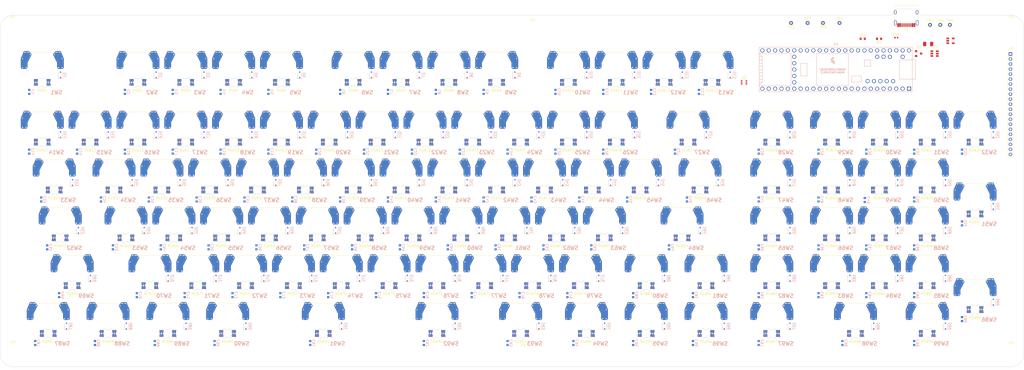
<source format=kicad_pcb>
(kicad_pcb (version 20211014) (generator pcbnew)
  (layers (0 "F.Cu" signal) (31 "B.Cu" signal) (34 "B.Paste" user) (35 "F.Paste" user) (36 "B.SilkS" user "B.Silkscreen") (37 "F.SilkS" user "F.Silkscreen") (38 "B.Mask" user) (39 "F.Mask" user) (44 "Edge.Cuts" user))
  (net 0 "")
  (net 1 "Net-(D1-Pad2)")
  (net 2 "Net-(D3-Pad2)")
  (net 3 "Net-(D4-Pad2)")
  (net 4 "ROW1")
  (net 5 "Net-(D5-Pad2)")
  (net 6 "Net-(D6-Pad2)")
  (net 7 "Net-(D7-Pad2)")
  (net 8 "Net-(D8-Pad2)")
  (net 9 "ROW2")
  (net 10 "Net-(D9-Pad2)")
  (net 11 "Net-(D10-Pad2)")
  (net 12 "Net-(D11-Pad2)")
  (net 13 "Net-(D12-Pad2)")
  (net 14 "ROW3")
  (net 15 "Net-(D13-Pad2)")
  (net 16 "Net-(D97-Pad2)")
  (net 17 "Net-(D15-Pad2)")
  (net 18 "Net-(D16-Pad2)")
  (net 19 "COL0")
  (net 20 "COL2")
  (net 21 "COL3")
  (net 22 "ROW4")
  (net 23 "Net-(D17-Pad2)")
  (net 24 "ROW5")
  (net 25 "Net-(D18-Pad2)")
  (net 26 "Net-(D20-Pad2)")
  (net 27 "Net-(D21-Pad2)")
  (net 28 "Net-(D22-Pad2)")
  (net 29 "Net-(D23-Pad2)")
  (net 30 "Net-(D25-Pad2)")
  (net 31 "Net-(D26-Pad2)")
  (net 32 "Net-(D27-Pad2)")
  (net 33 "Net-(D28-Pad2)")
  (net 34 "Net-(D29-Pad2)")
  (net 35 "Net-(D31-Pad2)")
  (net 36 "Net-(D32-Pad2)")
  (net 37 "Net-(D33-Pad2)")
  (net 38 "Net-(D34-Pad2)")
  (net 39 "Net-(D35-Pad2)")
  (net 40 "Net-(D37-Pad2)")
  (net 41 "Net-(D38-Pad2)")
  (net 42 "Net-(D39-Pad2)")
  (net 43 "Net-(D40-Pad2)")
  (net 44 "Net-(D41-Pad2)")
  (net 45 "Net-(D42-Pad2)")
  (net 46 "Net-(D43-Pad2)")
  (net 47 "Net-(D44-Pad2)")
  (net 48 "Net-(D45-Pad2)")
  (net 49 "Net-(D46-Pad2)")
  (net 50 "Net-(D47-Pad2)")
  (net 51 "Net-(D49-Pad2)")
  (net 52 "Net-(D50-Pad2)")
  (net 53 "Net-(D51-Pad2)")
  (net 54 "Net-(D52-Pad2)")
  (net 55 "Net-(D53-Pad2)")
  (net 56 "Net-(D55-Pad2)")
  (net 57 "Net-(D56-Pad2)")
  (net 58 "Net-(D57-Pad2)")
  (net 59 "Net-(D58-Pad2)")
  (net 60 "Net-(D59-Pad2)")
  (net 61 "Net-(D61-Pad2)")
  (net 62 "Net-(D62-Pad2)")
  (net 63 "Net-(D63-Pad2)")
  (net 64 "Net-(D64-Pad2)")
  (net 65 "Net-(D65-Pad2)")
  (net 66 "Net-(D66-Pad2)")
  (net 67 "Net-(D67-Pad2)")
  (net 68 "Net-(D68-Pad2)")
  (net 69 "Net-(D69-Pad2)")
  (net 70 "Net-(D70-Pad2)")
  (net 71 "Net-(D71-Pad2)")
  (net 72 "Net-(D72-Pad2)")
  (net 73 "Net-(D73-Pad2)")
  (net 74 "Net-(D74-Pad2)")
  (net 75 "Net-(D75-Pad2)")
  (net 76 "Net-(D78-Pad2)")
  (net 77 "Net-(D79-Pad2)")
  (net 78 "Net-(D80-Pad2)")
  (net 79 "Net-(D81-Pad2)")
  (net 80 "Net-(D82-Pad2)")
  (net 81 "Net-(D83-Pad2)")
  (net 82 "Net-(D84-Pad2)")
  (net 83 "Net-(D86-Pad2)")
  (net 84 "Net-(D87-Pad2)")
  (net 85 "Net-(D88-Pad2)")
  (net 86 "Net-(D89-Pad2)")
  (net 87 "Net-(D90-Pad2)")
  (net 88 "Net-(D92-Pad2)")
  (net 89 "Net-(D93-Pad2)")
  (net 90 "Net-(D94-Pad2)")
  (net 91 "Net-(D95-Pad2)")
  (net 92 "Net-(D96-Pad2)")
  (net 93 "COL4")
  (net 94 "COL5")
  (net 95 "COL6")
  (net 96 "COL7")
  (net 97 "COL8")
  (net 98 "COL9")
  (net 99 "COL10")
  (net 100 "COL11")
  (net 101 "COL12")
  (net 102 "COL13")
  (net 103 "COL14")
  (net 104 "COL15")
  (net 105 "COL16")
  (net 106 "COL17")
  (net 107 "COL18")
  (net 108 "Net-(D2-Pad2)")
  (net 109 "Net-(D19-Pad2)")
  (net 110 "Net-(D24-Pad2)")
  (net 111 "Net-(D30-Pad2)")
  (net 112 "Net-(D36-Pad2)")
  (net 113 "Net-(D48-Pad2)")
  (net 114 "Net-(D54-Pad2)")
  (net 115 "Net-(D60-Pad2)")
  (net 116 "Net-(D76-Pad2)")
  (net 117 "Net-(D77-Pad2)")
  (net 118 "Net-(D85-Pad2)")
  (net 119 "Net-(D91-Pad2)")
  (net 120 "GND")
  (net 121 "COL1")
  (net 122 "RGB_DATA")
  (net 130 "USB_VBUS")
  (net 131 "Net-(F1-Pad1)")
  (net 132 "Net-(D98-Pad2)")
  (net 133 "Net-(D99-Pad2)")
  (net 134 "Net-(D14-Pad2)")
  (net 135 "Net-(SW15-Pad1)")
  (net 136 "JOYSTICK_X")
  (net 137 "JOYSTICK_Y")
  (net 138 "3V3REF")
  (net 139 "RGB_3V3_DATA")
  (net 140 "Net-(FB1-Pad1)")
  (net 141 "Net-(J1-PadA5)")
  (net 142 "USB_D+")
  (net 143 "USB_D-")
  (net 145 "Net-(RGB10-Pad2)")
  (net 146 "Net-(J1-PadB5)")
  (net 148 "Net-(RGB15-Pad2)")
  (net 149 "Net-(RGB16-Pad2)")
  (net 150 "Net-(RGB17-Pad2)")
  (net 151 "Net-(RGB18-Pad2)")
  (net 152 "Net-(RGB19-Pad2)")
  (net 153 "Net-(RGB20-Pad2)")
  (net 154 "Net-(RGB21-Pad2)")
  (net 155 "Net-(RGB22-Pad2)")
  (net 156 "Net-(RGB23-Pad2)")
  (net 157 "Net-(RGB24-Pad2)")
  (net 158 "Net-(RGB25-Pad2)")
  (net 159 "Net-(RGB27-Pad2)")
  (net 160 "Net-(RGB28-Pad2)")
  (net 161 "Net-(RGB30-Pad2)")
  (net 162 "Net-(Q1-Pad1)")
  (net 163 "Net-(RGB1-Pad4)")
  (net 164 "Net-(RGB2-Pad4)")
  (net 165 "Net-(RGB3-Pad4)")
  (net 166 "Net-(RGB5-Pad4)")
  (net 167 "Net-(RGB52-Pad2)")
  (net 168 "Net-(RGB53-Pad2)")
  (net 169 "Net-(RGB55-Pad2)")
  (net 170 "Net-(RGB56-Pad2)")
  (net 171 "Net-(RGB57-Pad2)")
  (net 172 "Net-(RGB58-Pad2)")
  (net 173 "Net-(RGB59-Pad2)")
  (net 174 "Net-(RGB61-Pad2)")
  (net 175 "Net-(RGB62-Pad2)")
  (net 176 "Net-(RGB63-Pad2)")
  (net 177 "Net-(RGB64-Pad2)")
  (net 178 "Net-(RGB65-Pad2)")
  (net 179 "Net-(RGB67-Pad2)")
  (net 180 "Net-(RGB68-Pad2)")
  (net 181 "Net-(RGB6-Pad4)")
  (net 182 "Net-(RGB7-Pad4)")
  (net 183 "Net-(RGB8-Pad4)")
  (net 184 "Net-(RGB10-Pad4)")
  (net 185 "Net-(RGB11-Pad4)")
  (net 186 "Net-(RGB12-Pad4)")
  (net 187 "Net-(RGB32-Pad2)")
  (net 188 "Net-(RGB33-Pad2)")
  (net 189 "Net-(RGB43-Pad4)")
  (net 190 "Net-(RGB44-Pad4)")
  (net 191 "Net-(RGB45-Pad4)")
  (net 192 "Net-(RGB87-Pad2)")
  (net 193 "Net-(RGB88-Pad2)")
  (net 194 "Net-(RGB90-Pad2)")
  (net 195 "Net-(RGB92-Pad2)")
  (net 196 "Net-(RGB93-Pad2)")
  (net 197 "Net-(RGB95-Pad2)")
  (net 198 "Net-(RGB96-Pad2)")
  (net 199 "Net-(RGB97-Pad2)")
  (net 200 "Net-(RGB98-Pad2)")
  (net 201 "Net-(RGB1-Pad2)")
  (net 202 "Net-(RGB4-Pad4)")
  (net 203 "Net-(RGB46-Pad4)")
  (net 204 "Net-(RGB47-Pad4)")
  (net 205 "Net-(RGB14-Pad2)")
  (net 206 "Net-(RGB48-Pad4)")
  (net 207 "Net-(RGB49-Pad4)")
  (net 208 "Net-(RGB31-Pad2)")
  (net 209 "Net-(RGB26-Pad2)")
  (net 210 "Net-(RGB29-Pad2)")
  (net 211 "Net-(RGB50-Pad4)")
  (net 212 "Net-(RGB60-Pad2)")
  (net 213 "Net-(RGB54-Pad2)")
  (net 214 "Net-(RGB33-Pad4)")
  (net 215 "Net-(RGB34-Pad4)")
  (net 216 "Net-(RGB35-Pad4)")
  (net 217 "Net-(RGB69-Pad2)")
  (net 218 "Net-(RGB36-Pad4)")
  (net 219 "Net-(RGB91-Pad2)")
  (net 220 "Net-(RGB94-Pad2)")
  (net 222 "Net-(RGB37-Pad4)")
  (net 223 "Net-(RGB38-Pad4)")
  (net 224 "Net-(RGB39-Pad4)")
  (net 225 "Net-(RGB40-Pad4)")
  (net 226 "Net-(RGB41-Pad4)")
  (net 227 "Net-(RGB42-Pad4)")
  (net 228 "Net-(RGB74-Pad4)")
  (net 229 "Net-(RGB75-Pad4)")
  (net 230 "Net-(RGB76-Pad4)")
  (net 231 "Net-(RGB66-Pad2)")
  (net 232 "Net-(RGB77-Pad4)")
  (net 233 "Net-(RGB69-Pad4)")
  (net 234 "Net-(RGB70-Pad4)")
  (net 235 "Net-(RGB71-Pad4)")
  (net 236 "Net-(RGB72-Pad4)")
  (net 237 "Net-(RGB73-Pad4)")
  (net 238 "Net-(RGB85-Pad4)")
  (net 239 "Net-(RGB89-Pad2)")
  (net 240 "Net-(RGB78-Pad4)")
  (net 241 "Net-(RGB79-Pad4)")
  (net 242 "Net-(RGB80-Pad4)")
  (net 243 "Net-(RGB81-Pad4)")
  (net 244 "Net-(RGB82-Pad4)")
  (net 245 "Net-(RGB83-Pad4)")
  (net 246 "Net-(RGB84-Pad4)")
  (net 247 "VSS")
  (net 250 "+5V")
  (net 251 "PIN_13_LED")
  (net 252 "PIN_14_A0_SCK0")
  (net 253 "PIN_15_A1_CS0")
  (net 254 "PIN_16_A2_SCL0")
  (net 255 "PIN_17_A3_SDA0")
  (net 256 "PIN18_A4_SDA0")
  (net 257 "PIN_19_A5_SCL0")
  (net 258 "PIN_20_A6")
  (net 259 "PIN_21_A7")
  (net 260 "PIN_22_A8")
  (net 261 "PIN_23_A9")
  (net 262 "AREF")
  (net 263 "A21_DAC0")
  (net 264 "A22_DAC1")
  (net 265 "3.3V")
  (net 266 "PROGRAM")
  (net 267 "RESET")
  (net 268 "VBAT")
  (net 269 "AGND")
  (footprint "prettylib:SK6812_mini_e_flipable" (layer "F.Cu") (at 386.95 101.2)
    (fp_text reference "RGB68")
    (fp_text value "SK6812Mini-e")
    (fp_line (start 1.7 1.64) (end 1.7 -1.36) (layer "Edge.Cuts") (width 0.1))
    (fp_line (start -0.7 1.64) (end 0.7 1.64) (layer "Edge.Cuts") (width 0.1))
    (fp_line (start -0.7 -1.36) (end 0.7 -1.36) (layer "Edge.Cuts") (width 0.1))
    (fp_line (start -1.7 -1.36) (end -1.7 1.64) (layer "Edge.Cuts") (width 0.1))
    (fp_arc (start -1.7 -1.36) (mid -1.2 -1.86) (end -0.7 -1.36) (layer "Edge.Cuts") (width 0.1))
    (fp_arc (start -0.7 1.64) (mid -1.2 2.14) (end -1.7 1.64) (layer "Edge.Cuts") (width 0.1))
    (fp_arc (start 0.7 -1.36) (mid 1.2 -1.86) (end 1.7 -1.36) (layer "Edge.Cuts") (width 0.1))
    (fp_arc (start 1.7 1.64) (mid 1.2 2.14) (end 0.7 1.64) (layer "Edge.Cuts") (width 0.1))
  )
  (footprint "prettylib:MX_KAILH_SOCKET_1U" (layer "F.Cu") (at 82.1784 77.1336)
    (fp_text reference "SW35")
    (fp_text value "SW_Push" hide)
  )
  (footprint "prettylib:SK6812_mini_e_flipable" (layer "F.Cu") (at 386.95 82.15)
    (fp_text reference "RGB50")
    (fp_text value "SK6812Mini-e")
    (fp_line (start -1.7 -1.36) (end -1.7 1.64) (layer "Edge.Cuts") (width 0.1))
    (fp_line (start -0.7 -1.36) (end 0.7 -1.36) (layer "Edge.Cuts") (width 0.1))
    (fp_line (start -0.7 1.64) (end 0.7 1.64) (layer "Edge.Cuts") (width 0.1))
    (fp_line (start 1.7 1.64) (end 1.7 -1.36) (layer "Edge.Cuts") (width 0.1))
    (fp_arc (start -0.7 1.64) (mid -1.2 2.14) (end -1.7 1.64) (layer "Edge.Cuts") (width 0.1))
    (fp_arc (start -1.7 -1.36) (mid -1.2 -1.86) (end -0.7 -1.36) (layer "Edge.Cuts") (width 0.1))
    (fp_arc (start 1.7 1.64) (mid 1.2 2.14) (end 0.7 1.64) (layer "Edge.Cuts") (width 0.1))
    (fp_arc (start 0.7 -1.36) (mid 1.2 -1.86) (end 1.7 -1.36) (layer "Edge.Cuts") (width 0.1))
  )
  (footprint "prettylib:MX_KAILH_SOCKET_1U" (layer "F.Cu") (at 67.8909 96.1836)
    (fp_text reference "SW53")
    (fp_text value "SW_Push" hide)
  )
  (footprint "prettylib:SK6812_mini_e_flipable" (layer "F.Cu") (at 367.9 63.1)
    (fp_text reference "RGB30")
    (fp_text value "SK6812Mini-e")
    (fp_line (start 1.7 1.64) (end 1.7 -1.36) (layer "Edge.Cuts") (width 0.1))
    (fp_line (start -0.7 1.64) (end 0.7 1.64) (layer "Edge.Cuts") (width 0.1))
    (fp_line (start -0.7 -1.36) (end 0.7 -1.36) (layer "Edge.Cuts") (width 0.1))
    (fp_line (start -1.7 -1.36) (end -1.7 1.64) (layer "Edge.Cuts") (width 0.1))
    (fp_arc (start -0.7 1.64) (mid -1.2 2.14) (end -1.7 1.64) (layer "Edge.Cuts") (width 0.1))
    (fp_arc (start 1.7 1.64) (mid 1.2 2.14) (end 0.7 1.64) (layer "Edge.Cuts") (width 0.1))
    (fp_arc (start -1.7 -1.36) (mid -1.2 -1.86) (end -0.7 -1.36) (layer "Edge.Cuts") (width 0.1))
    (fp_arc (start 0.7 -1.36) (mid 1.2 -1.86) (end 1.7 -1.36) (layer "Edge.Cuts") (width 0.1))
  )
  (footprint "prettylib:MX_KAILH_SOCKET_1U" (layer "F.Cu") (at 110.7534 58.0836)
    (fp_text reference "SW18")
    (fp_text value "SW_Push" hide)
  )
  (footprint "prettylib:MX_KAILH_SOCKET_1U" (layer "F.Cu") (at 177.4284 77.1336)
    (fp_text reference "SW40")
    (fp_text value "SW_Push" hide)
  )
  (footprint "prettylib:MX_KAILH_SOCKET_1U" (layer "F.Cu") (at 41.69715 96.1836)
    (fp_text reference "SW52")
    (fp_text value "SW_Push" hide)
  )
  (footprint "prettylib:MX_KAILH_SOCKET_1U" (layer "F.Cu") (at 386.9784 77.1336)
    (fp_text reference "SW50")
    (fp_text value "SW_Push" hide)
  )
  (footprint "prettylib:MX_KAILH_SOCKET_1U" (layer "F.Cu") (at 282.2034 34.2711)
    (fp_text reference "SW12")
    (fp_text value "SW_Push" hide)
  )
  (footprint "prettylib:SK6812_mini_e_flipable" (layer "F.Cu") (at 386.95 139.3)
    (fp_text reference "RGB99")
    (fp_text value "SK6812Mini-e")
    (fp_line (start -1.7 -1.36) (end -1.7 1.64) (layer "Edge.Cuts") (width 0.1))
    (fp_line (start -0.7 1.64) (end 0.7 1.64) (layer "Edge.Cuts") (width 0.1))
    (fp_line (start 1.7 1.64) (end 1.7 -1.36) (layer "Edge.Cuts") (width 0.1))
    (fp_line (start -0.7 -1.36) (end 0.7 -1.36) (layer "Edge.Cuts") (width 0.1))
    (fp_arc (start -1.7 -1.36) (mid -1.2 -1.86) (end -0.7 -1.36) (layer "Edge.Cuts") (width 0.1))
    (fp_arc (start -0.7 1.64) (mid -1.2 2.14) (end -1.7 1.64) (layer "Edge.Cuts") (width 0.1))
    (fp_arc (start 1.7 1.64) (mid 1.2 2.14) (end 0.7 1.64) (layer "Edge.Cuts") (width 0.1))
    (fp_arc (start 0.7 -1.36) (mid 1.2 -1.86) (end 1.7 -1.36) (layer "Edge.Cuts") (width 0.1))
  )
  (footprint "MountingHole:MountingHole_3.5mm" (layer "F.Cu") (at 420.37 147.537898)
    (fp_text reference "H4")
    (fp_text value "MountingHole")
  )
  (footprint "prettylib:MX_KAILH_SOCKET_1U" (layer "F.Cu") (at 196.4784 77.1336)
    (fp_text reference "SW41")
    (fp_text value "SW_Push" hide)
  )
  (footprint "MountingHole:MountingHole_3.5mm" (layer "F.Cu") (at 22.86 17.78)
    (fp_text reference "H1")
    (fp_text value "MountingHole")
  )
  (footprint "prettylib:SK6812_mini_e_flipable" (layer "F.Cu") (at 325.0375 139.3)
    (fp_text reference "RGB97")
    (fp_text value "SK6812Mini-e")
    (fp_line (start -0.7 1.64) (end 0.7 1.64) (layer "Edge.Cuts") (width 0.1))
    (fp_line (start -1.7 -1.36) (end -1.7 1.64) (layer "Edge.Cuts") (width 0.1))
    (fp_line (start -0.7 -1.36) (end 0.7 -1.36) (layer "Edge.Cuts") (width 0.1))
    (fp_line (start 1.7 1.64) (end 1.7 -1.36) (layer "Edge.Cuts") (width 0.1))
    (fp_arc (start 1.7 1.64) (mid 1.2 2.14) (end 0.7 1.64) (layer "Edge.Cuts") (width 0.1))
    (fp_arc (start -0.7 1.64) (mid -1.2 2.14) (end -1.7 1.64) (layer "Edge.Cuts") (width 0.1))
    (fp_arc (start 0.7 -1.36) (mid 1.2 -1.86) (end 1.7 -1.36) (layer "Edge.Cuts") (width 0.1))
    (fp_arc (start -1.7 -1.36) (mid -1.2 -1.86) (end -0.7 -1.36) (layer "Edge.Cuts") (width 0.1))
  )
  (footprint "Connector_PinHeader_2.00mm:PinHeader_1x21_P2.00mm_Vertical" (layer "F.Cu") (at 420.116 28.1)
    (fp_text reference "J2")
    (fp_text value "Conn_01x21")
  )
  (footprint "prettylib:SK6812_mini_e_flipable" (layer "F.Cu") (at 406 129.775)
    (fp_text reference "RGB86")
    (fp_text value "SK6812Mini-e")
    (fp_line (start -0.7 -1.36) (end 0.7 -1.36) (layer "Edge.Cuts") (width 0.1))
    (fp_line (start -0.7 1.64) (end 0.7 1.64) (layer "Edge.Cuts") (width 0.1))
    (fp_line (start -1.7 -1.36) (end -1.7 1.64) (layer "Edge.Cuts") (width 0.1))
    (fp_line (start 1.7 1.64) (end 1.7 -1.36) (layer "Edge.Cuts") (width 0.1))
    (fp_arc (start -1.7 -1.36) (mid -1.2 -1.86) (end -0.7 -1.36) (layer "Edge.Cuts") (width 0.1))
    (fp_arc (start 0.7 -1.36) (mid 1.2 -1.86) (end 1.7 -1.36) (layer "Edge.Cuts") (width 0.1))
    (fp_arc (start 1.7 1.64) (mid 1.2 2.14) (end 0.7 1.64) (layer "Edge.Cuts") (width 0.1))
    (fp_arc (start -0.7 1.64) (mid -1.2 2.14) (end -1.7 1.64) (layer "Edge.Cuts") (width 0.1))
  )
  (footprint "prettylib:MX_KAILH_SOCKET_1U" (layer "F.Cu") (at 386.9784 58.0836)
    (fp_text reference "SW31")
    (fp_text value "SW_Push" hide)
  )
  (footprint "prettylib:MX_KAILH_SOCKET_1U" (layer "F.Cu") (at 258.3909 96.1836)
    (fp_text reference "SW63")
    (fp_text value "SW_Push" hide)
  )
  (footprint "prettylib:MX_KAILH_SOCKET_1U" (layer "F.Cu") (at 34.5534 34.2711)
    (fp_text reference "SW1")
    (fp_text value "SW_Push" hide)
  )
  (footprint "prettylib:MX_KAILH_SOCKET_1U" (layer "F.Cu") (at 234.5784 77.1336)
    (fp_text reference "SW43")
    (fp_text value "SW_Push" hide)
  )
  (footprint "prettylib:SK6812_mini_e_flipable" (layer "F.Cu") (at 36.90625 139.3)
    (fp_text reference "RGB87")
    (fp_text value "SK6812Mini-e")
    (fp_line (start -1.7 -1.36) (end -1.7 1.64) (layer "Edge.Cuts") (width 0.1))
    (fp_line (start -0.7 -1.36) (end 0.7 -1.36) (layer "Edge.Cuts") (width 0.1))
    (fp_line (start 1.7 1.64) (end 1.7 -1.36) (layer "Edge.Cuts") (width 0.1))
    (fp_line (start -0.7 1.64) (end 0.7 1.64) (layer "Edge.Cuts") (width 0.1))
    (fp_arc (start 1.7 1.64) (mid 1.2 2.14) (end 0.7 1.64) (layer "Edge.Cuts") (width 0.1))
    (fp_arc (start -1.7 -1.36) (mid -1.2 -1.86) (end -0.7 -1.36) (layer "Edge.Cuts") (width 0.1))
    (fp_arc (start 0.7 -1.36) (mid 1.2 -1.86) (end 1.7 -1.36) (layer "Edge.Cuts") (width 0.1))
    (fp_arc (start -0.7 1.64) (mid -1.2 2.14) (end -1.7 1.64) (layer "Edge.Cuts") (width 0.1))
  )
  (footprint "prettylib:MX_KAILH_SOCKET_1U" (layer "F.Cu") (at 182.1909 96.1836)
    (fp_text reference "SW59")
    (fp_text value "SW_Push" hide)
  )
  (footprint "prettylib:MX_KAILH_SOCKET_1U" (layer "F.Cu") (at 191.7159 115.2336)
    (fp_text reference "SW76")
    (fp_text value "SW_Push" hide)
  )
  (footprint "prettylib:MX_KAILH_SOCKET_1U" (layer "F.Cu") (at 225.0534 134.2836)
    (fp_text reference "SW93")
    (fp_text value "SW_Push" hide)
  )
  (footprint "prettylib:SK6812_mini_e_flipable" (layer "F.Cu") (at 253.6 82.15)
    (fp_text reference "RGB44")
    (fp_text value "SK6812Mini-e")
    (fp_line (start -0.7 -1.36) (end 0.7 -1.36) (layer "Edge.Cuts") (width 0.1))
    (fp_line (start -1.7 -1.36) (end -1.7 1.64) (layer "Edge.Cuts") (width 0.1))
    (fp_line (start -0.7 1.64) (end 0.7 1.64) (layer "Edge.Cuts") (width 0.1))
    (fp_line (start 1.7 1.64) (end 1.7 -1.36) (layer "Edge.Cuts") (width 0.1))
    (fp_arc (start 0.7 -1.36) (mid 1.2 -1.86) (end 1.7 -1.36) (layer "Edge.Cuts") (width 0.1))
    (fp_arc (start -1.7 -1.36) (mid -1.2 -1.86) (end -0.7 -1.36) (layer "Edge.Cuts") (width 0.1))
    (fp_arc (start 1.7 1.64) (mid 1.2 2.14) (end 0.7 1.64) (layer "Edge.Cuts") (width 0.1))
    (fp_arc (start -0.7 1.64) (mid -1.2 2.14) (end -1.7 1.64) (layer "Edge.Cuts") (width 0.1))
  )
  (footprint "prettylib:SK6812_mini_e_flipable" (layer "F.Cu") (at 406 63.1)
    (fp_text reference "RGB32")
    (fp_text value "SK6812Mini-e")
    (fp_line (start 1.7 1.64) (end 1.7 -1.36) (layer "Edge.Cuts") (width 0.1))
    (fp_line (start -0.7 -1.36) (end 0.7 -1.36) (layer "Edge.Cuts") (width 0.1))
    (fp_line (start -0.7 1.64) (end 0.7 1.64) (layer "Edge.Cuts") (width 0.1))
    (fp_line (start -1.7 -1.36) (end -1.7 1.64) (layer "Edge.Cuts") (width 0.1))
    (fp_arc (start -0.7 1.64) (mid -1.2 2.14) (end -1.7 1.64) (layer "Edge.Cuts") (width 0.1))
    (fp_arc (start -1.7 -1.36) (mid -1.2 -1.86) (end -0.7 -1.36) (layer "Edge.Cuts") (width 0.1))
    (fp_arc (start 0.7 -1.36) (mid 1.2 -1.86) (end 1.7 -1.36) (layer "Edge.Cuts") (width 0.1))
    (fp_arc (start 1.7 1.64) (mid 1.2 2.14) (end 0.7 1.64) (layer "Edge.Cuts") (width 0.1))
  )
  (footprint "prettylib:MX_KAILH_SOCKET_1U" (layer "F.Cu") (at 144.0909 96.1836)
    (fp_text reference "SW57")
    (fp_text value "SW_Push" hide)
  )
  (footprint "prettylib:SK6812_mini_e_flipable" (layer "F.Cu") (at 191.6875 139.3)
    (fp_text reference "RGB92")
    (fp_text value "SK6812Mini-e")
    (fp_line (start -1.7 -1.36) (end -1.7 1.64) (layer "Edge.Cuts") (width 0.1))
    (fp_line (start -0.7 1.64) (end 0.7 1.64) (layer "Edge.Cuts") (width 0.1))
    (fp_line (start 1.7 1.64) (end 1.7 -1.36) (layer "Edge.Cuts") (width 0.1))
    (fp_line (start -0.7 -1.36) (end 0.7 -1.36) (layer "Edge.Cuts") (width 0.1))
    (fp_arc (start -1.7 -1.36) (mid -1.2 -1.86) (end -0.7 -1.36) (layer "Edge.Cuts") (width 0.1))
    (fp_arc (start 1.7 1.64) (mid 1.2 2.14) (end 0.7 1.64) (layer "Edge.Cuts") (width 0.1))
    (fp_arc (start -0.7 1.64) (mid -1.2 2.14) (end -1.7 1.64) (layer "Edge.Cuts") (width 0.1))
    (fp_arc (start 0.7 -1.36) (mid 1.2 -1.86) (end 1.7 -1.36) (layer "Edge.Cuts") (width 0.1))
  )
  (footprint "prettylib:SK6812_mini_e_flipable" (layer "F.Cu") (at 34.525 39.2875)
    (fp_text reference "RGB1")
    (fp_text value "SK6812Mini-e")
    (fp_line (start 1.7 1.64) (end 1.7 -1.36) (layer "Edge.Cuts") (width 0.1))
    (fp_line (start -1.7 -1.36) (end -1.7 1.64) (layer "Edge.Cuts") (width 0.1))
    (fp_line (start -0.7 1.64) (end 0.7 1.64) (layer "Edge.Cuts") (width 0.1))
    (fp_line (start -0.7 -1.36) (end 0.7 -1.36) (layer "Edge.Cuts") (width 0.1))
    (fp_arc (start -0.7 1.64) (mid -1.2 2.14) (end -1.7 1.64) (layer "Edge.Cuts") (width 0.1))
    (fp_arc (start -1.7 -1.36) (mid -1.2 -1.86) (end -0.7 -1.36) (layer "Edge.Cuts") (width 0.1))
    (fp_arc (start 1.7 1.64) (mid 1.2 2.14) (end 0.7 1.64) (layer "Edge.Cuts") (width 0.1))
    (fp_arc (start 0.7 -1.36) (mid 1.2 -1.86) (end 1.7 -1.36) (layer "Edge.Cuts") (width 0.1))
  )
  (footprint "zekeyboard:MX_KAILH_SOCKET_2U_STAB_VERT" (layer "F.Cu") (at 406.0284 86.6586)
    (fp_text reference "SW51")
    (fp_text value "SW_Push" hide)
  )
  (footprint "prettylib:SK6812_mini_e_flipable" (layer "F.Cu") (at 177.4 82.15)
    (fp_text reference "RGB40")
    (fp_text value "SK6812Mini-e")
    (fp_line (start -1.7 -1.36) (end -1.7 1.64) (layer "Edge.Cuts") (width 0.1))
    (fp_line (start -0.7 -1.36) (end 0.7 -1.36) (layer "Edge.Cuts") (width 0.1))
    (fp_line (start -0.7 1.64) (end 0.7 1.64) (layer "Edge.Cuts") (width 0.1))
    (fp_line (start 1.7 1.64) (end 1.7 -1.36) (layer "Edge.Cuts") (width 0.1))
    (fp_arc (start -0.7 1.64) (mid -1.2 2.14) (end -1.7 1.64) (layer "Edge.Cuts") (width 0.1))
    (fp_arc (start 1.7 1.64) (mid 1.2 2.14) (end 0.7 1.64) (layer "Edge.Cuts") (width 0.1))
    (fp_arc (start -1.7 -1.36) (mid -1.2 -1.86) (end -0.7 -1.36) (layer "Edge.Cuts") (width 0.1))
    (fp_arc (start 0.7 -1.36) (mid 1.2 -1.86) (end 1.7 -1.36) (layer "Edge.Cuts") (width 0.1))
  )
  (footprint "prettylib:SK6812_mini_e_flipable" (layer "F.Cu") (at 91.675 63.1)
    (fp_text reference "RGB17")
    (fp_text value "SK6812Mini-e")
    (fp_line (start 1.7 1.64) (end 1.7 -1.36) (layer "Edge.Cuts") (width 0.1))
    (fp_line (start -0.7 1.64) (end 0.7 1.64) (layer "Edge.Cuts") (width 0.1))
    (fp_line (start -1.7 -1.36) (end -1.7 1.64) (layer "Edge.Cuts") (width 0.1))
    (fp_line (start -0.7 -1.36) (end 0.7 -1.36) (layer "Edge.Cuts") (width 0.1))
    (fp_arc (start -0.7 1.64) (mid -1.2 2.14) (end -1.7 1.64) (layer "Edge.Cuts") (width 0.1))
    (fp_arc (start 0.7 -1.36) (mid 1.2 -1.86) (end 1.7 -1.36) (layer "Edge.Cuts") (width 0.1))
    (fp_arc (start 1.7 1.64) (mid 1.2 2.14) (end 0.7 1.64) (layer "Edge.Cuts") (width 0.1))
    (fp_arc (start -1.7 -1.36) (mid -1.2 -1.86) (end -0.7 -1.36) (layer "Edge.Cuts") (width 0.1))
  )
  (footprint "prettylib:MX_KAILH_SOCKET_1U" (layer "F.Cu") (at 225.0534 58.0836)
    (fp_text reference "SW24")
    (fp_text value "SW_Push" hide)
  )
  (footprint "prettylib:MX_KAILH_SOCKET_1U" (layer "F.Cu") (at 215.5284 34.2711)
    (fp_text reference "SW9")
    (fp_text value "SW_Push" hide)
  )
  (footprint "prettylib:MX_KAILH_SOCKET_1U" (layer "F.Cu") (at 296.4909 77.1336)
    (fp_text reference "SW46")
    (fp_text value "SW_Push" hide)
  )
  (footprint "prettylib:SK6812_mini_e_flipable" (layer "F.Cu") (at 325.0375 63.1)
    (fp_text reference "RGB28")
    (fp_text value "SK6812Mini-e")
    (fp_line (start -0.7 -1.36) (end 0.7 -1.36) (layer "Edge.Cuts") (width 0.1))
    (fp_line (start -0.7 1.64) (end 0.7 1.64) (layer "Edge.Cuts") (width 0.1))
    (fp_line (start 1.7 1.64) (end 1.7 -1.36) (layer "Edge.Cuts") (width 0.1))
    (fp_line (start -1.7 -1.36) (end -1.7 1.64) (layer "Edge.Cuts") (width 0.1))
    (fp_arc (start -1.7 -1.36) (mid -1.2 -1.86) (end -0.7 -1.36) (layer "Edge.Cuts") (width 0.1))
    (fp_arc (start 0.7 -1.36) (mid 1.2 -1.86) (end 1.7 -1.36) (layer "Edge.Cuts") (width 0.1))
    (fp_arc (start 1.7 1.64) (mid 1.2 2.14) (end 0.7 1.64) (layer "Edge.Cuts") (width 0.1))
    (fp_arc (start -0.7 1.64) (mid -1.2 2.14) (end -1.7 1.64) (layer "Edge.Cuts") (width 0.1))
  )
  (footprint "prettylib:SK6812_mini_e_flipable" (layer "F.Cu") (at 348.85 63.1)
    (fp_text reference "RGB29")
    (fp_text value "SK6812Mini-e")
    (fp_line (start -0.7 1.64) (end 0.7 1.64) (layer "Edge.Cuts") (width 0.1))
    (fp_line (start -0.7 -1.36) (end 0.7 -1.36) (layer "Edge.Cuts") (width 0.1))
    (fp_line (start -1.7 -1.36) (end -1.7 1.64) (layer "Edge.Cuts") (width 0.1))
    (fp_line (start 1.7 1.64) (end 1.7 -1.36) (layer "Edge.Cuts") (width 0.1))
    (fp_arc (start 1.7 1.64) (mid 1.2 2.14) (end 0.7 1.64) (layer "Edge.Cuts") (width 0.1))
    (fp_arc (start -1.7 -1.36) (mid -1.2 -1.86) (end -0.7 -1.36) (layer "Edge.Cuts") (width 0.1))
    (fp_arc (start 0.7 -1.36) (mid 1.2 -1.86) (end 1.7 -1.36) (layer "Edge.Cuts") (width 0.1))
    (fp_arc (start -0.7 1.64) (mid -1.2 2.14) (end -1.7 1.64) (layer "Edge.Cuts") (width 0.1))
  )
  (footprint "prettylib:SK6812_mini_e_flipable" (layer "F.Cu") (at 172.6375 120.25)
    (fp_text reference "RGB75")
    (fp_text value "SK6812Mini-e")
    (fp_line (start -1.7 -1.36) (end -1.7 1.64) (layer "Edge.Cuts") (width 0.1))
    (fp_line (start -0.7 1.64) (end 0.7 1.64) (layer "Edge.Cuts") (width 0.1))
    (fp_line (start 1.7 1.64) (end 1.7 -1.36) (layer "Edge.Cuts") (width 0.1))
    (fp_line (start -0.7 -1.36) (end 0.7 -1.36) (layer "Edge.Cuts") (width 0.1))
    (fp_arc (start -1.7 -1.36) (mid -1.2 -1.86) (end -0.7 -1.36) (layer "Edge.Cuts") (width 0.1))
    (fp_arc (start 1.7 1.64) (mid 1.2 2.14) (end 0.7 1.64) (layer "Edge.Cuts") (width 0.1))
    (fp_arc (start 0.7 -1.36) (mid 1.2 -1.86) (end 1.7 -1.36) (layer "Edge.Cuts") (width 0.1))
    (fp_arc (start -0.7 1.64) (mid -1.2 2.14) (end -1.7 1.64) (layer "Edge.Cuts") (width 0.1))
  )
  (footprint "prettylib:MX_KAILH_SOCKET_1U" (layer "F.Cu") (at 325.0659 96.1836)
    (fp_text reference "SW65")
    (fp_text value "SW_Push" hide)
  )
  (footprint "prettylib:SK6812_mini_e_flipable" (layer "F.Cu") (at 239.3125 101.2)
    (fp_text reference "RGB62")
    (fp_text value "SK6812Mini-e")
    (fp_line (start -0.7 -1.36) (end 0.7 -1.36) (layer "Edge.Cuts") (width 0.1))
    (fp_line (start 1.7 1.64) (end 1.7 -1.36) (layer "Edge.Cuts") (width 0.1))
    (fp_line (start -1.7 -1.36) (end -1.7 1.64) (layer "Edge.Cuts") (width 0.1))
    (fp_line (start -0.7 1.64) (end 0.7 1.64) (layer "Edge.Cuts") (width 0.1))
    (fp_arc (start -0.7 1.64) (mid -1.2 2.14) (end -1.7 1.64) (layer "Edge.Cuts") (width 0.1))
    (fp_arc (start 0.7 -1.36) (mid 1.2 -1.86) (end 1.7 -1.36) (layer "Edge.Cuts") (width 0.1))
    (fp_arc (start -1.7 -1.36) (mid -1.2 -1.86) (end -0.7 -1.36) (layer "Edge.Cuts") (width 0.1))
    (fp_arc (start 1.7 1.64) (mid 1.2 2.14) (end 0.7 1.64) (layer "Edge.Cuts") (width 0.1))
  )
  (footprint "prettylib:MX_KAILH_SOCKET_1U" (layer "F.Cu") (at 275.05965 115.2336)
    (fp_text reference "SW80")
    (fp_text value "SW_Push" hide)
  )
  (footprint "prettylib:MX_KAILH_SOCKET_1U" (layer "F.Cu") (at 386.9784 134.2836)
    (fp_text reference "SW99")
    (fp_text value "SW_Push" hide)
  )
  (footprint "MountingHole:MountingHole_3.5mm" (layer "F.Cu") (at 420.37 17.78)
    (fp_text reference "H2")
    (fp_text value "MountingHole")
  )
  (footprint "prettylib:SK6812_mini_e_flipable" (layer "F.Cu") (at 77.3875 120.25)
    (fp_text reference "RGB70")
    (fp_text value "SK6812Mini-e")
    (fp_line (start -1.7 -1.36) (end -1.7 1.64) (layer "Edge.Cuts") (width 0.1))
    (fp_line (start -0.7 1.64) (end 0.7 1.64) (layer "Edge.Cuts") (width 0.1))
    (fp_line (start 1.7 1.64) (end 1.7 -1.36) (layer "Edge.Cuts") (width 0.1))
    (fp_line (start -0.7 -1.36) (end 0.7 -1.36) (layer "Edge.Cuts") (width 0.1))
    (fp_arc (start 1.7 1.64) (mid 1.2 2.14) (end 0.7 1.64) (layer "Edge.Cuts") (width 0.1))
    (fp_arc (start -1.7 -1.36) (mid -1.2 -1.86) (end -0.7 -1.36) (layer "Edge.Cuts") (width 0.1))
    (fp_arc (start 0.7 -1.36) (mid 1.2 -1.86) (end 1.7 -1.36) (layer "Edge.Cuts") (width 0.1))
    (fp_arc (start -0.7 1.64) (mid -1.2 2.14) (end -1.7 1.64) (layer "Edge.Cuts") (width 0.1))
  )
  (footprint "prettylib:MX_KAILH_SOCKET_1U" (layer "F.Cu") (at 248.8659 115.2336)
    (fp_text reference "SW79")
    (fp_text value "SW_Push" hide)
  )
  (footprint "prettylib:SK6812_mini_e_flipable" (layer "F.Cu") (at 186.925 63.1)
    (fp_text reference "RGB22")
    (fp_text value "SK6812Mini-e")
    (fp_line (start -1.7 -1.36) (end -1.7 1.64) (layer "Edge.Cuts") (width 0.1))
    (fp_line (start -0.7 1.64) (end 0.7 1.64) (layer "Edge.Cuts") (width 0.1))
    (fp_line (start 1.7 1.64) (end 1.7 -1.36) (layer "Edge.Cuts") (width 0.1))
    (fp_line (start -0.7 -1.36) (end 0.7 -1.36) (layer "Edge.Cuts") (width 0.1))
    (fp_arc (start -1.7 -1.36) (mid -1.2 -1.86) (end -0.7 -1.36) (layer "Edge.Cuts") (width 0.1))
    (fp_arc (start 0.7 -1.36) (mid 1.2 -1.86) (end 1.7 -1.36) (layer "Edge.Cuts") (width 0.1))
    (fp_arc (start -0.7 1.64) (mid -1.2 2.14) (end -1.7 1.64) (layer "Edge.Cuts") (width 0.1))
    (fp_arc (start 1.7 1.64) (mid 1.2 2.14) (end 0.7 1.64) (layer "Edge.Cuts") (width 0.1))
  )
  (footprint "prettylib:SK6812_mini_e_flipable" (layer "F.Cu") (at 60.71875 139.3)
    (fp_text reference "RGB88")
    (fp_text value "SK6812Mini-e")
    (fp_line (start -0.7 -1.36) (end 0.7 -1.36) (layer "Edge.Cuts") (width 0.1))
    (fp_line (start -0.7 1.64) (end 0.7 1.64) (layer "Edge.Cuts") (width 0.1))
    (fp_line (start 1.7 1.64) (end 1.7 -1.36) (layer "Edge.Cuts") (width 0.1))
    (fp_line (start -1.7 -1.36) (end -1.7 1.64) (layer "Edge.Cuts") (width 0.1))
    (fp_arc (start -1.7 -1.36) (mid -1.2 -1.86) (end -0.7 -1.36) (layer "Edge.Cuts") (width 0.1))
    (fp_arc (start 1.7 1.64) (mid 1.2 2.14) (end 0.7 1.64) (layer "Edge.Cuts") (width 0.1))
    (fp_arc (start 0.7 -1.36) (mid 1.2 -1.86) (end 1.7 -1.36) (layer "Edge.Cuts") (width 0.1))
    (fp_arc (start -0.7 1.64) (mid -1.2 2.14) (end -1.7 1.64) (layer "Edge.Cuts") (width 0.1))
  )
  (footprint "prettylib:SK6812_mini_e_flipable" (layer "F.Cu") (at 325.0375 82.15)
    (fp_text reference "RGB47")
    (fp_text value "SK6812Mini-e")
    (fp_line (start -0.7 -1.36) (end 0.7 -1.36) (layer "Edge.Cuts") (width 0.1))
    (fp_line (start -0.7 1.64) (end 0.7 1.64) (layer "Edge.Cuts") (width 0.1))
    (fp_line (start 1.7 1.64) (end 1.7 -1.36) (layer "Edge.Cuts") (width 0.1))
    (fp_line (start -1.7 -1.36) (end -1.7 1.64) (layer "Edge.Cuts") (width 0.1))
    (fp_arc (start 1.7 1.64) (mid 1.2 2.14) (end 0.7 1.64) (layer "Edge.Cuts") (width 0.1))
    (fp_arc (start -1.7 -1.36) (mid -1.2 -1.86) (end -0.7 -1.36) (layer "Edge.Cuts") (width 0.1))
    (fp_arc (start -0.7 1.64) (mid -1.2 2.14) (end -1.7 1.64) (layer "Edge.Cuts") (width 0.1))
    (fp_arc (start 0.7 -1.36) (mid 1.2 -1.86) (end 1.7 -1.36) (layer "Edge.Cuts") (width 0.1))
  )
  (footprint "prettylib:MX_KAILH_SOCKET_1U" (layer "F.Cu") (at 91.7034 58.0836)
    (fp_text reference "SW17")
    (fp_text value "SW_Push" hide)
  )
  (footprint "TestPoint:TestPoint_THTPad_D1.5mm_Drill0.7mm" (layer "F.Cu") (at 332.74 15.748 180)
    (fp_text reference "TP1")
    (fp_text value "Joystick X")
  )
  (footprint "prettylib:MX_KAILH_SOCKET_1U" (layer "F.Cu") (at 325.0659 115.2336)
    (fp_text reference "SW82")
    (fp_text value "SW_Push" hide)
  )
  (footprint "prettylib:MX_KAILH_SOCKET_1U" (layer "F.Cu") (at 63.1284 77.1336)
    (fp_text reference "SW34")
    (fp_text value "SW_Push" hide)
  )
  (footprint "prettylib:SK6812_mini_e_flipable" (layer "F.Cu") (at 234.55 82.15)
    (fp_text reference "RGB43")
    (fp_text value "SK6812Mini-e")
    (fp_line (start -1.7 -1.36) (end -1.7 1.64) (layer "Edge.Cuts") (width 0.1))
    (fp_line (start 1.7 1.64) (end 1.7 -1.36) (layer "Edge.Cuts") (width 0.1))
    (fp_line (start -0.7 1.64) (end 0.7 1.64) (layer "Edge.Cuts") (width 0.1))
    (fp_line (start -0.7 -1.36) (end 0.7 -1.36) (layer "Edge.Cuts") (width 0.1))
    (fp_arc (start -1.7 -1.36) (mid -1.2 -1.86) (end -0.7 -1.36) (layer "Edge.Cuts") (width 0.1))
    (fp_arc (start 1.7 1.64) (mid 1.2 2.14) (end 0.7 1.64) (layer "Edge.Cuts") (width 0.1))
    (fp_arc (start -0.7 1.64) (mid -1.2 2.14) (end -1.7 1.64) (layer "Edge.Cuts") (width 0.1))
    (fp_arc (start 0.7 -1.36) (mid 1.2 -1.86) (end 1.7 -1.36) (layer "Edge.Cuts") (width 0.1))
  )
  (footprint "Resistor_SMD:R_0603_1608Metric" (layer "F.Cu") (at 367.8 22.035 180)
    (fp_text reference "R1")
    (fp_text value "5.1k")
  )
  (footprint "prettylib:SK6812_mini_e_flipable" (layer "F.Cu") (at 129.775 63.1)
    (fp_text reference "RGB19")
    (fp_text value "SK6812Mini-e")
    (fp_line (start -1.7 -1.36) (end -1.7 1.64) (layer "Edge.Cuts") (width 0.1))
    (fp_line (start -0.7 -1.36) (end 0.7 -1.36) (layer "Edge.Cuts") (width 0.1))
    (fp_line (start 1.7 1.64) (end 1.7 -1.36) (layer "Edge.Cuts") (width 0.1))
    (fp_line (start -0.7 1.64) (end 0.7 1.64) (layer "Edge.Cuts") (width 0.1))
    (fp_arc (start 0.7 -1.36) (mid 1.2 -1.86) (end 1.7 -1.36) (layer "Edge.Cuts") (width 0.1))
    (fp_arc (start -1.7 -1.36) (mid -1.2 -1.86) (end -0.7 -1.36) (layer "Edge.Cuts") (width 0.1))
    (fp_arc (start 1.7 1.64) (mid 1.2 2.14) (end 0.7 1.64) (layer "Edge.Cuts") (width 0.1))
    (fp_arc (start -0.7 1.64) (mid -1.2 2.14) (end -1.7 1.64) (layer "Edge.Cuts") (width 0.1))
  )
  (footprint "prettylib:SK6812_mini_e_flipable" (layer "F.Cu") (at 272.65 82.15)
    (fp_text reference "RGB45")
    (fp_text value "SK6812Mini-e")
    (fp_line (start -0.7 -1.36) (end 0.7 -1.36) (layer "Edge.Cuts") (width 0.1))
    (fp_line (start -1.7 -1.36) (end -1.7 1.64) (layer "Edge.Cuts") (width 0.1))
    (fp_line (start -0.7 1.64) (end 0.7 1.64) (layer "Edge.Cuts") (width 0.1))
    (fp_line (start 1.7 1.64) (end 1.7 -1.36) (layer "Edge.Cuts") (width 0.1))
    (fp_arc (start -1.7 -1.36) (mid -1.2 -1.86) (end -0.7 -1.36) (layer "Edge.Cuts") (width 0.1))
    (fp_arc (start 1.7 1.64) (mid 1.2 2.14) (end 0.7 1.64) (layer "Edge.Cuts") (width 0.1))
    (fp_arc (start 0.7 -1.36) (mid 1.2 -1.86) (end 1.7 -1.36) (layer "Edge.Cuts") (width 0.1))
    (fp_arc (start -0.7 1.64) (mid -1.2 2.14) (end -1.7 1.64) (layer "Edge.Cuts") (width 0.1))
  )
  (footprint "prettylib:MX_KAILH_SOCKET_1U" (layer "F.Cu") (at 298.87215 134.2836)
    (fp_text reference "SW96")
    (fp_text value "SW_Push" hide)
  )
  (footprint "prettylib:SK6812_mini_e_flipable" (layer "F.Cu") (at 53.575 63.1)
    (fp_text reference "RGB15")
    (fp_text value "SK6812Mini-e")
    (fp_line (start -1.7 -1.36) (end -1.7 1.64) (layer "Edge.Cuts") (width 0.1))
    (fp_line (start -0.7 -1.36) (end 0.7 -1.36) (layer "Edge.Cuts") (width 0.1))
    (fp_line (start 1.7 1.64) (end 1.7 -1.36) (layer "Edge.Cuts") (width 0.1))
    (fp_line (start -0.7 1.64) (end 0.7 1.64) (layer "Edge.Cuts") (width 0.1))
    (fp_arc (start 0.7 -1.36) (mid 1.2 -1.86) (end 1.7 -1.36) (layer "Edge.Cuts") (width 0.1))
    (fp_arc (start 1.7 1.64) (mid 1.2 2.14) (end 0.7 1.64) (layer "Edge.Cuts") (width 0.1))
    (fp_arc (start -0.7 1.64) (mid -1.2 2.14) (end -1.7 1.64) (layer "Edge.Cuts") (width 0.1))
    (fp_arc (start -1.7 -1.36) (mid -1.2 -1.86) (end -0.7 -1.36) (layer "Edge.Cuts") (width 0.1))
  )
  (footprint "prettylib:MX_KAILH_SOCKET_1U" (layer "F.Cu") (at 96.4659 115.2336)
    (fp_text reference "SW71")
    (fp_text value "SW_Push" hide)
  )
  (footprint "prettylib:MX_KAILH_SOCKET_1U" (layer "F.Cu") (at 186.9534 58.0836)
    (fp_text reference "SW22")
    (fp_text value "SW_Push" hide)
  )
  (footprint "prettylib:SK6812_mini_e_flipable" (layer "F.Cu") (at 96.4375 120.25)
    (fp_text reference "RGB71")
    (fp_text value "SK6812Mini-e")
    (fp_line (start 1.7 1.64) (end 1.7 -1.36) (layer "Edge.Cuts") (width 0.1))
    (fp_line (start -1.7 -1.36) (end -1.7 1.64) (layer "Edge.Cuts") (width 0.1))
    (fp_line (start -0.7 1.64) (end 0.7 1.64) (layer "Edge.Cuts") (width 0.1))
    (fp_line (start -0.7 -1.36) (end 0.7 -1.36) (layer "Edge.Cuts") (width 0.1))
    (fp_arc (start -0.7 1.64) (mid -1.2 2.14) (end -1.7 1.64) (layer "Edge.Cuts") (width 0.1))
    (fp_arc (start -1.7 -1.36) (mid -1.2 -1.86) (end -0.7 -1.36) (layer "Edge.Cuts") (width 0.1))
    (fp_arc (start 1.7 1.64) (mid 1.2 2.14) (end 0.7 1.64) (layer "Edge.Cuts") (width 0.1))
    (fp_arc (start 0.7 -1.36) (mid 1.2 -1.86) (end 1.7 -1.36) (layer "Edge.Cuts") (width 0.1))
  )
  (footprint "prettylib:MX_KAILH_SOCKET_1U" (layer "F.Cu") (at 348.8784 115.2336)
    (fp_text reference "SW83")
    (fp_text value "SW_Push" hide)
  )
  (footprint "prettylib:MX_KAILH_SOCKET_1U" (layer "F.Cu") (at 91.7034 34.2711)
    (fp_text reference "SW3")
    (fp_text value "SW_Push" hide)
  )
  (footprint "prettylib:SK6812_mini_e_flipable" (layer "F.Cu") (at 67.8625 101.2)
    (fp_text reference "RGB53")
    (fp_text value "SK6812Mini-e")
    (fp_line (start -0.7 1.64) (end 0.7 1.64) (layer "Edge.Cuts") (width 0.1))
    (fp_line (start -0.7 -1.36) (end 0.7 -1.36) (layer "Edge.Cuts") (width 0.1))
    (fp_line (start 1.7 1.64) (end 1.7 -1.36) (layer "Edge.Cuts") (width 0.1))
    (fp_line (start -1.7 -1.36) (end -1.7 1.64) (layer "Edge.Cuts") (width 0.1))
    (fp_arc (start -0.7 1.64) (mid -1.2 2.14) (end -1.7 1.64) (layer "Edge.Cuts") (width 0.1))
    (fp_arc (start 1.7 1.64) (mid 1.2 2.14) (end 0.7 1.64) (layer "Edge.Cuts") (width 0.1))
    (fp_arc (start 0.7 -1.36) (mid 1.2 -1.86) (end 1.7 -1.36) (layer "Edge.Cuts") (width 0.1))
    (fp_arc (start -1.7 -1.36) (mid -1.2 -1.86) (end -0.7 -1.36) (layer "Edge.Cuts") (width 0.1))
  )
  (footprint "prettylib:SK6812_mini_e_flipable" (layer "F.Cu") (at 367.9 101.2)
    (fp_text reference "RGB67")
    (fp_text value "SK6812Mini-e")
    (fp_line (start -0.7 -1.36) (end 0.7 -1.36) (layer "Edge.Cuts") (width 0.1))
    (fp_line (start 1.7 1.64) (end 1.7 -1.36) (layer "Edge.Cuts") (width 0.1))
    (fp_line (start -1.7 -1.36) (end -1.7 1.64) (layer "Edge.Cuts") (width 0.1))
    (fp_line (start -0.7 1.64) (end 0.7 1.64) (layer "Edge.Cuts") (width 0.1))
    (fp_arc (start 0.7 -1.36) (mid 1.2 -1.86) (end 1.7 -1.36) (layer "Edge.Cuts") (width 0.1))
    (fp_arc (start 1.7 1.64) (mid 1.2 2.14) (end 0.7 1.64) (layer "Edge.Cuts") (width 0.1))
    (fp_arc (start -1.7 -1.36) (mid -1.2 -1.86) (end -0.7 -1.36) (layer "Edge.Cuts") (width 0.1))
    (fp_arc (start -0.7 1.64) (mid -1.2 2.14) (end -1.7 1.64) (layer "Edge.Cuts") (width 0.1))
  )
  (footprint "prettylib:SK6812_mini_e_flipable" (layer "F.Cu") (at 301.225 39.2875)
    (fp_text reference "RGB13")
    (fp_text value "SK6812Mini-e")
    (fp_line (start 1.7 1.64) (end 1.7 -1.36) (layer "Edge.Cuts") (width 0.1))
    (fp_line (start -0.7 1.64) (end 0.7 1.64) (layer "Edge.Cuts") (width 0.1))
    (fp_line (start -1.7 -1.36) (end -1.7 1.64) (layer "Edge.Cuts") (width 0.1))
    (fp_line (start -0.7 -1.36) (end 0.7 -1.36) (layer "Edge.Cuts") (width 0.1))
    (fp_arc (start -1.7 -1.36) (mid -1.2 -1.86) (end -0.7 -1.36) (layer "Edge.Cuts") (width 0.1))
    (fp_arc (start -0.7 1.64) (mid -1.2 2.14) (end -1.7 1.64) (layer "Edge.Cuts") (width 0.1))
    (fp_arc (start 1.7 1.64) (mid 1.2 2.14) (end 0.7 1.64) (layer "Edge.Cuts") (width 0.1))
    (fp_arc (start 0.7 -1.36) (mid 1.2 -1.86) (end 1.7 -1.36) (layer "Edge.Cuts") (width 0.1))
  )
  (footprint "prettylib:MX_KAILH_SOCKET_1U" (layer "F.Cu") (at 348.8784 96.1836)
    (fp_text reference "SW66")
    (fp_text value "SW_Push" hide)
  )
  (footprint "prettylib:SK6812_mini_e_flipable" (layer "F.Cu") (at 139.3 82.15)
    (fp_text reference "RGB38")
    (fp_text value "SK6812Mini-e")
    (fp_line (start -0.7 1.64) (end 0.7 1.64) (layer "Edge.Cuts") (width 0.1))
    (fp_line (start -0.7 -1.36) (end 0.7 -1.36) (layer "Edge.Cuts") (width 0.1))
    (fp_line (start 1.7 1.64) (end 1.7 -1.36) (layer "Edge.Cuts") (width 0.1))
    (fp_line (start -1.7 -1.36) (end -1.7 1.64) (layer "Edge.Cuts") (width 0.1))
    (fp_arc (start -1.7 -1.36) (mid -1.2 -1.86) (end -0.7 -1.36) (layer "Edge.Cuts") (width 0.1))
    (fp_arc (start -0.7 1.64) (mid -1.2 2.14) (end -1.7 1.64) (layer "Edge.Cuts") (width 0.1))
    (fp_arc (start 0.7 -1.36) (mid 1.2 -1.86) (end 1.7 -1.36) (layer "Edge.Cuts") (width 0.1))
    (fp_arc (start 1.7 1.64) (mid 1.2 2.14) (end 0.7 1.64) (layer "Edge.Cuts") (width 0.1))
  )
  (footprint "prettylib:SK6812_mini_e_flipable" (layer "F.Cu") (at 244.075 39.2875)
    (fp_text reference "RGB10")
    (fp_text value "SK6812Mini-e")
    (fp_line (start -0.7 -1.36) (end 0.7 -1.36) (layer "Edge.Cuts") (width 0.1))
    (fp_line (start -1.7 -1.36) (end -1.7 1.64) (layer "Edge.Cuts") (width 0.1))
    (fp_line (start -0.7 1.64) (end 0.7 1.64) (layer "Edge.Cuts") (width 0.1))
    (fp_line (start 1.7 1.64) (end 1.7 -1.36) (layer "Edge.Cuts") (width 0.1))
    (fp_arc (start 0.7 -1.36) (mid 1.2 -1.86) (end 1.7 -1.36) (layer "Edge.Cuts") (width 0.1))
    (fp_arc (start -1.7 -1.36) (mid -1.2 -1.86) (end -0.7 -1.36) (layer "Edge.Cuts") (width 0.1))
    (fp_arc (start -0.7 1.64) (mid -1.2 2.14) (end -1.7 1.64) (layer "Edge.Cuts") (width 0.1))
    (fp_arc (start 1.7 1.64) (mid 1.2 2.14) (end 0.7 1.64) (layer "Edge.Cuts") (width 0.1))
  )
  (footprint "prettylib:SK6812_mini_e_flipable" (layer "F.Cu") (at 275.03125 139.3)
    (fp_text reference "RGB95")
    (fp_text value "SK6812Mini-e")
    (fp_line (start -0.7 1.64) (end 0.7 1.64) (layer "Edge.Cuts") (width 0.1))
    (fp_line (start 1.7 1.64) (end 1.7 -1.36) (layer "Edge.Cuts") (width 0.1))
    (fp_line (start -0.7 -1.36) (end 0.7 -1.36) (layer "Edge.Cuts") (width 0.1))
    (fp_line (start -1.7 -1.36) (end -1.7 1.64) (layer "Edge.Cuts") (width 0.1))
    (fp_arc (start -1.7 -1.36) (mid -1.2 -1.86) (end -0.7 -1.36) (layer "Edge.Cuts") (width 0.1))
    (fp_arc (start 0.7 -1.36) (mid 1.2 -1.86) (end 1.7 -1.36) (layer "Edge.Cuts") (width 0.1))
    (fp_arc (start 1.7 1.64) (mid 1.2 2.14) (end 0.7 1.64) (layer "Edge.Cuts") (width 0.1))
    (fp_arc (start -0.7 1.64) (mid -1.2 2.14) (end -1.7 1.64) (layer "Edge.Cuts") (width 0.1))
  )
  (footprint "Resistor_SMD:R_0603_1608Metric" (layer "F.Cu") (at 361.275 22.035)
    (fp_text reference "R2")
    (fp_text value "5.1k")
  )
  (footprint "prettylib:SK6812_mini_e_flipable" (layer "F.Cu") (at 248.8375 120.25)
    (fp_text reference "RGB79")
    (fp_text value "SK6812Mini-e")
    (fp_line (start -1.7 -1.36) (end -1.7 1.64) (layer "Edge.Cuts") (width 0.1))
    (fp_line (start -0.7 1.64) (end 0.7 1.64) (layer "Edge.Cuts") (width 0.1))
    (fp_line (start 1.7 1.64) (end 1.7 -1.36) (layer "Edge.Cuts") (width 0.1))
    (fp_line (start -0.7 -1.36) (end 0.7 -1.36) (layer "Edge.Cuts") (width 0.1))
    (fp_arc (start 1.7 1.64) (mid 1.2 2.14) (end 0.7 1.64) (layer "Edge.Cuts") (width 0.1))
    (fp_arc (start 0.7 -1.36) (mid 1.2 -1.86) (end 1.7 -1.36) (layer "Edge.Cuts") (width 0.1))
    (fp_arc (start -1.7 -1.36) (mid -1.2 -1.86) (end -0.7 -1.36) (layer "Edge.Cuts") (width 0.1))
    (fp_arc (start -0.7 1.64) (mid -1.2 2.14) (end -1.7 1.64) (layer "Edge.Cuts") (width 0.1))
  )
  (footprint "prettylib:SK6812_mini_e_flipable" (layer "F.Cu") (at 229.7875 120.25)
    (fp_text reference "RGB78")
    (fp_text value "SK6812Mini-e")
    (fp_line (start -0.7 -1.36) (end 0.7 -1.36) (layer "Edge.Cuts") (width 0.1))
    (fp_line (start 1.7 1.64) (end 1.7 -1.36) (layer "Edge.Cuts") (width 0.1))
    (fp_line (start -1.7 -1.36) (end -1.7 1.64) (layer "Edge.Cuts") (width 0.1))
    (fp_line (start -0.7 1.64) (end 0.7 1.64) (layer "Edge.Cuts") (width 0.1))
    (fp_arc (start -1.7 -1.36) (mid -1.2 -1.86) (end -0.7 -1.36) (layer "Edge.Cuts") (width 0.1))
    (fp_arc (start 0.7 -1.36) (mid 1.2 -1.86) (end 1.7 -1.36) (layer "Edge.Cuts") (width 0.1))
    (fp_arc (start 1.7 1.64) (mid 1.2 2.14) (end 0.7 1.64) (layer "Edge.Cuts") (width 0.1))
    (fp_arc (start -0.7 1.64) (mid -1.2 2.14) (end -1.7 1.64) (layer "Edge.Cuts") (width 0.1))
  )
  (footprint "prettylib:MX_KAILH_SOCKET_1U" (layer "F.Cu") (at 158.3784 34.2711)
    (fp_text reference "SW6")
    (fp_text value "SW_Push" hide)
  )
  (footprint "prettylib:MX_KAILH_SOCKET_1U" (layer "F.Cu") (at 229.8159 115.2336)
    (fp_text reference "SW78")
    (fp_text value "SW_Push" hide)
  )
  (footprint "prettylib:SK6812_mini_e_flipable" (layer "F.Cu") (at 72.625 39.2875)
    (fp_text reference "RGB2")
    (fp_text value "SK6812Mini-e")
    (fp_line (start -0.7 1.64) (end 0.7 1.64) (layer "Edge.Cuts") (width 0.1))
    (fp_line (start -0.7 -1.36) (end 0.7 -1.36) (layer "Edge.Cuts") (width 0.1))
    (fp_line (start -1.7 -1.36) (end -1.7 1.64) (layer "Edge.Cuts") (width 0.1))
    (fp_line (start 1.7 1.64) (end 1.7 -1.36) (layer "Edge.Cuts") (width 0.1))
    (fp_arc (start -0.7 1.64) (mid -1.2 2.14) (end -1.7 1.64) (layer "Edge.Cuts") (width 0.1))
    (fp_arc (start 0.7 -1.36) (mid 1.2 -1.86) (end 1.7 -1.36) (layer "Edge.Cuts") (width 0.1))
    (fp_arc (start 1.7 1.64) (mid 1.2 2.14) (end 0.7 1.64) (layer "Edge.Cuts") (width 0.1))
    (fp_arc (start -1.7 -1.36) (mid -1.2 -1.86) (end -0.7 -1.36) (layer "Edge.Cuts") (width 0.1))
  )
  (footprint "prettylib:SK6812_mini_e_flipable" (layer "F.Cu") (at 201.2125 101.2)
    (fp_text reference "RGB60")
    (fp_text value "SK6812Mini-e")
    (fp_line (start -1.7 -1.36) (end -1.7 1.64) (layer "Edge.Cuts") (width 0.1))
    (fp_line (start 1.7 1.64) (end 1.7 -1.36) (layer "Edge.Cuts") (width 0.1))
    (fp_line (start -0.7 1.64) (end 0.7 1.64) (layer "Edge.Cuts") (width 0.1))
    (fp_line (start -0.7 -1.36) (end 0.7 -1.36) (layer "Edge.Cuts") (width 0.1))
    (fp_arc (start -1.7 -1.36) (mid -1.2 -1.86) (end -0.7 -1.36) (layer "Edge.Cuts") (width 0.1))
    (fp_arc (start -0.7 1.64) (mid -1.2 2.14) (end -1.7 1.64) (layer "Edge.Cuts") (width 0.1))
    (fp_arc (start 1.7 1.64) (mid 1.2 2.14) (end 0.7 1.64) (layer "Edge.Cuts") (width 0.1))
    (fp_arc (start 0.7 -1.36) (mid 1.2 -1.86) (end 1.7 -1.36) (layer "Edge.Cuts") (width 0.1))
  )
  (footprint "prettylib:MX_KAILH_SOCKET_1U" (layer "F.Cu") (at 201.2409 96.1836)
    (fp_text reference "SW60")
    (fp_text value "SW_Push" hide)
  )
  (footprint "prettylib:SK6812_mini_e_flipable" (layer "F.Cu") (at 358.375 139.3)
    (fp_text reference "RGB98")
    (fp_text value "SK6812Mini-e")
    (fp_line (start -0.7 -1.36) (end 0.7 -1.36) (layer "Edge.Cuts") (width 0.1))
    (fp_line (start -1.7 -1.36) (end -1.7 1.64) (layer "Edge.Cuts") (width 0.1))
    (fp_line (start -0.7 1.64) (end 0.7 1.64) (layer "Edge.Cuts") (width 0.1))
    (fp_line (start 1.7 1.64) (end 1.7 -1.36) (layer "Edge.Cuts") (width 0.1))
    (fp_arc (start 1.7 1.64) (mid 1.2 2.14) (end 0.7 1.64) (layer "Edge.Cuts") (width 0.1))
    (fp_arc (start 0.7 -1.36) (mid 1.2 -1.86) (end 1.7 -1.36) (layer "Edge.Cuts") (width 0.1))
    (fp_arc (start -1.7 -1.36) (mid -1.2 -1.86) (end -0.7 -1.36) (layer "Edge.Cuts") (width 0.1))
    (fp_arc (start -0.7 1.64) (mid -1.2 2.14) (end -1.7 1.64) (layer "Edge.Cuts") (width 0.1))
  )
  (footprint "prettylib:SK6812_mini_e_flipable" (layer "F.Cu") (at 244.075 63.1)
    (fp_text reference "RGB25")
    (fp_text value "SK6812Mini-e")
    (fp_line (start 1.7 1.64) (end 1.7 -1.36) (layer "Edge.Cuts") (width 0.1))
    (fp_line (start -1.7 -1.36) (end -1.7 1.64) (layer "Edge.Cuts") (width 0.1))
    (fp_line (start -0.7 -1.36) (end 0.7 -1.36) (layer "Edge.Cuts") (width 0.1))
    (fp_line (start -0.7 1.64) (end 0.7 1.64) (layer "Edge.Cuts") (width 0.1))
    (fp_arc (start 1.7 1.64) (mid 1.2 2.14) (end 0.7 1.64) (layer "Edge.Cuts") (width 0.1))
    (fp_arc (start -1.7 -1.36) (mid -1.2 -1.86) (end -0.7 -1.36) (layer "Edge.Cuts") (width 0.1))
    (fp_arc (start 0.7 -1.36) (mid 1.2 -1.86) (end 1.7 -1.36) (layer "Edge.Cuts") (width 0.1))
    (fp_arc (start -0.7 1.64) (mid -1.2 2.14) (end -1.7 1.64) (layer "Edge.Cuts") (width 0.1))
  )
  (footprint "prettylib:SK6812_mini_e_flipable" (layer "F.Cu") (at 39.2875 82.15)
    (fp_text reference "RGB33")
    (fp_text value "SK6812Mini-e")
    (fp_line (start -1.7 -1.36) (end -1.7 1.64) (layer "Edge.Cuts") (width 0.1))
    (fp_line (start -0.7 1.64) (end 0.7 1.64) (layer "Edge.Cuts") (width 0.1))
    (fp_line (start 1.7 1.64) (end 1.7 -1.36) (layer "Edge.Cuts") (width 0.1))
    (fp_line (start -0.7 -1.36) (end 0.7 -1.36) (layer "Edge.Cuts") (width 0.1))
    (fp_arc (start 0.7 -1.36) (mid 1.2 -1.86) (end 1.7 -1.36) (layer "Edge.Cuts") (width 0.1))
    (fp_arc (start 1.7 1.64) (mid 1.2 2.14) (end 0.7 1.64) (layer "Edge.Cuts") (width 0.1))
    (fp_arc (start -0.7 1.64) (mid -1.2 2.14) (end -1.7 1.64) (layer "Edge.Cuts") (width 0.1))
    (fp_arc (start -1.7 -1.36) (mid -1.2 -1.86) (end -0.7 -1.36) (layer "Edge.Cuts") (width 0.1))
  )
  (footprint "Connector_USB:USB_C_Receptacle_HRO_TYPE-C-31-M-12" (layer "F.Cu") (at 378.6124 12.5464 180)
    (fp_text reference "J1")
    (fp_text value "USB_C_Receptacle_USB2.0")
  )
  (footprint "prettylib:MX_KAILH_SOCKET_1U" (layer "F.Cu") (at 108.37215 134.2836)
    (fp_text reference "SW90")
    (fp_text value "SW_Push" hide)
  )
  (footprint "prettylib:SK6812_mini_e_flipable" (layer "F.Cu") (at 101.2 82.15)
    (fp_text reference "RGB36")
    (fp_text value "SK6812Mini-e")
    (fp_line (start 1.7 1.64) (end 1.7 -1.36) (layer "Edge.Cuts") (width 0.1))
    (fp_line (start -0.7 -1.36) (end 0.7 -1.36) (layer "Edge.Cuts") (width 0.1))
    (fp_line (start -1.7 -1.36) (end -1.7 1.64) (layer "Edge.Cuts") (width 0.1))
    (fp_line (start -0.7 1.64) (end 0.7 1.64) (layer "Edge.Cuts") (width 0.1))
    (fp_arc (start -0.7 1.64) (mid -1.2 2.14) (end -1.7 1.64) (layer "Edge.Cuts") (width 0.1))
    (fp_arc (start 1.7 1.64) (mid 1.2 2.14) (end 0.7 1.64) (layer "Edge.Cuts") (width 0.1))
    (fp_arc (start -1.7 -1.36) (mid -1.2 -1.86) (end -0.7 -1.36) (layer "Edge.Cuts") (width 0.1))
    (fp_arc (start 0.7 -1.36) (mid 1.2 -1.86) (end 1.7 -1.36) (layer "Edge.Cuts") (width 0.1))
  )
  (footprint "prettylib:SK6812_mini_e_flipable" (layer "F.Cu") (at 220.2625 101.2)
    (fp_text reference "RGB61")
    (fp_text value "SK6812Mini-e")
    (fp_line (start -0.7 1.64) (end 0.7 1.64) (layer "Edge.Cuts") (width 0.1))
    (fp_line (start 1.7 1.64) (end 1.7 -1.36) (layer "Edge.Cuts") (width 0.1))
    (fp_line (start -1.7 -1.36) (end -1.7 1.64) (layer "Edge.Cuts") (width 0.1))
    (fp_line (start -0.7 -1.36) (end 0.7 -1.36) (layer "Edge.Cuts") (width 0.1))
    (fp_arc (start -1.7 -1.36) (mid -1.2 -1.86) (end -0.7 -1.36) (layer "Edge.Cuts") (width 0.1))
    (fp_arc (start 0.7 -1.36) (mid 1.2 -1.86) (end 1.7 -1.36) (layer "Edge.Cuts") (width 0.1))
    (fp_arc (start -0.7 1.64) (mid -1.2 2.14) (end -1.7 1.64) (layer "Edge.Cuts") (width 0.1))
    (fp_arc (start 1.7 1.64) (mid 1.2 2.14) (end 0.7 1.64) (layer "Edge.Cuts") (width 0.1))
  )
  (footprint "prettylib:MX_KAILH_SOCKET_1U" (layer "F.Cu") (at 139.3284 77.1336)
    (fp_text reference "SW38")
    (fp_text value "SW_Push" hide)
  )
  (footprint "prettylib:MX_KAILH_SOCKET_1U" (layer "F.Cu") (at 72.6534 58.0836)
    (fp_text reference "SW16")
    (fp_text value "SW_Push" hide)
  )
  (footprint "prettylib:SK6812_mini_e_flipable" (layer "F.Cu") (at 63.1 82.15)
    (fp_text reference "RGB34")
    (fp_text value "SK6812Mini-e")
    (fp_line (start -0.7 1.64) (end 0.7 1.64) (layer "Edge.Cuts") (width 0.1))
    (fp_line (start 1.7 1.64) (end 1.7 -1.36) (layer "Edge.Cuts") (width 0.1))
    (fp_line (start -0.7 -1.36) (end 0.7 -1.36) (layer "Edge.Cuts") (width 0.1))
    (fp_line (start -1.7 -1.36) (end -1.7 1.64) (layer "Edge.Cuts") (width 0.1))
    (fp_arc (start 0.7 -1.36) (mid 1.2 -1.86) (end 1.7 -1.36) (layer "Edge.Cuts") (width 0.1))
    (fp_arc (start 1.7 1.64) (mid 1.2 2.14) (end 0.7 1.64) (layer "Edge.Cuts") (width 0.1))
    (fp_arc (start -0.7 1.64) (mid -1.2 2.14) (end -1.7 1.64) (layer "Edge.Cuts") (width 0.1))
    (fp_arc (start -1.7 -1.36) (mid -1.2 -1.86) (end -0.7 -1.36) (layer "Edge.Cuts") (width 0.1))
  )
  (footprint "prettylib:SK6812_mini_e_flipable" (layer "F.Cu") (at 108.34375 139.3)
    (fp_text reference "RGB90")
    (fp_text value "SK6812Mini-e")
    (fp_line (start 1.7 1.64) (end 1.7 -1.36) (layer "Edge.Cuts") (width 0.1))
    (fp_line (start -1.7 -1.36) (end -1.7 1.64) (layer "Edge.Cuts") (width 0.1))
    (fp_line (start -0.7 -1.36) (end 0.7 -1.36) (layer "Edge.Cuts") (width 0.1))
    (fp_line (start -0.7 1.64) (end 0.7 1.64) (layer "Edge.Cuts") (width 0.1))
    (fp_arc (start -1.7 -1.36) (mid -1.2 -1.86) (end -0.7 -1.36) (layer "Edge.Cuts") (width 0.1))
    (fp_arc (start -0.7 1.64) (mid -1.2 2.14) (end -1.7 1.64) (layer "Edge.Cuts") (width 0.1))
    (fp_arc (start 0.7 -1.36) (mid 1.2 -1.86) (end 1.7 -1.36) (layer "Edge.Cuts") (width 0.1))
    (fp_arc (start 1.7 1.64) (mid 1.2 2.14) (end 0.7 1.64) (layer "Edge.Cuts") (width 0.1))
  )
  (footprint "prettylib:MX_KAILH_SOCKET_1U" (layer "F.Cu") (at 158.3784 77.1336)
    (fp_text reference "SW39")
    (fp_text value "SW_Push" hide)
  )
  (footprint "prettylib:SK6812_mini_e_flipable" (layer "F.Cu") (at 263.125 39.2875)
    (fp_text reference "RGB11")
    (fp_text value "SK6812Mini-e")
    (fp_line (start -1.7 -1.36) (end -1.7 1.64) (layer "Edge.Cuts") (width 0.1))
    (fp_line (start 1.7 1.64) (end 1.7 -1.36) (layer "Edge.Cuts") (width 0.1))
    (fp_line (start -0.7 1.64) (end 0.7 1.64) (layer "Edge.Cuts") (width 0.1))
    (fp_line (start -0.7 -1.36) (end 0.7 -1.36) (layer "Edge.Cuts") (width 0.1))
    (fp_arc (start 1.7 1.64) (mid 1.2 2.14) (end 0.7 1.64) (layer "Edge.Cuts") (width 0.1))
    (fp_arc (start -0.7 1.64) (mid -1.2 2.14) (end -1.7 1.64) (layer "Edge.Cuts") (width 0.1))
    (fp_arc (start 0.7 -1.36) (mid 1.2 -1.86) (end 1.7 -1.36) (layer "Edge.Cuts") (width 0.1))
    (fp_arc (start -1.7 -1.36) (mid -1.2 -1.86) (end -0.7 -1.36) (layer "Edge.Cuts") (width 0.1))
  )
  (footprint "prettylib:SK6812_mini_e_flipable" (layer "F.Cu") (at 348.85 120.25)
    (fp_text reference "RGB83")
    (fp_text value "SK6812Mini-e")
    (fp_line (start -0.7 1.64) (end 0.7 1.64) (layer "Edge.Cuts") (width 0.1))
    (fp_line (start -1.7 -1.36) (end -1.7 1.64) (layer "Edge.Cuts") (width 0.1))
    (fp_line (start 1.7 1.64) (end 1.7 -1.36) (layer "Edge.Cuts") (width 0.1))
    (fp_line (start -0.7 -1.36) (end 0.7 -1.36) (layer "Edge.Cuts") (width 0.1))
    (fp_arc (start -1.7 -1.36) (mid -1.2 -1.86) (end -0.7 -1.36) (layer "Edge.Cuts") (width 0.1))
    (fp_arc (start -0.7 1.64) (mid -1.2 2.14) (end -1.7 1.64) (layer "Edge.Cuts") (width 0.1))
    (fp_arc (start 1.7 1.64) (mid 1.2 2.14) (end 0.7 1.64) (layer "Edge.Cuts") (width 0.1))
    (fp_arc (start 0.7 -1.36) (mid 1.2 -1.86) (end 1.7 -1.36) (layer "Edge.Cuts") (width 0.1))
  )
  (footprint "prettylib:MX_KAILH_SOCKET_1U" (layer "F.Cu") (at 86.9409 96.1836)
    (fp_text reference "SW54")
    (fp_text value "SW_Push" hide)
  )
  (footprint "prettylib:SK6812_mini_e_flipable" (layer "F.Cu") (at 72.625 63.1)
    (fp_text reference "RGB16")
    (fp_text value "SK6812Mini-e")
    (fp_line (start -0.7 1.64) (end 0.7 1.64) (layer "Edge.Cuts") (width 0.1))
    (fp_line (start -0.7 -1.36) (end 0.7 -1.36) (layer "Edge.Cuts") (width 0.1))
    (fp_line (start 1.7 1.64) (end 1.7 -1.36) (layer "Edge.Cuts") (width 0.1))
    (fp_line (start -1.7 -1.36) (end -1.7 1.64) (layer "Edge.Cuts") (width 0.1))
    (fp_arc (start -1.7 -1.36) (mid -1.2 -1.86) (end -0.7 -1.36) (layer "Edge.Cuts") (width 0.1))
    (fp_arc (start -0.7 1.64) (mid -1.2 2.14) (end -1.7 1.64) (layer "Edge.Cuts") (width 0.1))
    (fp_arc (start 0.7 -1.36) (mid 1.2 -1.86) (end 1.7 -1.36) (layer "Edge.Cuts") (width 0.1))
    (fp_arc (start 1.7 1.64) (mid 1.2 2.14) (end 0.7 1.64) (layer "Edge.Cuts") (width 0.1))
  )
  (footprint "MountingHole:MountingHole_3.5mm" (layer "F.Cu") (at 229.87 19.05)
    (fp_text reference "H5")
    (fp_text value "MountingHole")
  )
  (footprint "prettylib:SK6812_mini_e_flipable" (layer "F.Cu") (at 296.4625 82.15)
    (fp_text reference "RGB46")
    (fp_text value "SK6812Mini-e")
    (fp_line (start -0.7 1.64) (end 0.7 1.64) (layer "Edge.Cuts") (width 0.1))
    (fp_line (start 1.7 1.64) (end 1.7 -1.36) (layer "Edge.Cuts") (width 0.1))
    (fp_line (start -0.7 -1.36) (end 0.7 -1.36) (layer "Edge.Cuts") (width 0.1))
    (fp_line (start -1.7 -1.36) (end -1.7 1.64) (layer "Edge.Cuts") (width 0.1))
    (fp_arc (start -0.7 1.64) (mid -1.2 2.14) (end -1.7 1.64) (layer "Edge.Cuts") (width 0.1))
    (fp_arc (start 0.7 -1.36) (mid 1.2 -1.86) (end 1.7 -1.36) (layer "Edge.Cuts") (width 0.1))
    (fp_arc (start -1.7 -1.36) (mid -1.2 -1.86) (end -0.7 -1.36) (layer "Edge.Cuts") (width 0.1))
    (fp_arc (start 1.7 1.64) (mid 1.2 2.14) (end 0.7 1.64) (layer "Edge.Cuts") (width 0.1))
  )
  (footprint "prettylib:SK6812_mini_e_flipable" (layer "F.Cu") (at 84.53125 139.3)
    (fp_text reference "RGB89")
    (fp_text value "SK6812Mini-e")
    (fp_line (start -1.7 -1.36) (end -1.7 1.64) (layer "Edge.Cuts") (width 0.1))
    (fp_line (start -0.7 1.64) (end 0.7 1.64) (layer "Edge.Cuts") (width 0.1))
    (fp_line (start 1.7 1.64) (end 1.7 -1.36) (layer "Edge.Cuts") (width 0.1))
    (fp_line (start -0.7 -1.36) (end 0.7 -1.36) (layer "Edge.Cuts") (width 0.1))
    (fp_arc (start -1.7 -1.36) (mid -1.2 -1.86) (end -0.7 -1.36) (layer "Edge.Cuts") (width 0.1))
    (fp_arc (start -0.7 1.64) (mid -1.2 2.14) (end -1.7 1.64) (layer "Edge.Cuts") (width 0.1))
    (fp_arc (start 0.7 -1.36) (mid 1.2 -1.86) (end 1.7 -1.36) (layer "Edge.Cuts") (width 0.1))
    (fp_arc (start 1.7 1.64) (mid 1.2 2.14) (end 0.7 1.64) (layer "Edge.Cuts") (width 0.1))
  )
  (footprint "TestPoint:TestPoint_THTPad_D1.5mm_Drill0.7mm" (layer "F.Cu") (at 388.112 16.51)
    (fp_text reference "TP7")
    (fp_text value "USB_VBUS")
  )
  (footprint "prettylib:MX_KAILH_SOCKET_1U" (layer "F.Cu") (at 206.0034 58.0836)
    (fp_text reference "SW23")
    (fp_text value "SW_Push" hide)
  )
  (footprint "TestPoint:TestPoint_THTPad_D1.5mm_Drill0.7mm" (layer "F.Cu") (at 352.044 15.748)
    (fp_text reference "TP4")
    (fp_text value "Joystick GND")
  )
  (footprint "prettylib:SK6812_mini_e_flipable" (layer "F.Cu") (at 146.44375 139.3)
    (fp_text reference "RGB91")
    (fp_text value "SK6812Mini-e")
    (fp_line (start -1.7 -1.36) (end -1.7 1.64) (layer "Edge.Cuts") (width 0.1))
    (fp_line (start -0.7 1.64) (end 0.7 1.64) (layer "Edge.Cuts") (width 0.1))
    (fp_line (start -0.7 -1.36) (end 0.7 -1.36) (layer "Edge.Cuts") (width 0.1))
    (fp_line (start 1.7 1.64) (end 1.7 -1.36) (layer "Edge.Cuts") (width 0.1))
    (fp_arc (start -1.7 -1.36) (mid -1.2 -1.86) (end -0.7 -1.36) (layer "Edge.Cuts") (width 0.1))
    (fp_arc (start 1.7 1.64) (mid 1.2 2.14) (end 0.7 1.64) (layer "Edge.Cuts") (width 0.1))
    (fp_arc (start 0.7 -1.36) (mid 1.2 -1.86) (end 1.7 -1.36) (layer "Edge.Cuts") (width 0.1))
    (fp_arc (start -0.7 1.64) (mid -1.2 2.14) (end -1.7 1.64) (layer "Edge.Cuts") (width 0.1))
  )
  (footprint "prettylib:MX_KAILH_SOCKET_1U" (layer "F.Cu") (at 84.55965 134.2836)
    (fp_text reference "SW89")
    (fp_text value "SW_Push" hide)
  )
  (footprint "prettylib:SK6812_mini_e_flipable" (layer "F.Cu") (at 325.0375 101.2)
    (fp_text reference "RGB65")
    (fp_text value "SK6812Mini-e")
    (fp_line (start -0.7 -1.36) (end 0.7 -1.36) (layer "Edge.Cuts") (width 0.1))
    (fp_line (start 1.7 1.64) (end 1.7 -1.36) (layer "Edge.Cuts") (width 0.1))
    (fp_line (start -0.7 1.64) (end 0.7 1.64) (layer "Edge.Cuts") (width 0.1))
    (fp_line (start -1.7 -1.36) (end -1.7 1.64) (layer "Edge.Cuts") (width 0.1))
    (fp_arc (start -1.7 -1.36) (mid -1.2 -1.86) (end -0.7 -1.36) (layer "Edge.Cuts") (width 0.1))
    (fp_arc (start 1.7 1.64) (mid 1.2 2.14) (end 0.7 1.64) (layer "Edge.Cuts") (width 0.1))
    (fp_arc (start -0.7 1.64) (mid -1.2 2.14) (end -1.7 1.64) (layer "Edge.Cuts") (width 0.1))
    (fp_arc (start 0.7 -1.36) (mid 1.2 -1.86) (end 1.7 -1.36) (layer "Edge.Cuts") (width 0.1))
  )
  (footprint "prettylib:SK6812_mini_e_flipable" (layer "F.Cu") (at 348.85 101.2)
    (fp_text reference "RGB66")
    (fp_text value "SK6812Mini-e")
    (fp_line (start -1.7 -1.36) (end -1.7 1.64) (layer "Edge.Cuts") (width 0.1))
    (fp_line (start 1.7 1.64) (end 1.7 -1.36) (layer "Edge.Cuts") (width 0.1))
    (fp_line (start -0.7 -1.36) (end 0.7 -1.36) (layer "Edge.Cuts") (width 0.1))
    (fp_line (start -0.7 1.64) (end 0.7 1.64) (layer "Edge.Cuts") (width 0.1))
    (fp_arc (start -0.7 1.64) (mid -1.2 2.14) (end -1.7 1.64) (layer "Edge.Cuts") (width 0.1))
    (fp_arc (start -1.7 -1.36) (mid -1.2 -1.86) (end -0.7 -1.36) (layer "Edge.Cuts") (width 0.1))
    (fp_arc (start 1.7 1.64) (mid 1.2 2.14) (end 0.7 1.64) (layer "Edge.Cuts") (width 0.1))
    (fp_arc (start 0.7 -1.36) (mid 1.2 -1.86) (end 1.7 -1.36) (layer "Edge.Cuts") (width 0.1))
  )
  (footprint "prettylib:SK6812_mini_e_flipable" (layer "F.Cu") (at 105.9625 101.2)
    (fp_text reference "RGB55")
    (fp_text value "SK6812Mini-e")
    (fp_line (start 1.7 1.64) (end 1.7 -1.36) (layer "Edge.Cuts") (width 0.1))
    (fp_line (start -0.7 -1.36) (end 0.7 -1.36) (layer "Edge.Cuts") (width 0.1))
    (fp_line (start -1.7 -1.36) (end -1.7 1.64) (layer "Edge.Cuts") (width 0.1))
    (fp_line (start -0.7 1.64) (end 0.7 1.64) (layer "Edge.Cuts") (width 0.1))
    (fp_arc (start -0.7 1.64) (mid -1.2 2.14) (end -1.7 1.64) (layer "Edge.Cuts") (width 0.1))
    (fp_arc (start -1.7 -1.36) (mid -1.2 -1.86) (end -0.7 -1.36) (layer "Edge.Cuts") (width 0.1))
    (fp_arc (start 1.7 1.64) (mid 1.2 2.14) (end 0.7 1.64) (layer "Edge.Cuts") (width 0.1))
    (fp_arc (start 0.7 -1.36) (mid 1.2 -1.86) (end 1.7 -1.36) (layer "Edge.Cuts") (width 0.1))
  )
  (footprint "prettylib:SK6812_mini_e_flipable" (layer "F.Cu") (at 86.9125 101.2)
    (fp_text reference "RGB54")
    (fp_text value "SK6812Mini-e")
    (fp_line (start -0.7 1.64) (end 0.7 1.64) (layer "Edge.Cuts") (width 0.1))
    (fp_line (start 1.7 1.64) (end 1.7 -1.36) (layer "Edge.Cuts") (width 0.1))
    (fp_line (start -1.7 -1.36) (end -1.7 1.64) (layer "Edge.Cuts") (width 0.1))
    (fp_line (start -0.7 -1.36) (end 0.7 -1.36) (layer "Edge.Cuts") (width 0.1))
    (fp_arc (start 0.7 -1.36) (mid 1.2 -1.86) (end 1.7 -1.36) (layer "Edge.Cuts") (width 0.1))
    (fp_arc (start -0.7 1.64) (mid -1.2 2.14) (end -1.7 1.64) (layer "Edge.Cuts") (width 0.1))
    (fp_arc (start 1.7 1.64) (mid 1.2 2.14) (end 0.7 1.64) (layer "Edge.Cuts") (width 0.1))
    (fp_arc (start -1.7 -1.36) (mid -1.2 -1.86) (end -0.7 -1.36) (layer "Edge.Cuts") (width 0.1))
  )
  (footprint "prettylib:SK6812_mini_e_flipable" (layer "F.Cu") (at 215.5 82.15)
    (fp_text reference "RGB42")
    (fp_text value "SK6812Mini-e")
    (fp_line (start -0.7 1.64) (end 0.7 1.64) (layer "Edge.Cuts") (width 0.1))
    (fp_line (start -0.7 -1.36) (end 0.7 -1.36) (layer "Edge.Cuts") (width 0.1))
    (fp_line (start 1.7 1.64) (end 1.7 -1.36) (layer "Edge.Cuts") (width 0.1))
    (fp_line (start -1.7 -1.36) (end -1.7 1.64) (layer "Edge.Cuts") (width 0.1))
    (fp_arc (start 0.7 -1.36) (mid 1.2 -1.86) (end 1.7 -1.36) (layer "Edge.Cuts") (width 0.1))
    (fp_arc (start 1.7 1.64) (mid 1.2 2.14) (end 0.7 1.64) (layer "Edge.Cuts") (width 0.1))
    (fp_arc (start -0.7 1.64) (mid -1.2 2.14) (end -1.7 1.64) (layer "Edge.Cuts") (width 0.1))
    (fp_arc (start -1.7 -1.36) (mid -1.2 -1.86) (end -0.7 -1.36) (layer "Edge.Cuts") (width 0.1))
  )
  (footprint "prettylib:MX_KAILH_SOCKET_1U" (layer "F.Cu") (at 215.5284 77.1336)
    (fp_text reference "SW42")
    (fp_text value "SW_Push" hide)
  )
  (footprint "Package_TO_SOT_SMD:SOT-363_SC-70-6" (layer "F.Cu") (at 314.01 39.37)
    (fp_text reference "U2")
    (fp_text value "SN74LVC1T45DCK")
  )
  (footprint "prettylib:SK6812_mini_e_flipable" (layer "F.Cu") (at 110.725 39.2875)
    (fp_text reference "RGB4")
    (fp_text value "SK6812Mini-e")
    (fp_line (start -0.7 -1.36) (end 0.7 -1.36) (layer "Edge.Cuts") (width 0.1))
    (fp_line (start 1.7 1.64) (end 1.7 -1.36) (layer "Edge.Cuts") (width 0.1))
    (fp_line (start -1.7 -1.36) (end -1.7 1.64) (layer "Edge.Cuts") (width 0.1))
    (fp_line (start -0.7 1.64) (end 0.7 1.64) (layer "Edge.Cuts") (width 0.1))
    (fp_arc (start -0.7 1.64) (mid -1.2 2.14) (end -1.7 1.64) (layer "Edge.Cuts") (width 0.1))
    (fp_arc (start 0.7 -1.36) (mid 1.2 -1.86) (end 1.7 -1.36) (layer "Edge.Cuts") (width 0.1))
    (fp_arc (start -1.7 -1.36) (mid -1.2 -1.86) (end -0.7 -1.36) (layer "Edge.Cuts") (width 0.1))
    (fp_arc (start 1.7 1.64) (mid 1.2 2.14) (end 0.7 1.64) (layer "Edge.Cuts") (width 0.1))
  )
  (footprint "prettylib:SK6812_mini_e_flipable" (layer "F.Cu") (at 34.525 63.1)
    (fp_text reference "RGB14")
    (fp_text value "SK6812Mini-e")
    (fp_line (start -0.7 1.64) (end 0.7 1.64) (layer "Edge.Cuts") (width 0.1))
    (fp_line (start -1.7 -1.36) (end -1.7 1.64) (layer "Edge.Cuts") (width 0.1))
    (fp_line (start 1.7 1.64) (end 1.7 -1.36) (layer "Edge.Cuts") (width 0.1))
    (fp_line (start -0.7 -1.36) (end 0.7 -1.36) (layer "Edge.Cuts") (width 0.1))
    (fp_arc (start 0.7 -1.36) (mid 1.2 -1.86) (end 1.7 -1.36) (layer "Edge.Cuts") (width 0.1))
    (fp_arc (start -0.7 1.64) (mid -1.2 2.14) (end -1.7 1.64) (layer "Edge.Cuts") (width 0.1))
    (fp_arc (start 1.7 1.64) (mid 1.2 2.14) (end 0.7 1.64) (layer "Edge.Cuts") (width 0.1))
    (fp_arc (start -1.7 -1.36) (mid -1.2 -1.86) (end -0.7 -1.36) (layer "Edge.Cuts") (width 0.1))
  )
  (footprint "prettylib:SK6812_mini_e_flipable" (layer "F.Cu") (at 196.45 39.2875)
    (fp_text reference "RGB8")
    (fp_text value "SK6812Mini-e")
    (fp_line (start -0.7 1.64) (end 0.7 1.64) (layer "Edge.Cuts") (width 0.1))
    (fp_line (start -0.7 -1.36) (end 0.7 -1.36) (layer "Edge.Cuts") (width 0.1))
    (fp_line (start -1.7 -1.36) (end -1.7 1.64) (layer "Edge.Cuts") (width 0.1))
    (fp_line (start 1.7 1.64) (end 1.7 -1.36) (layer "Edge.Cuts") (width 0.1))
    (fp_arc (start 0.7 -1.36) (mid 1.2 -1.86) (end 1.7 -1.36) (layer "Edge.Cuts") (width 0.1))
    (fp_arc (start -0.7 1.64) (mid -1.2 2.14) (end -1.7 1.64) (layer "Edge.Cuts") (width 0.1))
    (fp_arc (start 1.7 1.64) (mid 1.2 2.14) (end 0.7 1.64) (layer "Edge.Cuts") (width 0.1))
    (fp_arc (start -1.7 -1.36) (mid -1.2 -1.86) (end -0.7 -1.36) (layer "Edge.Cuts") (width 0.1))
  )
  (footprint "prettylib:MX_KAILH_SOCKET_1U" (layer "F.Cu") (at 244.1034 34.2711)
    (fp_text reference "SW10")
    (fp_text value "SW_Push" hide)
  )
  (footprint "prettylib:MX_KAILH_SOCKET_1U" (layer "F.Cu") (at 325.0659 58.0836)
    (fp_text reference "SW28")
    (fp_text value "SW_Push" hide)
  )
  (footprint "prettylib:MX_KAILH_SOCKET_1U" (layer "F.Cu") (at 325.0659 134.2836)
    (fp_text reference "SW97")
    (fp_text value "SW_Push" hide)
  )
  (footprint "prettylib:MX_KAILH_SOCKET_1U" (layer "F.Cu") (at 275.05965 134.2836)
    (fp_text reference "SW95")
    (fp_text value "SW_Push" hide)
  )
  (footprint "prettylib:SK6812_mini_e_flipable" (layer "F.Cu") (at 196.45 82.15)
    (fp_text reference "RGB41")
    (fp_text value "SK6812Mini-e")
    (fp_line (start -0.7 1.64) (end 0.7 1.64) (layer "Edge.Cuts") (width 0.1))
    (fp_line (start -1.7 -1.36) (end -1.7 1.64) (layer "Edge.Cuts") (width 0.1))
    (fp_line (start -0.7 -1.36) (end 0.7 -1.36) (layer "Edge.Cuts") (width 0.1))
    (fp_line (start 1.7 1.64) (end 1.7 -1.36) (layer "Edge.Cuts") (width 0.1))
    (fp_arc (start 0.7 -1.36) (mid 1.2 -1.86) (end 1.7 -1.36) (layer "Edge.Cuts") (width 0.1))
    (fp_arc (start -0.7 1.64) (mid -1.2 2.14) (end -1.7 1.64) (layer "Edge.Cuts") (width 0.1))
    (fp_arc (start 1.7 1.64) (mid 1.2 2.14) (end 0.7 1.64) (layer "Edge.Cuts") (width 0.1))
    (fp_arc (start -1.7 -1.36) (mid -1.2 -1.86) (end -0.7 -1.36) (layer "Edge.Cuts") (width 0.1))
  )
  (footprint "prettylib:SK6812_mini_e_flipable" (layer "F.Cu") (at 325.0375 120.25)
    (fp_text reference "RGB82")
    (fp_text value "SK6812Mini-e")
    (fp_line (start 1.7 1.64) (end 1.7 -1.36) (layer "Edge.Cuts") (width 0.1))
    (fp_line (start -1.7 -1.36) (end -1.7 1.64) (layer "Edge.Cuts") (width 0.1))
    (fp_line (start -0.7 1.64) (end 0.7 1.64) (layer "Edge.Cuts") (width 0.1))
    (fp_line (start -0.7 -1.36) (end 0.7 -1.36) (layer "Edge.Cuts") (width 0.1))
    (fp_arc (start -1.7 -1.36) (mid -1.2 -1.86) (end -0.7 -1.36) (layer "Edge.Cuts") (width 0.1))
    (fp_arc (start 1.7 1.64) (mid 1.2 2.14) (end 0.7 1.64) (layer "Edge.Cuts") (width 0.1))
    (fp_arc (start -0.7 1.64) (mid -1.2 2.14) (end -1.7 1.64) (layer "Edge.Cuts") (width 0.1))
    (fp_arc (start 0.7 -1.36) (mid 1.2 -1.86) (end 1.7 -1.36) (layer "Edge.Cuts") (width 0.1))
  )
  (footprint "prettylib:MX_KAILH_SOCKET_1U" (layer "F.Cu") (at 77.4159 115.2336)
    (fp_text reference "SW70")
    (fp_text value "SW_Push" hide)
  )
  (footprint "prettylib:MX_KAILH_SOCKET_1U" (layer "F.Cu") (at 348.8784 58.0836)
    (fp_text reference "SW29")
    (fp_text value "SW_Push" hide)
  )
  (footprint "prettylib:MX_KAILH_SOCKET_1U" (layer "F.Cu") (at 244.1034 58.0836)
    (fp_text reference "SW25")
    (fp_text value "SW_Push" hide)
  )
  (footprint "prettylib:SOT-23-6" (layer "F.Cu") (at 389.89 27.94)
    (fp_text reference "U4")
    (fp_text value "SRV0504")
  )
  (footprint "prettylib:MX_KAILH_SOCKET_1U" (layer "F.Cu") (at 196.4784 34.2711)
    (fp_text reference "SW8")
    (fp_text value "SW_Push" hide)
  )
  (footprint "prettylib:SK6812_mini_e_flipable" (layer "F.Cu") (at 115.4875 120.25)
    (fp_text reference "RGB72")
    (fp_text value "SK6812Mini-e")
    (fp_line (start -1.7 -1.36) (end -1.7 1.64) (layer "Edge.Cuts") (width 0.1))
    (fp_line (start 1.7 1.64) (end 1.7 -1.36) (layer "Edge.Cuts") (width 0.1))
    (fp_line (start -0.7 1.64) (end 0.7 1.64) (layer "Edge.Cuts") (width 0.1))
    (fp_line (start -0.7 -1.36) (end 0.7 -1.36) (layer "Edge.Cuts") (width 0.1))
    (fp_arc (start -0.7 1.64) (mid -1.2 2.14) (end -1.7 1.64) (layer "Edge.Cuts") (width 0.1))
    (fp_arc (start 1.7 1.64) (mid 1.2 2.14) (end 0.7 1.64) (layer "Edge.Cuts") (width 0.1))
    (fp_arc (start 0.7 -1.36) (mid 1.2 -1.86) (end 1.7 -1.36) (layer "Edge.Cuts") (width 0.1))
    (fp_arc (start -1.7 -1.36) (mid -1.2 -1.86) (end -0.7 -1.36) (layer "Edge.Cuts") (width 0.1))
  )
  (footprint "prettylib:MX_KAILH_SOCKET_1U" (layer "F.Cu") (at 115.5159 115.2336)
    (fp_text reference "SW72")
    (fp_text value "SW_Push" hide)
  )
  (footprint "prettylib:MX_KAILH_SOCKET_1U" (layer "F.Cu") (at 134.5659 115.2336)
    (fp_text reference "SW73")
    (fp_text value "SW_Push" hide)
  )
  (footprint "prettylib:SK6812_mini_e_flipable" (layer "F.Cu") (at 298.84375 120.25)
    (fp_text reference "RGB81")
    (fp_text value "SK6812Mini-e")
    (fp_line (start -0.7 -1.36) (end 0.7 -1.36) (layer "Edge.Cuts") (width 0.1))
    (fp_line (start -0.7 1.64) (end 0.7 1.64) (layer "Edge.Cuts") (width 0.1))
    (fp_line (start 1.7 1.64) (end 1.7 -1.36) (layer "Edge.Cuts") (width 0.1))
    (fp_line (start -1.7 -1.36) (end -1.7 1.64) (layer "Edge.Cuts") (width 0.1))
    (fp_arc (start 0.7 -1.36) (mid 1.2 -1.86) (end 1.7 -1.36) (layer "Edge.Cuts") (width 0.1))
    (fp_arc (start -0.7 1.64) (mid -1.2 2.14) (end -1.7 1.64) (layer "Edge.Cuts") (width 0.1))
    (fp_arc (start 1.7 1.64) (mid 1.2 2.14) (end 0.7 1.64) (layer "Edge.Cuts") (width 0.1))
    (fp_arc (start -1.7 -1.36) (mid -1.2 -1.86) (end -0.7 -1.36) (layer "Edge.Cuts") (width 0.1))
  )
  (footprint "prettylib:MX_KAILH_SOCKET_1U" (layer "F.Cu") (at 129.8034 58.0836)
    (fp_text reference "SW19")
    (fp_text value "SW_Push" hide)
  )
  (footprint "prettylib:SK6812_mini_e_flipable" (layer "F.Cu") (at 120.25 82.15)
    (fp_text reference "RGB37")
    (fp_text value "SK6812Mini-e")
    (fp_line (start -1.7 -1.36) (end -1.7 1.64) (layer "Edge.Cuts") (width 0.1))
    (fp_line (start 1.7 1.64) (end 1.7 -1.36) (layer "Edge.Cuts") (width 0.1))
    (fp_line (start -0.7 -1.36) (end 0.7 -1.36) (layer "Edge.Cuts") (width 0.1))
    (fp_line (start -0.7 1.64) (end 0.7 1.64) (layer "Edge.Cuts") (width 0.1))
    (fp_arc (start -0.7 1.64) (mid -1.2 2.14) (end -1.7 1.64) (layer "Edge.Cuts") (width 0.1))
    (fp_arc (start 0.7 -1.36) (mid 1.2 -1.86) (end 1.7 -1.36) (layer "Edge.Cuts") (width 0.1))
    (fp_arc (start 1.7 1.64) (mid 1.2 2.14) (end 0.7 1.64) (layer "Edge.Cuts") (width 0.1))
    (fp_arc (start -1.7 -1.36) (mid -1.2 -1.86) (end -0.7 -1.36) (layer "Edge.Cuts") (width 0.1))
  )
  (footprint "prettylib:SK6812_mini_e_flipable" (layer "F.Cu") (at 291.7 63.1)
    (fp_text reference "RGB27")
    (fp_text value "SK6812Mini-e")
    (fp_line (start -0.7 1.64) (end 0.7 1.64) (layer "Edge.Cuts") (width 0.1))
    (fp_line (start -1.7 -1.36) (end -1.7 1.64) (layer "Edge.Cuts") (width 0.1))
    (fp_line (start -0.7 -1.36) (end 0.7 -1.36) (layer "Edge.Cuts") (width 0.1))
    (fp_line (start 1.7 1.64) (end 1.7 -1.36) (layer "Edge.Cuts") (width 0.1))
    (fp_arc (start 0.7 -1.36) (mid 1.2 -1.86) (end 1.7 -1.36) (layer "Edge.Cuts") (width 0.1))
    (fp_arc (start -0.7 1.64) (mid -1.2 2.14) (end -1.7 1.64) (layer "Edge.Cuts") (width 0.1))
    (fp_arc (start -1.7 -1.36) (mid -1.2 -1.86) (end -0.7 -1.36) (layer "Edge.Cuts") (width 0.1))
    (fp_arc (start 1.7 1.64) (mid 1.2 2.14) (end 0.7 1.64) (layer "Edge.Cuts") (width 0.1))
  )
  (footprint "zekeyboard:MX_KAILH_SOCKET_2U_STAB" (layer "F.Cu") (at 358.4034 134.2836)
    (fp_text reference "SW98")
    (fp_text value "SW_Push" hide)
  )
  (footprint "prettylib:SK6812_mini_e_flipable" (layer "F.Cu") (at 225.025 63.1)
    (fp_text reference "RGB24")
    (fp_text value "SK6812Mini-e")
    (fp_line (start 1.7 1.64) (end 1.7 -1.36) (layer "Edge.Cuts") (width 0.1))
    (fp_line (start -0.7 1.64) (end 0.7 1.64) (layer "Edge.Cuts") (width 0.1))
    (fp_line (start -0.7 -1.36) (end 0.7 -1.36) (layer "Edge.Cuts") (width 0.1))
    (fp_line (start -1.7 -1.36) (end -1.7 1.64) (layer "Edge.Cuts") (width 0.1))
    (fp_arc (start -1.7 -1.36) (mid -1.2 -1.86) (end -0.7 -1.36) (layer "Edge.Cuts") (width 0.1))
    (fp_arc (start 0.7 -1.36) (mid 1.2 -1.86) (end 1.7 -1.36) (layer "Edge.Cuts") (width 0.1))
    (fp_arc (start -0.7 1.64) (mid -1.2 2.14) (end -1.7 1.64) (layer "Edge.Cuts") (width 0.1))
    (fp_arc (start 1.7 1.64) (mid 1.2 2.14) (end 0.7 1.64) (layer "Edge.Cuts") (width 0.1))
  )
  (footprint "prettylib:SOT-23-5" (layer "F.Cu") (at 396.24 22.86)
    (fp_text reference "U3" hide)
    (fp_text value "LMV321" hide)
  )
  (footprint "prettylib:MX_KAILH_SOCKET_1U" (layer "F.Cu") (at 367.9284 77.1336)
    (fp_text reference "SW49")
    (fp_text value "SW_Push" hide)
  )
  (footprint "prettylib:MX_KAILH_SOCKET_1U" (layer "F.Cu") (at 120.2784 77.1336)
    (fp_text reference "SW37")
    (fp_text value "SW_Push" hide)
  )
  (footprint "TestPoint:TestPoint_THTPad_D1.5mm_Drill0.7mm" (layer "F.Cu") (at 339.344 15.748)
    (fp_text reference "TP2")
    (fp_text value "Joystick VDD")
  )
  (footprint "prettylib:MX_KAILH_SOCKET_1U" (layer "F.Cu") (at 72.6534 34.2711)
    (fp_text reference "SW2")
    (fp_text value "SW_Push" hide)
  )
  (footprint "prettylib:SK6812_mini_e_flipable" (layer "F.Cu") (at 191.6875 120.25)
    (fp_text reference "RGB76")
    (fp_text value "SK6812Mini-e")
    (fp_line (start -0.7 -1.36) (end 0.7 -1.36) (layer "Edge.Cuts") (width 0.1))
    (fp_line (start -0.7 1.64) (end 0.7 1.64) (layer "Edge.Cuts") (width 0.1))
    (fp_line (start 1.7 1.64) (end 1.7 -1.36) (layer "Edge.Cuts") (width 0.1))
    (fp_line (start -1.7 -1.36) (end -1.7 1.64) (layer "Edge.Cuts") (width 0.1))
    (fp_arc (start 0.7 -1.36) (mid 1.2 -1.86) (end 1.7 -1.36) (layer "Edge.Cuts") (width 0.1))
    (fp_arc (start -0.7 1.64) (mid -1.2 2.14) (end -1.7 1.64) (layer "Edge.Cuts") (width 0.1))
    (fp_arc (start 1.7 1.64) (mid 1.2 2.14) (end 0.7 1.64) (layer "Edge.Cuts") (width 0.1))
    (fp_arc (start -1.7 -1.36) (mid -1.2 -1.86) (end -0.7 -1.36) (layer "Edge.Cuts") (width 0.1))
  )
  (footprint "prettylib:MX_KAILH_SOCKET_1U" (layer "F.Cu") (at 298.87215 115.2336)
    (fp_text reference "SW81")
    (fp_text value "SW_Push" hide)
  )
  (footprint "TestPoint:TestPoint_THTPad_D1.5mm_Drill0.7mm" (layer "F.Cu") (at 392.176 16.51)
    (fp_text reference "TP6")
    (fp_text value "D-")
  )
  (footprint "prettylib:SK6812_mini_e_flipable" (layer "F.Cu") (at 46.43125 120.25)
    (fp_text reference "RGB69")
    (fp_text value "SK6812Mini-e")
    (fp_line (start 1.7 1.64) (end 1.7 -1.36) (layer "Edge.Cuts") (width 0.1))
    (fp_line (start -1.7 -1.36) (end -1.7 1.64) (layer "Edge.Cuts") (width 0.1))
    (fp_line (start -0.7 -1.36) (end 0.7 -1.36) (layer "Edge.Cuts") (width 0.1))
    (fp_line (start -0.7 1.64) (end 0.7 1.64) (layer "Edge.Cuts") (width 0.1))
    (fp_arc (start -1.7 -1.36) (mid -1.2 -1.86) (end -0.7 -1.36) (layer "Edge.Cuts") (width 0.1))
    (fp_arc (start 0.7 -1.36) (mid 1.2 -1.86) (end 1.7 -1.36) (layer "Edge.Cuts") (width 0.1))
    (fp_arc (start 1.7 1.64) (mid 1.2 2.14) (end 0.7 1.64) (layer "Edge.Cuts") (width 0.1))
    (fp_arc (start -0.7 1.64) (mid -1.2 2.14) (end -1.7 1.64) (layer "Edge.Cuts") (width 0.1))
  )
  (footprint "MountingHole:MountingHole_3.5mm" (layer "F.Cu") (at 226.06 148.59)
    (fp_text reference "H6")
    (fp_text value "MountingHole")
  )
  (footprint "prettylib:MX_KAILH_SOCKET_1U" (layer "F.Cu") (at 367.9284 115.2336)
    (fp_text reference "SW84")
    (fp_text value "SW_Push" hide)
  )
  (footprint "prettylib:SK6812_mini_e_flipable" (layer "F.Cu") (at 125.0125 101.2)
    (fp_text reference "RGB56")
    (fp_text value "SK6812Mini-e")
    (fp_line (start -0.7 -1.36) (end 0.7 -1.36) (layer "Edge.Cuts") (width 0.1))
    (fp_line (start -0.7 1.64) (end 0.7 1.64) (layer "Edge.Cuts") (width 0.1))
    (fp_line (start 1.7 1.64) (end 1.7 -1.36) (layer "Edge.Cuts") (width 0.1))
    (fp_line (start -1.7 -1.36) (end -1.7 1.64) (layer "Edge.Cuts") (width 0.1))
    (fp_arc (start -1.7 -1.36) (mid -1.2 -1.86) (end -0.7 -1.36) (layer "Edge.Cuts") (width 0.1))
    (fp_arc (start 1.7 1.64) (mid 1.2 2.14) (end 0.7 1.64) (layer "Edge.Cuts") (width 0.1))
    (fp_arc (start -0.7 1.64) (mid -1.2 2.14) (end -1.7 1.64) (layer "Edge.Cuts") (width 0.1))
    (fp_arc (start 0.7 -1.36) (mid 1.2 -1.86) (end 1.7 -1.36) (layer "Edge.Cuts") (width 0.1))
  )
  (footprint "prettylib:MX_KAILH_SOCKET_1U" (layer "F.Cu") (at 386.9784 115.2336)
    (fp_text reference "SW85")
    (fp_text value "SW_Push" hide)
  )
  (footprint "MountingHole:MountingHole_3.5mm" (layer "F.Cu") (at 22.86 147.28)
    (fp_text reference "H3")
    (fp_text value "MountingHole")
  )
  (footprint "prettylib:SK6812_mini_e_flipable" (layer "F.Cu") (at 275.03125 120.25)
    (fp_text reference "RGB80")
    (fp_text value "SK6812Mini-e")
    (fp_line (start -0.7 1.64) (end 0.7 1.64) (layer "Edge.Cuts") (width 0.1))
    (fp_line (start -0.7 -1.36) (end 0.7 -1.36) (layer "Edge.Cuts") (width 0.1))
    (fp_line (start -1.7 -1.36) (end -1.7 1.64) (layer "Edge.Cuts") (width 0.1))
    (fp_line (start 1.7 1.64) (end 1.7 -1.36) (layer "Edge.Cuts") (width 0.1))
    (fp_arc (start -0.7 1.64) (mid -1.2 2.14) (end -1.7 1.64) (layer "Edge.Cuts") (width 0.1))
    (fp_arc (start -1.7 -1.36) (mid -1.2 -1.86) (end -0.7 -1.36) (layer "Edge.Cuts") (width 0.1))
    (fp_arc (start 1.7 1.64) (mid 1.2 2.14) (end 0.7 1.64) (layer "Edge.Cuts") (width 0.1))
    (fp_arc (start 0.7 -1.36) (mid 1.2 -1.86) (end 1.7 -1.36) (layer "Edge.Cuts") (width 0.1))
  )
  (footprint "prettylib:MX_KAILH_SOCKET_1U" (layer "F.Cu") (at 172.6659 115.2336)
    (fp_text reference "SW75")
    (fp_text value "SW_Push" hide)
  )
  (footprint "prettylib:Fuse_1206_3216Metric" (layer "F.Cu") (at 387.35 24.13)
    (fp_text reference "F1" hide)
    (fp_text value "3A" hide)
  )
  (footprint "prettylib:SK6812_mini_e_flipable" (layer "F.Cu") (at 167.875 63.1)
    (fp_text reference "RGB21")
    (fp_text value "SK6812Mini-e")
    (fp_line (start -0.7 1.64) (end 0.7 1.64) (layer "Edge.Cuts") (width 0.1))
    (fp_line (start -1.7 -1.36) (end -1.7 1.64) (layer "Edge.Cuts") (width 0.1))
    (fp_line (start -0.7 -1.36) (end 0.7 -1.36) (layer "Edge.Cuts") (width 0.1))
    (fp_line (start 1.7 1.64) (end 1.7 -1.36) (layer "Edge.Cuts") (width 0.1))
    (fp_arc (start 0.7 -1.36) (mid 1.2 -1.86) (end 1.7 -1.36) (layer "Edge.Cuts") (width 0.1))
    (fp_arc (start -1.7 -1.36) (mid -1.2 -1.86) (end -0.7 -1.36) (layer "Edge.Cuts") (width 0.1))
    (fp_arc (start -0.7 1.64) (mid -1.2 2.14) (end -1.7 1.64) (layer "Edge.Cuts") (width 0.1))
    (fp_arc (start 1.7 1.64) (mid 1.2 2.14) (end 0.7 1.64) (layer "Edge.Cuts") (width 0.1))
  )
  (footprint "prettylib:MX_KAILH_SOCKET_1U" (layer "F.Cu") (at 163.1409 96.1836)
    (fp_text reference "SW58")
    (fp_text value "SW_Push" hide)
  )
  (footprint "prettylib:SK6812_mini_e_flipable" (layer "F.Cu") (at 177.4 39.2875)
    (fp_text reference "RGB7")
    (fp_text value "SK6812Mini-e")
    (fp_line (start 1.7 1.64) (end 1.7 -1.36) (layer "Edge.Cuts") (width 0.1))
    (fp_line (start -0.7 -1.36) (end 0.7 -1.36) (layer "Edge.Cuts") (width 0.1))
    (fp_line (start -1.7 -1.36) (end -1.7 1.64) (layer "Edge.Cuts") (width 0.1))
    (fp_line (start -0.7 1.64) (end 0.7 1.64) (layer "Edge.Cuts") (width 0.1))
    (fp_arc (start 1.7 1.64) (mid 1.2 2.14) (end 0.7 1.64) (layer "Edge.Cuts") (width 0.1))
    (fp_arc (start -0.7 1.64) (mid -1.2 2.14) (end -1.7 1.64) (layer "Edge.Cuts") (width 0.1))
    (fp_arc (start -1.7 -1.36) (mid -1.2 -1.86) (end -0.7 -1.36) (layer "Edge.Cuts") (width 0.1))
    (fp_arc (start 0.7 -1.36) (mid 1.2 -1.86) (end 1.7 -1.36) (layer "Edge.Cuts") (width 0.1))
  )
  (footprint "prettylib:SK6812_mini_e_flipable" (layer "F.Cu") (at 158.35 82.15)
    (fp_text reference "RGB39")
    (fp_text value "SK6812Mini-e")
    (fp_line (start -1.7 -1.36) (end -1.7 1.64) (layer "Edge.Cuts") (width 0.1))
    (fp_line (start -0.7 -1.36) (end 0.7 -1.36) (layer "Edge.Cuts") (width 0.1))
    (fp_line (start 1.7 1.64) (end 1.7 -1.36) (layer "Edge.Cuts") (width 0.1))
    (fp_line (start -0.7 1.64) (end 0.7 1.64) (layer "Edge.Cuts") (width 0.1))
    (fp_arc (start 1.7 1.64) (mid 1.2 2.14) (end 0.7 1.64) (layer "Edge.Cuts") (width 0.1))
    (fp_arc (start -0.7 1.64) (mid -1.2 2.14) (end -1.7 1.64) (layer "Edge.Cuts") (width 0.1))
    (fp_arc (start -1.7 -1.36) (mid -1.2 -1.86) (end -0.7 -1.36) (layer "Edge.Cuts") (width 0.1))
    (fp_arc (start 0.7 -1.36) (mid 1.2 -1.86) (end 1.7 -1.36) (layer "Edge.Cuts") (width 0.1))
  )
  (footprint "prettylib:MX_KAILH_SOCKET_1U" (layer "F.Cu") (at 53.6034 58.0836)
    (fp_text reference "SW15")
    (fp_text value "SW_Push" hide)
  )
  (footprint "prettylib:SK6812_mini_e_flipable" (layer "F.Cu") (at 367.9 82.15)
    (fp_text reference "RGB49")
    (fp_text value "SK6812Mini-e")
    (fp_line (start -1.7 -1.36) (end -1.7 1.64) (layer "Edge.Cuts") (width 0.1))
    (fp_line (start -0.7 -1.36) (end 0.7 -1.36) (layer "Edge.Cuts") (width 0.1))
    (fp_line (start -0.7 1.64) (end 0.7 1.64) (layer "Edge.Cuts") (width 0.1))
    (fp_line (start 1.7 1.64) (end 1.7 -1.36) (layer "Edge.Cuts") (width 0.1))
    (fp_arc (start 0.7 -1.36) (mid 1.2 -1.86) (end 1.7 -1.36) (layer "Edge.Cuts") (width 0.1))
    (fp_arc (start -1.7 -1.36) (mid -1.2 -1.86) (end -0.7 -1.36) (layer "Edge.Cuts") (width 0.1))
    (fp_arc (start -0.7 1.64) (mid -1.2 2.14) (end -1.7 1.64) (layer "Edge.Cuts") (width 0.1))
    (fp_arc (start 1.7 1.64) (mid 1.2 2.14) (end 0.7 1.64) (layer "Edge.Cuts") (width 0.1))
  )
  (footprint "prettylib:SK6812_mini_e_flipable" (layer "F.Cu") (at 91.675 39.2875)
    (fp_text reference "RGB3")
    (fp_text value "SK6812Mini-e")
    (fp_line (start -0.7 -1.36) (end 0.7 -1.36) (layer "Edge.Cuts") (width 0.1))
    (fp_line (start -1.7 -1.36) (end -1.7 1.64) (layer "Edge.Cuts") (width 0.1))
    (fp_line (start -0.7 1.64) (end 0.7 1.64) (layer "Edge.Cuts") (width 0.1))
    (fp_line (start 1.7 1.64) (end 1.7 -1.36) (layer "Edge.Cuts") (width 0.1))
    (fp_arc (start -1.7 -1.36) (mid -1.2 -1.86) (end -0.7 -1.36) (layer "Edge.Cuts") (width 0.1))
    (fp_arc (start 0.7 -1.36) (mid 1.2 -1.86) (end 1.7 -1.36) (layer "Edge.Cuts") (width 0.1))
    (fp_arc (start 1.7 1.64) (mid 1.2 2.14) (end 0.7 1.64) (layer "Edge.Cuts") (width 0.1))
    (fp_arc (start -0.7 1.64) (mid -1.2 2.14) (end -1.7 1.64) (layer "Edge.Cuts") (width 0.1))
  )
  (footprint "prettylib:MX_KAILH_SOCKET_1U" (layer "F.Cu") (at 105.9909 96.1836)
    (fp_text reference "SW55")
    (fp_text value "SW_Push" hide)
  )
  (footprint "prettylib:MX_KAILH_SOCKET_1U" (layer "F.Cu") (at 367.9284 58.0836)
    (fp_text reference "SW30")
    (fp_text value "SW_Push" hide)
  )
  (footprint "prettylib:SK6812_mini_e_flipable" (layer "F.Cu") (at 225.025 139.3)
    (fp_text reference "RGB93")
    (fp_text value "SK6812Mini-e")
    (fp_line (start -0.7 -1.36) (end 0.7 -1.36) (layer "Edge.Cuts") (width 0.1))
    (fp_line (start -1.7 -1.36) (end -1.7 1.64) (layer "Edge.Cuts") (width 0.1))
    (fp_line (start 1.7 1.64) (end 1.7 -1.36) (layer "Edge.Cuts") (width 0.1))
    (fp_line (start -0.7 1.64) (end 0.7 1.64) (layer "Edge.Cuts") (width 0.1))
    (fp_arc (start 1.7 1.64) (mid 1.2 2.14) (end 0.7 1.64) (layer "Edge.Cuts") (width 0.1))
    (fp_arc (start -0.7 1.64) (mid -1.2 2.14) (end -1.7 1.64) (layer "Edge.Cuts") (width 0.1))
    (fp_arc (start 0.7 -1.36) (mid 1.2 -1.86) (end 1.7 -1.36) (layer "Edge.Cuts") (width 0.1))
    (fp_arc (start -1.7 -1.36) (mid -1.2 -1.86) (end -0.7 -1.36) (layer "Edge.Cuts") (width 0.1))
  )
  (footprint "zekeyboard:MX_KAILH_SOCKET_2U_STAB" (layer "F.Cu") (at 191.7159 134.2836)
    (fp_text reference "SW92")
    (fp_text value "SW_Push" hide)
  )
  (footprint "prettylib:MX_KAILH_SOCKET_1U" (layer "F.Cu") (at 46.45965 115.2336)
    (fp_text reference "SW69")
    (fp_text value "SW_Push" hide)
  )
  (footprint "zekeyboard:MX_KAILH_SOCKET_2U_STAB" (layer "F.Cu") (at 289.34715 96.1836)
    (fp_text reference "SW64")
    (fp_text value "SW_Push" hide)
  )
  (footprint "prettylib:MX_KAILH_SOCKET_1U" (layer "F.Cu") (at 36.93465 134.2836)
    (fp_text reference "SW87")
    (fp_text value "SW_Push" hide)
  )
  (footprint "prettylib:MX_KAILH_SOCKET_1U" (layer "F.Cu") (at 110.7534 34.2711)
    (fp_text reference "SW4")
    (fp_text value "SW_Push" hide)
  )
  (footprint "prettylib:SK6812_mini_e_flipable" (layer "F.Cu") (at 251.21875 139.3)
    (fp_text reference "RGB94")
    (fp_text value "SK6812Mini-e")
    (fp_line (start -1.7 -1.36) (end -1.7 1.64) (layer "Edge.Cuts") (width 0.1))
    (fp_line (start 1.7 1.64) (end 1.7 -1.36) (layer "Edge.Cuts") (width 0.1))
    (fp_line (start -0.7 -1.36) (end 0.7 -1.36) (layer "Edge.Cuts") (width 0.1))
    (fp_line (start -0.7 1.64) (end 0.7 1.64) (layer "Edge.Cuts") (width 0.1))
    (fp_arc (start -1.7 -1.36) (mid -1.2 -1.86) (end -0.7 -1.36) (layer "Edge.Cuts") (width 0.1))
    (fp_arc (start -0.7 1.64) (mid -1.2 2.14) (end -1.7 1.64) (layer "Edge.Cuts") (width 0.1))
    (fp_arc (start 1.7 1.64) (mid 1.2 2.14) (end 0.7 1.64) (layer "Edge.Cuts") (width 0.1))
    (fp_arc (start 0.7 -1.36) (mid 1.2 -1.86) (end 1.7 -1.36) (layer "Edge.Cuts") (width 0.1))
  )
  (footprint "prettylib:SK6812_mini_e_flipable" (layer "F.Cu") (at 153.5875 120.25)
    (fp_text reference "RGB74")
    (fp_text value "SK6812Mini-e")
    (fp_line (start -1.7 -1.36) (end -1.7 1.64) (layer "Edge.Cuts") (width 0.1))
    (fp_line (start 1.7 1.64) (end 1.7 -1.36) (layer "Edge.Cuts") (width 0.1))
    (fp_line (start -0.7 1.64) (end 0.7 1.64) (layer "Edge.Cuts") (width 0.1))
    (fp_line (start -0.7 -1.36) (end 0.7 -1.36) (layer "Edge.Cuts") (width 0.1))
    (fp_arc (start -0.7 1.64) (mid -1.2 2.14) (end -1.7 1.64) (layer "Edge.Cuts") (width 0.1))
    (fp_arc (start -1.7 -1.36) (mid -1.2 -1.86) (end -0.7 -1.36) (layer "Edge.Cuts") (width 0.1))
    (fp_arc (start 0.7 -1.36) (mid 1.2 -1.86) (end 1.7 -1.36) (layer "Edge.Cuts") (width 0.1))
    (fp_arc (start 1.7 1.64) (mid 1.2 2.14) (end 0.7 1.64) (layer "Edge.Cuts") (width 0.1))
  )
  (footprint "prettylib:SK6812_mini_e_flipable" (layer "F.Cu") (at 41.66875 101.2)
    (fp_text reference "RGB52")
    (fp_text value "SK6812Mini-e")
    (fp_line (start -0.7 -1.36) (end 0.7 -1.36) (layer "Edge.Cuts") (width 0.1))
    (fp_line (start 1.7 1.64) (end 1.7 -1.36) (layer "Edge.Cuts") (width 0.1))
    (fp_line (start -1.7 -1.36) (end -1.7 1.64) (layer "Edge.Cuts") (width 0.1))
    (fp_line (start -0.7 1.64) (end 0.7 1.64) (layer "Edge.Cuts") (width 0.1))
    (fp_arc (start -1.7 -1.36) (mid -1.2 -1.86) (end -0.7 -1.36) (layer "Edge.Cuts") (width 0.1))
    (fp_arc (start 0.7 -1.36) (mid 1.2 -1.86) (end 1.7 -1.36) (layer "Edge.Cuts") (width 0.1))
    (fp_arc (start -0.7 1.64) (mid -1.2 2.14) (end -1.7 1.64) (layer "Edge.Cuts") (width 0.1))
    (fp_arc (start 1.7 1.64) (mid 1.2 2.14) (end 0.7 1.64) (layer "Edge.Cuts") (width 0.1))
  )
  (footprint "prettylib:SK6812_mini_e_flipable" (layer "F.Cu") (at 367.9 120.25)
    (fp_text reference "RGB84")
    (fp_text value "SK6812Mini-e")
    (fp_line (start -0.7 1.64) (end 0.7 1.64) (layer "Edge.Cuts") (width 0.1))
    (fp_line (start -0.7 -1.36) (end 0.7 -1.36) (layer "Edge.Cuts") (width 0.1))
    (fp_line (start -1.7 -1.36) (end -1.7 1.64) (layer "Edge.Cuts") (width 0.1))
    (fp_line (start 1.7 1.64) (end 1.7 -1.36) (layer "Edge.Cuts") (width 0.1))
    (fp_arc (start -0.7 1.64) (mid -1.2 2.14) (end -1.7 1.64) (layer "Edge.Cuts") (width 0.1))
    (fp_arc (start -1.7 -1.36) (mid -1.2 -1.86) (end -0.7 -1.36) (layer "Edge.Cuts") (width 0.1))
    (fp_arc (start 0.7 -1.36) (mid 1.2 -1.86) (end 1.7 -1.36) (layer "Edge.Cuts") (width 0.1))
    (fp_arc (start 1.7 1.64) (mid 1.2 2.14) (end 0.7 1.64) (layer "Edge.Cuts") (width 0.1))
  )
  (footprint "prettylib:SK6812_mini_e_flipable" (layer "F.Cu") (at 386.95 63.1)
    (fp_text reference "RGB31")
    (fp_text value "SK6812Mini-e")
    (fp_line (start 1.7 1.64) (end 1.7 -1.36) (layer "Edge.Cuts") (width 0.1))
    (fp_line (start -1.7 -1.36) (end -1.7 1.64) (layer "Edge.Cuts") (width 0.1))
    (fp_line (start -0.7 1.64) (end 0.7 1.64) (layer "Edge.Cuts") (width 0.1))
    (fp_line (start -0.7 -1.36) (end 0.7 -1.36) (layer "Edge.Cuts") (width 0.1))
    (fp_arc (start -0.7 1.64) (mid -1.2 2.14) (end -1.7 1.64) (layer "Edge.Cuts") (width 0.1))
    (fp_arc (start -1.7 -1.36) (mid -1.2 -1.86) (end -0.7 -1.36) (layer "Edge.Cuts") (width 0.1))
    (fp_arc (start 0.7 -1.36) (mid 1.2 -1.86) (end 1.7 -1.36) (layer "Edge.Cuts") (width 0.1))
    (fp_arc (start 1.7 1.64) (mid 1.2 2.14) (end 0.7 1.64) (layer "Edge.Cuts") (width 0.1))
  )
  (footprint "prettylib:SK6812_mini_e_flipable" (layer "F.Cu") (at 205.975 63.1)
    (fp_text reference "RGB23")
    (fp_text value "SK6812Mini-e")
    (fp_line (start -0.7 -1.36) (end 0.7 -1.36) (layer "Edge.Cuts") (width 0.1))
    (fp_line (start -0.7 1.64) (end 0.7 1.64) (layer "Edge.Cuts") (width 0.1))
    (fp_line (start -1.7 -1.36) (end -1.7 1.64) (layer "Edge.Cuts") (width 0.1))
    (fp_line (start 1.7 1.64) (end 1.7 -1.36) (layer "Edge.Cuts") (width 0.1))
    (fp_arc (start 1.7 1.64) (mid 1.2 2.14) (end 0.7 1.64) (layer "Edge.Cuts") (width 0.1))
    (fp_arc (start 0.7 -1.36) (mid 1.2 -1.86) (end 1.7 -1.36) (layer "Edge.Cuts") (width 0.1))
    (fp_arc (start -1.7 -1.36) (mid -1.2 -1.86) (end -0.7 -1.36) (layer "Edge.Cuts") (width 0.1))
    (fp_arc (start -0.7 1.64) (mid -1.2 2.14) (end -1.7 1.64) (layer "Edge.Cuts") (width 0.1))
  )
  (footprint "prettylib:MX_KAILH_SOCKET_1U" (layer "F.Cu") (at 34.5534 58.0836)
    (fp_text reference "SW14")
    (fp_text value "SW_Push" hide)
  )
  (footprint "prettylib:SK6812_mini_e_flipable" (layer "F.Cu") (at 289.31875 101.2)
    (fp_text reference "RGB64")
    (fp_text value "SK6812Mini-e")
    (fp_line (start -0.7 -1.36) (end 0.7 -1.36) (layer "Edge.Cuts") (width 0.1))
    (fp_line (start -0.7 1.64) (end 0.7 1.64) (layer "Edge.Cuts") (width 0.1))
    (fp_line (start -1.7 -1.36) (end -1.7 1.64) (layer "Edge.Cuts") (width 0.1))
    (fp_line (start 1.7 1.64) (end 1.7 -1.36) (layer "Edge.Cuts") (width 0.1))
    (fp_arc (start -1.7 -1.36) (mid -1.2 -1.86) (end -0.7 -1.36) (layer "Edge.Cuts") (width 0.1))
    (fp_arc (start 0.7 -1.36) (mid 1.2 -1.86) (end 1.7 -1.36) (layer "Edge.Cuts") (width 0.1))
    (fp_arc (start 1.7 1.64) (mid 1.2 2.14) (end 0.7 1.64) (layer "Edge.Cuts") (width 0.1))
    (fp_arc (start -0.7 1.64) (mid -1.2 2.14) (end -1.7 1.64) (layer "Edge.Cuts") (width 0.1))
  )
  (footprint "prettylib:MX_KAILH_SOCKET_1U" (layer "F.Cu") (at 263.1534 34.2711)
    (fp_text reference "SW11")
    (fp_text value "SW_Push" hide)
  )
  (footprint "prettylib:SK6812_mini_e_flipable" (layer "F.Cu") (at 282.175 39.2875)
    (fp_text reference "RGB12")
    (fp_text value "SK6812Mini-e")
    (fp_line (start -0.7 -1.36) (end 0.7 -1.36) (layer "Edge.Cuts") (width 0.1))
    (fp_line (start -1.7 -1.36) (end -1.7 1.64) (layer "Edge.Cuts") (width 0.1))
    (fp_line (start 1.7 1.64) (end 1.7 -1.36) (layer "Edge.Cuts") (width 0.1))
    (fp_line (start -0.7 1.64) (end 0.7 1.64) (layer "Edge.Cuts") (width 0.1))
    (fp_arc (start -0.7 1.64) (mid -1.2 2.14) (end -1.7 1.64) (layer "Edge.Cuts") (width 0.1))
    (fp_arc (start -1.7 -1.36) (mid -1.2 -1.86) (end -0.7 -1.36) (layer "Edge.Cuts") (width 0.1))
    (fp_arc (start 1.7 1.64) (mid 1.2 2.14) (end 0.7 1.64) (layer "Edge.Cuts") (width 0.1))
    (fp_arc (start 0.7 -1.36) (mid 1.2 -1.86) (end 1.7 -1.36) (layer "Edge.Cuts") (width 0.1))
  )
  (footprint "prettylib:SK6812_mini_e_flipable" (layer "F.Cu") (at 263.125 63.1)
    (fp_text reference "RGB26")
    (fp_text value "SK6812Mini-e")
    (fp_line (start -1.7 -1.36) (end -1.7 1.64) (layer "Edge.Cuts") (width 0.1))
    (fp_line (start -0.7 1.64) (end 0.7 1.64) (layer "Edge.Cuts") (width 0.1))
    (fp_line (start -0.7 -1.36) (end 0.7 -1.36) (layer "Edge.Cuts") (width 0.1))
    (fp_line (start 1.7 1.64) (end 1.7 -1.36) (layer "Edge.Cuts") (width 0.1))
    (fp_arc (start -0.7 1.64) (mid -1.2 2.14) (end -1.7 1.64) (layer "Edge.Cuts") (width 0.1))
    (fp_arc (start 1.7 1.64) (mid 1.2 2.14) (end 0.7 1.64) (layer "Edge.Cuts") (width 0.1))
    (fp_arc (start 0.7 -1.36) (mid 1.2 -1.86) (end 1.7 -1.36) (layer "Edge.Cuts") (width 0.1))
    (fp_arc (start -1.7 -1.36) (mid -1.2 -1.86) (end -0.7 -1.36) (layer "Edge.Cuts") (width 0.1))
  )
  (footprint "prettylib:MX_KAILH_SOCKET_1U" (layer "F.Cu") (at 263.1534 58.0836)
    (fp_text reference "SW26")
    (fp_text value "SW_Push" hide)
  )
  (footprint "prettylib:MX_KAILH_SOCKET_1U" (layer "F.Cu") (at 210.7659 115.2336)
    (fp_text reference "SW77")
    (fp_text value "SW_Push" hide)
  )
  (footprint "prettylib:MX_KAILH_SOCKET_1U" (layer "F.Cu") (at 367.9284 96.1836)
    (fp_text reference "SW67")
    (fp_text value "SW_Push" hide)
  )
  (footprint "zekeyboard:MX_KAILH_SOCKET_2U_STAB" (layer "F.Cu") (at 146.47215 134.2836)
    (fp_text reference "SW91")
    (fp_text value "SW_Push" hide)
  )
  (footprint "prettylib:MX_KAILH_SOCKET_1U" (layer "F.Cu") (at 148.8534 58.0836)
    (fp_text reference "SW20")
    (fp_text value "SW_Push" hide)
  )
  (footprint "prettylib:SK6812_mini_e_flipable" (layer "F.Cu") (at 110.725 63.1)
    (fp_text reference "RGB18")
    (fp_text value "SK6812Mini-e")
    (fp_line (start -0.7 -1.36) (end 0.7 -1.36) (layer "Edge.Cuts") (width 0.1))
    (fp_line (start -1.7 -1.36) (end -1.7 1.64) (layer "Edge.Cuts") (width 0.1))
    (fp_line (start -0.7 1.64) (end 0.7 1.64) (layer "Edge.Cuts") (width 0.1))
    (fp_line (start 1.7 1.64) (end 1.7 -1.36) (layer "Edge.Cuts") (width 0.1))
    (fp_arc (start -1.7 -1.36) (mid -1.2 -1.86) (end -0.7 -1.36) (layer "Edge.Cuts") (width 0.1))
    (fp_arc (start 1.7 1.64) (mid 1.2 2.14) (end 0.7 1.64) (layer "Edge.Cuts") (width 0.1))
    (fp_arc (start 0.7 -1.36) (mid 1.2 -1.86) (end 1.7 -1.36) (layer "Edge.Cuts") (width 0.1))
    (fp_arc (start -0.7 1.64) (mid -1.2 2.14) (end -1.7 1.64) (layer "Edge.Cuts") (width 0.1))
  )
  (footprint "zekeyboard:MX_KAILH_SOCKET_2U_STAB_VERT" (layer "F.Cu") (at 406.0284 124.7586)
    (fp_text reference "SW86")
    (fp_text value "SW_Push" hide)
  )
  (footprint "prettylib:MX_KAILH_SOCKET_1U" (layer "F.Cu") (at 125.0409 96.1836)
    (fp_text reference "SW56")
    (fp_text value "SW_Push" hide)
  )
  (footprint "TestPoint:TestPoint_THTPad_D1.5mm_Drill0.7mm" (layer "F.Cu") (at 345.44 15.748 180)
    (fp_text reference "TP3")
    (fp_text value "Joystick Y")
  )
  (footprint "prettylib:MX_KAILH_SOCKET_1U" (layer "F.Cu") (at 301.2534 34.2711)
    (fp_text reference "SW13")
    (fp_text value "SW_Push" hide)
  )
  (footprint "prettylib:MX_KAILH_SOCKET_1U" (layer "F.Cu") (at 386.9784 96.1836)
    (fp_text reference "SW68")
    (fp_text value "SW_Push" hide)
  )
  (footprint "prettylib:MX_KAILH_SOCKET_1U" (layer "F.Cu") (at 220.2909 96.1836)
    (fp_text reference "SW61")
    (fp_text value "SW_Push" hide)
  )
  (footprint "prettylib:MX_KAILH_SOCKET_1U" (layer "F.Cu") (at 406.0284 58.0836)
    (fp_text reference "SW32")
    (fp_text value "SW_Push" hide)
  )
  (footprint "prettylib:SK6812_mini_e_flipable" (layer "F.Cu") (at 148.825 63.1)
    (fp_text reference "RGB20")
    (fp_text value "SK6812Mini-e")
    (fp_line (start 1.7 1.64) (end 1.7 -1.36) (layer "Edge.Cuts") (width 0.1))
    (fp_line (start -0.7 -1.36) (end 0.7 -1.36) (layer "Edge.Cuts") (width 0.1))
    (fp_line (start -0.7 1.64) (end 0.7 1.64) (layer "Edge.Cuts") (width 0.1))
    (fp_line (start -1.7 -1.36) (end -1.7 1.64) (layer "Edge.Cuts") (width 0.1))
    (fp_arc (start 1.7 1.64) (mid 1.2 2.14) (end 0.7 1.64) (layer "Edge.Cuts") (width 0.1))
    (fp_arc (start -1.7 -1.36) (mid -1.2 -1.86) (end -0.7 -1.36) (layer "Edge.Cuts") (width 0.1))
    (fp_arc (start -0.7 1.64) (mid -1.2 2.14) (end -1.7 1.64) (layer "Edge.Cuts") (width 0.1))
    (fp_arc (start 0.7 -1.36) (mid 1.2 -1.86) (end 1.7 -1.36) (layer "Edge.Cuts") (width 0.1))
  )
  (footprint "prettylib:SK6812_mini_e_flipable" (layer "F.Cu") (at 406 91.675)
    (fp_text reference "RGB51")
    (fp_text value "SK6812Mini-e")
    (fp_line (start -0.7 1.64) (end 0.7 1.64) (layer "Edge.Cuts") (width 0.1))
    (fp_line (start -1.7 -1.36) (end -1.7 1.64) (layer "Edge.Cuts") (width 0.1))
    (fp_line (start 1.7 1.64) (end 1.7 -1.36) (layer "Edge.Cuts") (width 0.1))
    (fp_line (start -0.7 -1.36) (end 0.7 -1.36) (layer "Edge.Cuts") (width 0.1))
    (fp_arc (start 0.7 -1.36) (mid 1.2 -1.86) (end 1.7 -1.36) (layer "Edge.Cuts") (width 0.1))
    (fp_arc (start 1.7 1.64) (mid 1.2 2.14) (end 0.7 1.64) (layer "Edge.Cuts") (width 0.1))
    (fp_arc (start -1.7 -1.36) (mid -1.2 -1.86) (end -0.7 -1.36) (layer "Edge.Cuts") (width 0.1))
    (fp_arc (start -0.7 1.64) (mid -1.2 2.14) (end -1.7 1.64) (layer "Edge.Cuts") (width 0.1))
  )
  (footprint "prettylib:MX_KAILH_SOCKET_1U" (layer "F.Cu") (at 239.3409 96.1836)
    (fp_text reference "SW62")
    (fp_text value "SW_Push" hide)
  )
  (footprint "prettylib:MX_KAILH_SOCKET_1U" (layer "F.Cu") (at 167.9034 58.0836)
    (fp_text reference "SW21")
    (fp_text value "SW_Push" hide)
  )
  (footprint "prettylib:SOT-23" (layer "F.Cu") (at 383.54 27.94)
    (fp_text reference "Q1")
    (fp_text value "AO3401A")
  )
  (footprint "prettylib:MX_KAILH_SOCKET_1U" (layer "F.Cu") (at 153.6159 115.2336)
    (fp_text reference "SW74")
    (fp_text value "SW_Push" hide)
  )
  (footprint "prettylib:MX_KAILH_SOCKET_1U" (layer "F.Cu") (at 251.24715 134.2836)
    (fp_text reference "SW94")
    (fp_text value "SW_Push" hide)
  )
  (footprint "prettylib:MX_KAILH_SOCKET_1U" (layer "F.Cu") (at 39.3159 77.1336)
    (fp_text reference "SW33")
    (fp_text value "SW_Push" hide)
  )
  (footprint "prettylib:MX_KAILH_SOCKET_1U" (layer "F.Cu") (at 272.6784 77.1336)
    (fp_text reference "SW45")
    (fp_text value "SW_Push" hide)
  )
  (footprint "prettylib:SK6812_mini_e_flipable" (layer "F.Cu") (at 129.775 39.2875)
    (fp_text reference "RGB5")
    (fp_text value "SK6812Mini-e")
    (fp_line (start -0.7 1.64) (end 0.7 1.64) (layer "Edge.Cuts") (width 0.1))
    (fp_line (start 1.7 1.64) (end 1.7 -1.36) (layer "Edge.Cuts") (width 0.1))
    (fp_line (start -1.7 -1.36) (end -1.7 1.64) (layer "Edge.Cuts") (width 0.1))
    (fp_line (start -0.7 -1.36) (end 0.7 -1.36) (layer "Edge.Cuts") (width 0.1))
    (fp_arc (start 0.7 -1.36) (mid 1.2 -1.86) (end 1.7 -1.36) (layer "Edge.Cuts") (width 0.1))
    (fp_arc (start 1.7 1.64) (mid 1.2 2.14) (end 0.7 1.64) (layer "Edge.Cuts") (width 0.1))
    (fp_arc (start -1.7 -1.36) (mid -1.2 -1.86) (end -0.7 -1.36) (layer "Edge.Cuts") (width 0.1))
    (fp_arc (start -0.7 1.64) (mid -1.2 2.14) (end -1.7 1.64) (layer "Edge.Cuts") (width 0.1))
  )
  (footprint "prettylib:MX_KAILH_SOCKET_1U" (layer "F.Cu") (at 129.8034 34.2711)
    (fp_text reference "SW5")
    (fp_text value "SW_Push" hide)
  )
  (footprint "prettylib:MX_KAILH_SOCKET_1U" (layer "F.Cu") (at 253.6284 77.1336)
    (fp_text reference "SW44")
    (fp_text value "SW_Push" hide)
  )
  (footprint "prettylib:SK6812_mini_e_flipable" (layer "F.Cu") (at 298.84375 139.3)
    (fp_text reference "RGB96")
    (fp_text value "SK6812Mini-e")
    (fp_line (start -0.7 -1.36) (end 0.7 -1.36) (layer "Edge.Cuts") (width 0.1))
    (fp_line (start -0.7 1.64) (end 0.7 1.64) (layer "Edge.Cuts") (width 0.1))
    (fp_line (start -1.7 -1.36) (end -1.7 1.64) (layer "Edge.Cuts") (width 0.1))
    (fp_line (start 1.7 1.64) (end 1.7 -1.36) (layer "Edge.Cuts") (width 0.1))
    (fp_arc (start 0.7 -1.36) (mid 1.2 -1.86) (end 1.7 -1.36) (layer "Edge.Cuts") (width 0.1))
    (fp_arc (start -1.7 -1.36) (mid -1.2 -1.86) (end -0.7 -1.36) (layer "Edge.Cuts") (width 0.1))
    (fp_arc (start 1.7 1.64) (mid 1.2 2.14) (end 0.7 1.64) (layer "Edge.Cuts") (width 0.1))
    (fp_arc (start -0.7 1.64) (mid -1.2 2.14) (end -1.7 1.64) (layer "Edge.Cuts") (width 0.1))
  )
  (footprint "prettylib:SK6812_mini_e_flipable" (layer "F.Cu") (at 348.85 82.15)
    (fp_text reference "RGB48")
    (fp_text value "SK6812Mini-e")
    (fp_line (start -1.7 -1.36) (end -1.7 1.64) (layer "Edge.Cuts") (width 0.1))
    (fp_line (start 1.7 1.64) (end 1.7 -1.36) (layer "Edge.Cuts") (width 0.1))
    (fp_line (start -0.7 -1.36) (end 0.7 -1.36) (layer "Edge.Cuts") (width 0.1))
    (fp_line (start -0.7 1.64) (end 0.7 1.64) (layer "Edge.Cuts") (width 0.1))
    (fp_arc (start 1.7 1.64) (mid 1.2 2.14) (end 0.7 1.64) (layer "Edge.Cuts") (width 0.1))
    (fp_arc (start -1.7 -1.36) (mid -1.2 -1.86) (end -0.7 -1.36) (layer "Edge.Cuts") (width 0.1))
    (fp_arc (start -0.7 1.64) (mid -1.2 2.14) (end -1.7 1.64) (layer "Edge.Cuts") (width 0.1))
    (fp_arc (start 0.7 -1.36) (mid 1.2 -1.86) (end 1.7 -1.36) (layer "Edge.Cuts") (width 0.1))
  )
  (footprint "prettylib:SK6812_mini_e_flipable" (layer "F.Cu") (at 210.7375 120.25)
    (fp_text reference "RGB77")
    (fp_text value "SK6812Mini-e")
    (fp_line (start 1.7 1.64) (end 1.7 -1.36) (layer "Edge.Cuts") (width 0.1))
    (fp_line (start -0.7 1.64) (end 0.7 1.64) (layer "Edge.Cuts") (width 0.1))
    (fp_line (start -0.7 -1.36) (end 0.7 -1.36) (layer "Edge.Cuts") (width 0.1))
    (fp_line (start -1.7 -1.36) (end -1.7 1.64) (layer "Edge.Cuts") (width 0.1))
    (fp_arc (start 0.7 -1.36) (mid 1.2 -1.86) (end 1.7 -1.36) (layer "Edge.Cuts") (width 0.1))
    (fp_arc (start 1.7 1.64) (mid 1.2 2.14) (end 0.7 1.64) (layer "Edge.Cuts") (width 0.1))
    (fp_arc (start -1.7 -1.36) (mid -1.2 -1.86) (end -0.7 -1.36) (layer "Edge.Cuts") (width 0.1))
    (fp_arc (start -0.7 1.64) (mid -1.2 2.14) (end -1.7 1.64) (layer "Edge.Cuts") (width 0.1))
  )
  (footprint "prettylib:SK6812_mini_e_flipable" (layer "F.Cu") (at 82.15 82.15)
    (fp_text reference "RGB35")
    (fp_text value "SK6812Mini-e")
    (fp_line (start -0.7 1.64) (end 0.7 1.64) (layer "Edge.Cuts") (width 0.1))
    (fp_line (start 1.7 1.64) (end 1.7 -1.36) (layer "Edge.Cuts") (width 0.1))
    (fp_line (start -1.7 -1.36) (end -1.7 1.64) (layer "Edge.Cuts") (width 0.1))
    (fp_line (start -0.7 -1.36) (end 0.7 -1.36) (layer "Edge.Cuts") (width 0.1))
    (fp_arc (start 1.7 1.64) (mid 1.2 2.14) (end 0.7 1.64) (layer "Edge.Cuts") (width 0.1))
    (fp_arc (start 0.7 -1.36) (mid 1.2 -1.86) (end 1.7 -1.36) (layer "Edge.Cuts") (width 0.1))
    (fp_arc (start -0.7 1.64) (mid -1.2 2.14) (end -1.7 1.64) (layer "Edge.Cuts") (width 0.1))
    (fp_arc (start -1.7 -1.36) (mid -1.2 -1.86) (end -0.7 -1.36) (layer "Edge.Cuts") (width 0.1))
  )
  (footprint "prettylib:SK6812_mini_e_flipable" (layer "F.Cu") (at 134.5375 120.25)
    (fp_text reference "RGB73")
    (fp_text value "SK6812Mini-e")
    (fp_line (start -0.7 -1.36) (end 0.7 -1.36) (layer "Edge.Cuts") (width 0.1))
    (fp_line (start 1.7 1.64) (end 1.7 -1.36) (layer "Edge.Cuts") (width 0.1))
    (fp_line (start -0.7 1.64) (end 0.7 1.64) (layer "Edge.Cuts") (width 0.1))
    (fp_line (start -1.7 -1.36) (end -1.7 1.64) (layer "Edge.Cuts") (width 0.1))
    (fp_arc (start 0.7 -1.36) (mid 1.2 -1.86) (end 1.7 -1.36) (layer "Edge.Cuts") (width 0.1))
    (fp_arc (start 1.7 1.64) (mid 1.2 2.14) (end 0.7 1.64) (layer "Edge.Cuts") (width 0.1))
    (fp_arc (start -1.7 -1.36) (mid -1.2 -1.86) (end -0.7 -1.36) (layer "Edge.Cuts") (width 0.1))
    (fp_arc (start -0.7 1.64) (mid -1.2 2.14) (end -1.7 1.64) (layer "Edge.Cuts") (width 0.1))
  )
  (footprint "prettylib:MX_KAILH_SOCKET_1U" (layer "F.Cu") (at 325.0659 77.1336)
    (fp_text reference "SW47")
    (fp_text value "SW_Push" hide)
  )
  (footprint "prettylib:SK6812_mini_e_flipable" (layer "F.Cu") (at 158.35 39.2875)
    (fp_text reference "RGB6")
    (fp_text value "SK6812Mini-e")
    (fp_line (start 1.7 1.64) (end 1.7 -1.36) (layer "Edge.Cuts") (width 0.1))
    (fp_line (start -0.7 -1.36) (end 0.7 -1.36) (layer "Edge.Cuts") (width 0.1))
    (fp_line (start -0.7 1.64) (end 0.7 1.64) (layer "Edge.Cuts") (width 0.1))
    (fp_line (start -1.7 -1.36) (end -1.7 1.64) (layer "Edge.Cuts") (width 0.1))
    (fp_arc (start -1.7 -1.36) (mid -1.2 -1.86) (end -0.7 -1.36) (layer "Edge.Cuts") (width 0.1))
    (fp_arc (start -0.7 1.64) (mid -1.2 2.14) (end -1.7 1.64) (layer "Edge.Cuts") (width 0.1))
    (fp_arc (start 1.7 1.64) (mid 1.2 2.14) (end 0.7 1.64) (layer "Edge.Cuts") (width 0.1))
    (fp_arc (start 0.7 -1.36) (mid 1.2 -1.86) (end 1.7 -1.36) (layer "Edge.Cuts") (width 0.1))
  )
  (footprint "Resistor_SMD:R_0402_1005Metric" (layer "F.Cu") (at 374.65 21.59)
    (fp_text reference "FB1")
    (fp_text value "FerriteBead")
  )
  (footprint "prettylib:SK6812_mini_e_flipable" (layer "F.Cu") (at 258.3625 101.2)
    (fp_text reference "RGB63")
    (fp_text value "SK6812Mini-e")
    (fp_line (start 1.7 1.64) (end 1.7 -1.36) (layer "Edge.Cuts") (width 0.1))
    (fp_line (start -1.7 -1.36) (end -1.7 1.64) (layer "Edge.Cuts") (width 0.1))
    (fp_line (start -0.7 -1.36) (end 0.7 -1.36) (layer "Edge.Cuts") (width 0.1))
    (fp_line (start -0.7 1.64) (end 0.7 1.64) (layer "Edge.Cuts") (width 0.1))
    (fp_arc (start 0.7 -1.36) (mid 1.2 -1.86) (end 1.7 -1.36) (layer "Edge.Cuts") (width 0.1))
    (fp_arc (start 1.7 1.64) (mid 1.2 2.14) (end 0.7 1.64) (layer "Edge.Cuts") (width 0.1))
    (fp_arc (start -0.7 1.64) (mid -1.2 2.14) (end -1.7 1.64) (layer "Edge.Cuts") (width 0.1))
    (fp_arc (start -1.7 -1.36) (mid -1.2 -1.86) (end -0.7 -1.36) (layer "Edge.Cuts") (width 0.1))
  )
  (footprint "prettylib:SK6812_mini_e_flipable" (layer "F.Cu") (at 144.0625 101.2)
    (fp_text reference "RGB57")
    (fp_text value "SK6812Mini-e")
    (fp_line (start -0.7 -1.36) (end 0.7 -1.36) (layer "Edge.Cuts") (width 0.1))
    (fp_line (start -1.7 -1.36) (end -1.7 1.64) (layer "Edge.Cuts") (width 0.1))
    (fp_line (start 1.7 1.64) (end 1.7 -1.36) (layer "Edge.Cuts") (width 0.1))
    (fp_line (start -0.7 1.64) (end 0.7 1.64) (layer "Edge.Cuts") (width 0.1))
    (fp_arc (start -1.7 -1.36) (mid -1.2 -1.86) (end -0.7 -1.36) (layer "Edge.Cuts") (width 0.1))
    (fp_arc (start 1.7 1.64) (mid 1.2 2.14) (end 0.7 1.64) (layer "Edge.Cuts") (width 0.1))
    (fp_arc (start 0.7 -1.36) (mid 1.2 -1.86) (end 1.7 -1.36) (layer "Edge.Cuts") (width 0.1))
    (fp_arc (start -0.7 1.64) (mid -1.2 2.14) (end -1.7 1.64) (layer "Edge.Cuts") (width 0.1))
  )
  (footprint "prettylib:MX_KAILH_SOCKET_1U" (layer "F.Cu") (at 60.74715 134.2836)
    (fp_text reference "SW88")
    (fp_text value "SW_Push" hide)
  )
  (footprint "prettylib:MX_KAILH_SOCKET_1U" (layer "F.Cu") (at 348.8784 77.1336)
    (fp_text reference "SW48")
    (fp_text value "SW_Push" hide)
  )
  (footprint "prettylib:SK6812_mini_e_flipable" (layer "F.Cu") (at 182.1625 101.2)
    (fp_text reference "RGB59")
    (fp_text value "SK6812Mini-e")
    (fp_line (start -0.7 1.64) (end 0.7 1.64) (layer "Edge.Cuts") (width 0.1))
    (fp_line (start -1.7 -1.36) (end -1.7 1.64) (layer "Edge.Cuts") (width 0.1))
    (fp_line (start 1.7 1.64) (end 1.7 -1.36) (layer "Edge.Cuts") (width 0.1))
    (fp_line (start -0.7 -1.36) (end 0.7 -1.36) (layer "Edge.Cuts") (width 0.1))
    (fp_arc (start 0.7 -1.36) (mid 1.2 -1.86) (end 1.7 -1.36) (layer "Edge.Cuts") (width 0.1))
    (fp_arc (start -0.7 1.64) (mid -1.2 2.14) (end -1.7 1.64) (layer "Edge.Cuts") (width 0.1))
    (fp_arc (start 1.7 1.64) (mid 1.2 2.14) (end 0.7 1.64) (layer "Edge.Cuts") (width 0.1))
    (fp_arc (start -1.7 -1.36) (mid -1.2 -1.86) (end -0.7 -1.36) (layer "Edge.Cuts") (width 0.1))
  )
  (footprint "prettylib:SK6812_mini_e_flipable" (layer "F.Cu") (at 215.5 39.2875)
    (fp_text reference "RGB9")
    (fp_text value "SK6812Mini-e")
    (fp_line (start -1.7 -1.36) (end -1.7 1.64) (layer "Edge.Cuts") (width 0.1))
    (fp_line (start -0.7 -1.36) (end 0.7 -1.36) (layer "Edge.Cuts") (width 0.1))
    (fp_line (start 1.7 1.64) (end 1.7 -1.36) (layer "Edge.Cuts") (width 0.1))
    (fp_line (start -0.7 1.64) (end 0.7 1.64) (layer "Edge.Cuts") (width 0.1))
    (fp_arc (start 0.7 -1.36) (mid 1.2 -1.86) (end 1.7 -1.36) (layer "Edge.Cuts") (width 0.1))
    (fp_arc (start 1.7 1.64) (mid 1.2 2.14) (end 0.7 1.64) (layer "Edge.Cuts") (width 0.1))
    (fp_arc (start -0.7 1.64) (mid -1.2 2.14) (end -1.7 1.64) (layer "Edge.Cuts") (width 0.1))
    (fp_arc (start -1.7 -1.36) (mid -1.2 -1.86) (end -0.7 -1.36) (layer "Edge.Cuts") (width 0.1))
  )
  (footprint "prettylib:SK6812_mini_e_flipable" (layer "F.Cu") (at 386.95 120.25)
    (fp_text reference "RGB85")
    (fp_text value "SK6812Mini-e")
    (fp_line (start -1.7 -1.36) (end -1.7 1.64) (layer "Edge.Cuts") (width 0.1))
    (fp_line (start -0.7 1.64) (end 0.7 1.64) (layer "Edge.Cuts") (width 0.1))
    (fp_line (start 1.7 1.64) (end 1.7 -1.36) (layer "Edge.Cuts") (width 0.1))
    (fp_line (start -0.7 -1.36) (end 0.7 -1.36) (layer "Edge.Cuts") (width 0.1))
    (fp_arc (start 0.7 -1.36) (mid 1.2 -1.86) (end 1.7 -1.36) (layer "Edge.Cuts") (width 0.1))
    (fp_arc (start -1.7 -1.36) (mid -1.2 -1.86) (end -0.7 -1.36) (layer "Edge.Cuts") (width 0.1))
    (fp_arc (start -0.7 1.64) (mid -1.2 2.14) (end -1.7 1.64) (layer "Edge.Cuts") (width 0.1))
    (fp_arc (start 1.7 1.64) (mid 1.2 2.14) (end 0.7 1.64) (layer "Edge.Cuts") (width 0.1))
  )
  (footprint "zekeyboard:MX_KAILH_SOCKET_2U_STAB" (layer "F.Cu") (at 291.7284 58.0836)
    (fp_text reference "SW27")
    (fp_text value "SW_Push" hide)
  )
  (footprint "prettylib:MX_KAILH_SOCKET_1U" (layer "F.Cu") (at 101.2284 77.1336)
    (fp_text reference "SW36")
    (fp_text value "SW_Push" hide)
  )
  (footprint "prettylib:MX_KAILH_SOCKET_1U" (layer "F.Cu") (at 177.4284 34.2711)
    (fp_text reference "SW7")
    (fp_text value "SW_Push" hide)
  )
  (footprint "prettylib:SK6812_mini_e_flipable" (layer "F.Cu") (at 163.1125 101.2)
    (fp_text reference "RGB58")
    (fp_text value "SK6812Mini-e")
    (fp_line (start 1.7 1.64) (end 1.7 -1.36) (layer "Edge.Cuts") (width 0.1))
    (fp_line (start -1.7 -1.36) (end -1.7 1.64) (layer "Edge.Cuts") (width 0.1))
    (fp_line (start -0.7 -1.36) (end 0.7 -1.36) (layer "Edge.Cuts") (width 0.1))
    (fp_line (start -0.7 1.64) (end 0.7 1.64) (layer "Edge.Cuts") (width 0.1))
    (fp_arc (start -0.7 1.64) (mid -1.2 2.14) (end -1.7 1.64) (layer "Edge.Cuts") (width 0.1))
    (fp_arc (start 1.7 1.64) (mid 1.2 2.14) (end 0.7 1.64) (layer "Edge.Cuts") (width 0.1))
    (fp_arc (start -1.7 -1.36) (mid -1.2 -1.86) (end -0.7 -1.36) (layer "Edge.Cuts") (width 0.1))
    (fp_arc (start 0.7 -1.36) (mid 1.2 -1.86) (end 1.7 -1.36) (layer "Edge.Cuts") (width 0.1))
  )
  (footprint "TestPoint:TestPoint_THTPad_D1.5mm_Drill0.7mm" (layer "F.Cu") (at 395.986 16.51)
    (fp_text reference "TP5")
    (fp_text value "D+")
  )
  (footprint "prettylib:SMD-0603" (layer "B.Cu") (at 293.66875 124.1425 90)
    (fp_text reference "C81")
    (fp_text value "100n")
  )
  (footprint "prettylib:SMD-0603" (layer "B.Cu") (at 148.4125 124.1425 90)
    (fp_text reference "C74")
    (fp_text value "100n")
  )
  (footprint "Diode_SMD:D_SOD-323F" (layer "B.Cu") (at 303.7459 79.2861 90)
    (fp_text reference "D46")
    (fp_text value "D")
  )
  (footprint "Diode_SMD:D_SOD-323F" (layer "B.Cu") (at 332.3209 79.2861 90)
    (fp_text reference "D47")
    (fp_text value "D")
  )
  (footprint "prettylib:SMD-0603" (layer "B.Cu") (at 381.775 86.0425 90)
    (fp_text reference "C50")
    (fp_text value "100n")
  )
  (footprint "prettylib:SMD-0603" (layer "B.Cu") (at 224.6125 124.1425 90)
    (fp_text reference "C78")
    (fp_text value "100n")
  )
  (footprint "prettylib:SMD-0603" (layer "B.Cu") (at 76.975 86.0425 90)
    (fp_text reference "C35")
    (fp_text value "100n")
  )
  (footprint "Diode_SMD:D_SOD-323F" (layer "B.Cu") (at 156.1084 60.2361 90)
    (fp_text reference "D20")
    (fp_text value "D")
  )
  (footprint "Diode_SMD:D_SOD-323F" (layer "B.Cu") (at 270.4084 60.2361 90)
    (fp_text reference "D26")
    (fp_text value "D")
  )
  (footprint "Diode_SMD:D_SOD-323F" (layer "B.Cu") (at 68.00215 136.4361 90)
    (fp_text reference "D88")
    (fp_text value "D")
  )
  (footprint "prettylib:SMD-0603" (layer "B.Cu") (at 67.45 43.18 90)
    (fp_text reference "C2")
    (fp_text value "100n")
  )
  (footprint "Diode_SMD:D_SOD-323F" (layer "B.Cu") (at 413.2834 60.2361 90)
    (fp_text reference "D32")
    (fp_text value "D")
  )
  (footprint "prettylib:SMD-0603" (layer "B.Cu") (at 124.6 43.18 90)
    (fp_text reference "C5")
    (fp_text value "100n")
  )
  (footprint "prettylib:SMD-0603" (layer "B.Cu") (at 267.475 86.0425 90)
    (fp_text reference "C45")
    (fp_text value "100n")
  )
  (footprint "prettylib:SMD-0603" (layer "B.Cu") (at 96.025 86.0425 90)
    (fp_text reference "C36")
    (fp_text value "100n")
  )
  (footprint "Diode_SMD:D_SOD-323F" (layer "B.Cu") (at 184.6834 36.4236 90)
    (fp_text reference "D7")
    (fp_text value "D")
  )
  (footprint "prettylib:SMD-0603" (layer "B.Cu") (at 238.9 43.18 90)
    (fp_text reference "C10")
    (fp_text value "100n")
  )
  (footprint "Diode_SMD:D_SOD-323F" (layer "B.Cu") (at 308.5084 36.4236 90)
    (fp_text reference "D13")
    (fp_text value "D")
  )
  (footprint "prettylib:SMD-0603" (layer "B.Cu") (at 167.4625 124.1425 90)
    (fp_text reference "C75")
    (fp_text value "100n")
  )
  (footprint "prettylib:SMD-0603" (layer "B.Cu") (at 269.85625 124.1425 90)
    (fp_text reference "C80")
    (fp_text value "100n")
  )
  (footprint "Diode_SMD:D_SOD-323F" (layer "B.Cu") (at 394.2334 136.4361 90)
    (fp_text reference "D99")
    (fp_text value "D")
  )
  (footprint "Diode_SMD:D_SOD-323F" (layer "B.Cu") (at 258.50215 136.4361 90)
    (fp_text reference "D94")
    (fp_text value "D")
  )
  (footprint "prettylib:SMD-0603" (layer "B.Cu") (at 134.125 86.0425 90)
    (fp_text reference "C38")
    (fp_text value "100n")
  )
  (footprint "prettylib:SMD-0603" (layer "B.Cu") (at 400.825 95.5675 90)
    (fp_text reference "C51")
    (fp_text value "100n")
  )
  (footprint "Diode_SMD:D_SOD-323F" (layer "B.Cu") (at 270.4084 36.4236 90)
    (fp_text reference "D11")
    (fp_text value "D")
  )
  (footprint "Diode_SMD:D_SOD-323F" (layer "B.Cu") (at 53.71465 117.3861 90)
    (fp_text reference "D69")
    (fp_text value "D")
  )
  (footprint "prettylib:SMD-0603" (layer "B.Cu") (at 400.825 133.6675 90)
    (fp_text reference "C86")
    (fp_text value "100n")
  )
  (footprint "Diode_SMD:D_SOD-323F" (layer "B.Cu") (at 122.7709 117.3861 90)
    (fp_text reference "D72")
    (fp_text value "D")
  )
  (footprint "prettylib:SMD-0603" (layer "B.Cu") (at 343.675 105.0925 90)
    (fp_text reference "C66")
    (fp_text value "100n")
  )
  (footprint "prettylib:SMD-0603" (layer "B.Cu") (at 362.725 105.0925 90)
    (fp_text reference "C67")
    (fp_text value "100n")
  )
  (footprint "prettylib:SMD-0603" (layer "B.Cu") (at 176.9875 105.0925 90)
    (fp_text reference "C59")
    (fp_text value "100n")
  )
  (footprint "prettylib:SMD-0603" (layer "B.Cu") (at 191.275 86.0425 90)
    (fp_text reference "C41")
    (fp_text value "100n")
  )
  (footprint "prettylib:SMD-0603" (layer "B.Cu") (at 91.2625 124.1425 90)
    (fp_text reference "C71")
    (fp_text value "100n")
  )
  (footprint "Diode_SMD:D_SOD-323F" (layer "B.Cu") (at 365.6584 136.4361 90)
    (fp_text reference "D98")
    (fp_text value "D")
  )
  (footprint "prettylib:SMD-0603" (layer "B.Cu") (at 362.09 86.24 90)
    (fp_text reference "C49")
    (fp_text value "100n")
  )
  (footprint "Diode_SMD:D_SOD-323F" (layer "B.Cu") (at 413.2834 126.9111 90)
    (fp_text reference "D86")
    (fp_text value "D")
  )
  (footprint "prettylib:SMD-0603" (layer "B.Cu") (at 296.05 43.18 90)
    (fp_text reference "C13")
    (fp_text value "100n")
  )
  (footprint "Diode_SMD:D_SOD-323F" (layer "B.Cu") (at 298.9834 60.2361 90)
    (fp_text reference "D27")
    (fp_text value "D")
  )
  (footprint "Diode_SMD:D_SOD-323F" (layer "B.Cu") (at 332.3209 60.2361 90)
    (fp_text reference "D28")
    (fp_text value "D")
  )
  (footprint "prettylib:SMD-0603" (layer "B.Cu") (at 186.5125 124.1425 90)
    (fp_text reference "C76")
    (fp_text value "100n")
  )
  (footprint "Diode_SMD:D_SOD-323F" (layer "B.Cu") (at 118.0084 60.2361 90)
    (fp_text reference "D18")
    (fp_text value "D")
  )
  (footprint "Diode_SMD:D_SOD-323F" (layer "B.Cu") (at 113.2459 98.3361 90)
    (fp_text reference "D55")
    (fp_text value "D")
  )
  (footprint "prettylib:SMD-0603" (layer "B.Cu") (at 381.775 143.1925 90)
    (fp_text reference "C99")
    (fp_text value "100n")
  )
  (footprint "Diode_SMD:D_SOD-323F" (layer "B.Cu") (at 232.3084 60.2361 90)
    (fp_text reference "D24")
    (fp_text value "D")
  )
  (footprint "Diode_SMD:D_SOD-323F" (layer "B.Cu") (at 175.1584 60.2361 90)
    (fp_text reference "D21")
    (fp_text value "D")
  )
  (footprint "prettylib:SMD-0603" (layer "B.Cu") (at 343.675 124.1425 90)
    (fp_text reference "C83")
    (fp_text value "100n")
  )
  (footprint "Diode_SMD:D_SOD-323F" (layer "B.Cu") (at 41.8084 36.4236 90)
    (fp_text reference "D1")
    (fp_text value "D")
  )
  (footprint "prettylib:SMD-0603" (layer "B.Cu") (at 141.26875 143.1925 90)
    (fp_text reference "C91")
    (fp_text value "100n")
  )
  (footprint "prettylib:SMD-0603" (layer "B.Cu") (at 41.25625 124.1425 90)
    (fp_text reference "C69")
    (fp_text value "100n")
  )
  (footprint "prettylib:SMD-0603" (layer "B.Cu") (at 191.275 43.18 90)
    (fp_text reference "C8")
    (fp_text value "100n")
  )
  (footprint "Diode_SMD:D_SOD-323F" (layer "B.Cu") (at 208.4959 98.3361 90)
    (fp_text reference "D60")
    (fp_text value "D")
  )
  (footprint "Diode_SMD:D_SOD-323F" (layer "B.Cu") (at 356.1334 79.2861 90)
    (fp_text reference "D48")
    (fp_text value "D")
  )
  (footprint "Diode_SMD:D_SOD-323F" (layer "B.Cu") (at 184.6834 79.2861 90)
    (fp_text reference "D40")
    (fp_text value "D")
  )
  (footprint "prettylib:SMD-0603" (layer "B.Cu") (at 229.375 86.0425 90)
    (fp_text reference "C43")
    (fp_text value "100n")
  )
  (footprint "Diode_SMD:D_SOD-323F" (layer "B.Cu") (at 141.8209 117.3861 90)
    (fp_text reference "D73")
    (fp_text value "D")
  )
  (footprint "prettylib:SMD-0603" (layer "B.Cu") (at 269.85625 143.1925 90)
    (fp_text reference "C95")
    (fp_text value "100n")
  )
  (footprint "prettylib:SMD-0603" (layer "B.Cu") (at 153.175 86.0425 90)
    (fp_text reference "C39")
    (fp_text value "100n")
  )
  (footprint "prettylib:SMD-0603" (layer "B.Cu") (at 105.55 66.9925 90)
    (fp_text reference "C18")
    (fp_text value "100n")
  )
  (footprint "prettylib:SMD-0603" (layer "B.Cu") (at 138.8875 105.0925 90)
    (fp_text reference "C57")
    (fp_text value "100n")
  )
  (footprint "Diode_SMD:D_SOD-323F" (layer "B.Cu") (at 44.18965 136.4361 90)
    (fp_text reference "D87")
    (fp_text value "D")
  )
  (footprint "prettylib:SMD-0603" (layer "B.Cu") (at 205.5625 124.1425 90)
    (fp_text reference "C77")
    (fp_text value "100n")
  )
  (footprint "prettylib:SMD-0603" (layer "B.Cu") (at 186.5125 143.1925 90)
    (fp_text reference "C92")
    (fp_text value "100n")
  )
  (footprint "prettylib:SMD-0603" (layer "B.Cu") (at 81.7375 105.0925 90)
    (fp_text reference "C54")
    (fp_text value "100n")
  )
  (footprint "prettylib:SMD-0603" (layer "B.Cu") (at 293.66875 143.1925 90)
    (fp_text reference "C96")
    (fp_text value "100n")
  )
  (footprint "prettylib:SMD-0603" (layer "B.Cu") (at 29.35 66.9925 90)
    (fp_text reference "C14")
    (fp_text value "100n")
  )
  (footprint "Diode_SMD:D_SOD-323F" (layer "B.Cu") (at 394.2334 60.2361 90)
    (fp_text reference "D31")
    (fp_text value "D")
  )
  (footprint "prettylib:SMD-0603" (layer "B.Cu") (at 234.1375 105.0925 90)
    (fp_text reference "C62")
    (fp_text value "100n")
  )
  (footprint "Diode_SMD:D_SOD-323F" (layer "B.Cu") (at 151.3459 98.3361 90)
    (fp_text reference "D57")
    (fp_text value "D")
  )
  (footprint "prettylib:SMD-0603" (layer "B.Cu") (at 291.2875 86.0425 90)
    (fp_text reference "C46")
    (fp_text value "100n")
  )
  (footprint "Diode_SMD:D_SOD-323F" (layer "B.Cu") (at 413.2834 88.8111 90)
    (fp_text reference "D51")
    (fp_text value "D")
  )
  (footprint "prettylib:SMD-0603" (layer "B.Cu") (at 286.525 66.9925 90)
    (fp_text reference "C27")
    (fp_text value "100n")
  )
  (footprint "Diode_SMD:D_SOD-323F" (layer "B.Cu") (at 332.3209 136.4361 90)
    (fp_text reference "D97")
    (fp_text value "D")
  )
  (footprint "Diode_SMD:D_SOD-323F" (layer "B.Cu") (at 256.1209 117.3861 90)
    (fp_text reference "D79")
    (fp_text value "D")
  )
  (footprint "Diode_SMD:D_SOD-323F" (layer "B.Cu") (at 375.1834 60.2361 90)
    (fp_text reference "D30")
    (fp_text value "D")
  )
  (footprint "Diode_SMD:D_SOD-323F" (layer "B.Cu") (at 98.9584 36.4236 90)
    (fp_text reference "D3")
    (fp_text value "D")
  )
  (footprint "Diode_SMD:D_SOD-323F" (layer "B.Cu") (at 394.2334 98.3361 90)
    (fp_text reference "D68")
    (fp_text value "D")
  )
  (footprint "Diode_SMD:D_SOD-323F" (layer "B.Cu") (at 203.7334 36.4236 90)
    (fp_text reference "D8")
    (fp_text value "D")
  )
  (footprint "Diode_SMD:D_SOD-323F" (layer "B.Cu") (at 227.5459 98.3361 90)
    (fp_text reference "D61")
    (fp_text value "D")
  )
  (footprint "Diode_SMD:D_SOD-323F" (layer "B.Cu") (at 48.95215 98.3361 90)
    (fp_text reference "D52")
    (fp_text value "D")
  )
  (footprint "Diode_SMD:D_SOD-323F" (layer "B.Cu") (at 98.9584 60.2361 90)
    (fp_text reference "D17")
    (fp_text value "D")
  )
  (footprint "prettylib:SMD-0603" (layer "B.Cu") (at 243.6625 124.1425 90)
    (fp_text reference "C79")
    (fp_text value "100n")
  )
  (footprint "prettylib:SMD-0603" (layer "B.Cu") (at 362.725 124.1425 90)
    (fp_text reference "C84")
    (fp_text value "100n")
  )
  (footprint "Diode_SMD:D_SOD-323F" (layer "B.Cu") (at 282.31465 136.4361 90)
    (fp_text reference "D95")
    (fp_text value "D")
  )
  (footprint "prettylib:SMD-0603" (layer "B.Cu") (at 215.0875 105.0925 90)
    (fp_text reference "C61")
    (fp_text value "100n")
  )
  (footprint "prettylib:SMD-0603" (layer "B.Cu") (at 238.9 66.9925 90)
    (fp_text reference "C25")
    (fp_text value "100n")
  )
  (footprint "teensy:Teensy35_36" (layer "B.Cu") (at 350.52 34.29 180)
    (fp_text reference "U1")
    (fp_text value "Teensy3.5")
  )
  (footprint "prettylib:SMD-0603" (layer "B.Cu") (at 48.4 66.9925 90)
    (fp_text reference "C15")
    (fp_text value "100n")
  )
  (footprint "Diode_SMD:D_SOD-323F" (layer "B.Cu") (at 251.3584 36.4236 90)
    (fp_text reference "D10")
    (fp_text value "D")
  )
  (footprint "prettylib:SMD-0603" (layer "B.Cu") (at 277 43.18 90)
    (fp_text reference "C12")
    (fp_text value "100n")
  )
  (footprint "prettylib:SMD-0603" (layer "B.Cu") (at 200.8 66.9925 90)
    (fp_text reference "C23")
    (fp_text value "100n")
  )
  (footprint "prettylib:SMD-0603" (layer "B.Cu") (at 162.7 66.9925 90)
    (fp_text reference "C21")
    (fp_text value "100n")
  )
  (footprint "Diode_SMD:D_SOD-323F" (layer "B.Cu") (at 232.3084 136.4361 90)
    (fp_text reference "D93")
    (fp_text value "D")
  )
  (footprint "prettylib:SMD-0603" (layer "B.Cu") (at 353.2 143.1925 90)
    (fp_text reference "C98")
    (fp_text value "100n")
  )
  (footprint "Diode_SMD:D_SOD-323F" (layer "B.Cu") (at 153.72715 136.4361 90)
    (fp_text reference "D91")
    (fp_text value "D")
  )
  (footprint "prettylib:SMD-0603" (layer "B.Cu") (at 153.175 43.18 90)
    (fp_text reference "C6")
    (fp_text value "100n")
  )
  (footprint "prettylib:SMD-0603" (layer "B.Cu") (at 172.225 43.18 90)
    (fp_text reference "C7")
    (fp_text value "100n")
  )
  (footprint "prettylib:SMD-0603" (layer "B.Cu") (at 29.35 43.18 90)
    (fp_text reference "C1")
    (fp_text value "100n")
  )
  (footprint "prettylib:SMD-0603" (layer "B.Cu") (at 219.85 143.1925 90)
    (fp_text reference "C93")
    (fp_text value "100n")
  )
  (footprint "prettylib:SMD-0603" (layer "B.Cu") (at 248.425 86.0425 90)
    (fp_text reference "C44")
    (fp_text value "100n")
  )
  (footprint "Diode_SMD:D_SOD-323F" (layer "B.Cu") (at 356.1334 117.3861 90)
    (fp_text reference "D83")
    (fp_text value "D")
  )
  (footprint "Diode_SMD:D_SOD-323F" (layer "B.Cu") (at 265.6459 98.3361 90)
    (fp_text reference "D63")
    (fp_text value "D")
  )
  (footprint "Diode_SMD:D_SOD-323F" (layer "B.Cu") (at 260.8834 79.2861 90)
    (fp_text reference "D44")
    (fp_text value "D")
  )
  (footprint "Diode_SMD:D_SOD-323F" (layer "B.Cu") (at 306.12715 136.4361 90)
    (fp_text reference "D96")
    (fp_text value "D")
  )
  (footprint "Diode_SMD:D_SOD-323F" (layer "B.Cu") (at 115.62715 136.4361 90)
    (fp_text reference "D90")
    (fp_text value "D")
  )
  (footprint "prettylib:SMD-0603" (layer "B.Cu") (at 67.45 66.9925 90)
    (fp_text reference "C16")
    (fp_text value "100n")
  )
  (footprint "Diode_SMD:D_SOD-323F" (layer "B.Cu") (at 394.2334 117.3861 90)
    (fp_text reference "D85")
    (fp_text value "D")
  )
  (footprint "Diode_SMD:D_SOD-323F" (layer "B.Cu") (at 194.2084 60.2361 90)
    (fp_text reference "D22")
    (fp_text value "D")
  )
  (footprint "Diode_SMD:D_SOD-323F" (layer "B.Cu") (at 356.1334 60.2361 90)
    (fp_text reference "D29")
    (fp_text value "D")
  )
  (footprint "prettylib:SMD-0603" (layer "B.Cu") (at 157.9375 105.0925 90)
    (fp_text reference "C58")
    (fp_text value "100n")
  )
  (footprint "prettylib:SMD-0603" (layer "B.Cu") (at 319.8625 86.0425 90)
    (fp_text reference "C47")
    (fp_text value "100n")
  )
  (footprint "prettylib:SMD-0603" (layer "B.Cu") (at 79.35625 143.1925 90)
    (fp_text reference "C89")
    (fp_text value "100n")
  )
  (footprint "Diode_SMD:D_SOD-323F" (layer "B.Cu") (at 132.2959 98.3361 90)
    (fp_text reference "D56")
    (fp_text value "D")
  )
  (footprint "prettylib:SMD-0603" (layer "B.Cu") (at 257.95 66.9925 90)
    (fp_text reference "C26")
    (fp_text value "100n")
  )
  (footprint "Diode_SMD:D_SOD-323F" (layer "B.Cu") (at 246.5959 98.3361 90)
    (fp_text reference "D62")
    (fp_text value "D")
  )
  (footprint "Diode_SMD:D_SOD-323F" (layer "B.Cu") (at 75.1459 98.3361 90)
    (fp_text reference "D53")
    (fp_text value "D")
  )
  (footprint "prettylib:SMD-0603" (layer "B.Cu") (at 319.8625 66.9925 90)
    (fp_text reference "C28")
    (fp_text value "100n")
  )
  (footprint "prettylib:SMD-0603" (layer "B.Cu") (at 36.49375 105.0925 90)
    (fp_text reference "C52")
    (fp_text value "100n")
  )
  (footprint "Diode_SMD:D_SOD-323F" (layer "B.Cu") (at 375.1834 98.3361 90)
    (fp_text reference "D67")
    (fp_text value "D")
  )
  (footprint "Diode_SMD:D_SOD-323F" (layer "B.Cu") (at 222.7834 79.2861 90)
    (fp_text reference "D42")
    (fp_text value "D")
  )
  (footprint "prettylib:SMD-0603" (layer "B.Cu") (at 381.775 66.9925 90)
    (fp_text reference "C31")
    (fp_text value "100n")
  )
  (footprint "Diode_SMD:D_SOD-323F" (layer "B.Cu") (at 46.5709 79.2861 90)
    (fp_text reference "D33")
    (fp_text value "D")
  )
  (footprint "Diode_SMD:D_SOD-323F" (layer "B.Cu") (at 213.2584 60.2361 90)
    (fp_text reference "D23")
    (fp_text value "D")
  )
  (footprint "Diode_SMD:D_SOD-323F" (layer "B.Cu") (at 289.4584 36.4236 90)
    (fp_text reference "D12")
    (fp_text value "D")
  )
  (footprint "Diode_SMD:D_SOD-323F" (layer "B.Cu") (at 70.3834 79.2861 90)
    (fp_text reference "D34")
    (fp_text value "D")
  )
  (footprint "Diode_SMD:D_SOD-323F" (layer "B.Cu") (at 79.9084 36.4236 90)
    (fp_text reference "D2")
    (fp_text value "D")
  )
  (footprint "prettylib:SMD-0603" (layer "B.Cu") (at 72.2125 124.1425 90)
    (fp_text reference "C70")
    (fp_text value "100n")
  )
  (footprint "prettylib:SMD-0603" (layer "B.Cu") (at 210.325 86.0425 90)
    (fp_text reference "C42")
    (fp_text value "100n")
  )
  (footprint "prettylib:SMD-0603" (layer "B.Cu") (at 196.0375 105.0925 90)
    (fp_text reference "C60")
    (fp_text value "100n")
  )
  (footprint "prettylib:SMD-0603" (layer "B.Cu") (at 110.3125 124.1425 90)
    (fp_text reference "C72")
    (fp_text value "100n")
  )
  (footprint "Diode_SMD:D_SOD-323F" (layer "B.Cu") (at 146.5834 79.2861 90)
    (fp_text reference "D38")
    (fp_text value "D")
  )
  (footprint "Diode_SMD:D_SOD-323F" (layer "B.Cu") (at 241.8334 79.2861 90)
    (fp_text reference "D43")
    (fp_text value "D")
  )
  (footprint "Diode_SMD:D_SOD-323F" (layer "B.Cu") (at 170.3959 98.3361 90)
    (fp_text reference "D58")
    (fp_text value "D")
  )
  (footprint "Diode_SMD:D_SOD-323F" (layer "B.Cu") (at 91.81465 136.4361 90)
    (fp_text reference "D89")
    (fp_text value "D")
  )
  (footprint "prettylib:SMD-0603" (layer "B.Cu") (at 319.8625 105.0925 90)
    (fp_text reference "C65")
    (fp_text value "100n")
  )
  (footprint "prettylib:SMD-0603" (layer "B.Cu") (at 62.6875 105.0925 90)
    (fp_text reference "C53")
    (fp_text value "100n")
  )
  (footprint "Diode_SMD:D_SOD-323F" (layer "B.Cu") (at 108.4834 79.2861 90)
    (fp_text reference "D36")
    (fp_text value "D")
  )
  (footprint "prettylib:SMD-0603" (layer "B.Cu") (at 124.6 66.9925 90)
    (fp_text reference "C19")
    (fp_text value "100n")
  )
  (footprint "prettylib:SMD-0603" (layer "B.Cu") (at 319.8625 124.1425 90)
    (fp_text reference "C82")
    (fp_text value "100n")
  )
  (footprint "Diode_SMD:D_SOD-323F" (layer "B.Cu") (at 251.3584 60.2361 90)
    (fp_text reference "D25")
    (fp_text value "D")
  )
  (footprint "Diode_SMD:D_SOD-323F" (layer "B.Cu") (at 282.31465 117.3861 90)
    (fp_text reference "D80")
    (fp_text value "D")
  )
  (footprint "prettylib:SMD-0603" (layer "B.Cu") (at 31.73125 143.1925 90)
    (fp_text reference "C87")
    (fp_text value "100n")
  )
  (footprint "Diode_SMD:D_SOD-323F" (layer "B.Cu") (at 137.0584 60.2361 90)
    (fp_text reference "D19")
    (fp_text value "D")
  )
  (footprint "prettylib:SMD-0603" (layer "B.Cu") (at 119.8375 105.0925 90)
    (fp_text reference "C56")
    (fp_text value "100n")
  )
  (footprint "prettylib:SMD-0603" (layer "B.Cu") (at 100.7875 105.0925 90)
    (fp_text reference "C55")
    (fp_text value "100n")
  )
  (footprint "prettylib:SMD-0603" (layer "B.Cu") (at 103.16875 143.1925 90)
    (fp_text reference "C90")
    (fp_text value "100n")
  )
  (footprint "Diode_SMD:D_SOD-323F" (layer "B.Cu") (at 332.3209 117.3861 90)
    (fp_text reference "D82")
    (fp_text value "D")
  )
  (footprint "prettylib:SMD-0603" (layer "B.Cu") (at 343.675 86.0425 90)
    (fp_text reference "C48")
    (fp_text value "100n")
  )
  (footprint "Diode_SMD:D_SOD-323F" (layer "B.Cu") (at 118.0084 36.4236 90)
    (fp_text reference "D4")
    (fp_text value "D")
  )
  (footprint "prettylib:SMD-0603" (layer "B.Cu") (at 381.775 105.0925 90)
    (fp_text reference "C68")
    (fp_text value "100n")
  )
  (footprint "prettylib:SMD-0603" (layer "B.Cu") (at 57.925 86.0425 90)
    (fp_text reference "C34")
    (fp_text value "100n")
  )
  (footprint "Diode_SMD:D_SOD-323F" (layer "B.Cu") (at 198.9709 136.4361 90)
    (fp_text reference "D92")
    (fp_text value "D")
  )
  (footprint "Diode_SMD:D_SOD-323F" (layer "B.Cu") (at 103.7209 117.3861 90)
    (fp_text reference "D71")
    (fp_text value "D")
  )
  (footprint "prettylib:SMD-0603" (layer "B.Cu") (at 181.75 66.9925 90)
    (fp_text reference "C22")
    (fp_text value "100n")
  )
  (footprint "prettylib:SMD-0603" (layer "B.Cu") (at 284.14375 105.0925 90)
    (fp_text reference "C64")
    (fp_text value "100n")
  )
  (footprint "prettylib:SMD-0603" (layer "B.Cu") (at 86.5 66.9925 90)
    (fp_text reference "C17")
    (fp_text value "100n")
  )
  (footprint "Diode_SMD:D_SOD-323F" (layer "B.Cu") (at 89.4334 79.2861 90)
    (fp_text reference "D35")
    (fp_text value "D")
  )
  (footprint "Diode_SMD:D_SOD-323F" (layer "B.Cu") (at 222.7834 36.4236 90)
    (fp_text reference "D9")
    (fp_text value "D")
  )
  (footprint "Diode_SMD:D_SOD-323F" (layer "B.Cu") (at 160.8709 117.3861 90)
    (fp_text reference "D74")
    (fp_text value "D")
  )
  (footprint "Diode_SMD:D_SOD-323F" (layer "B.Cu") (at 137.0584 36.4236 90)
    (fp_text reference "D5")
    (fp_text value "D")
  )
  (footprint "Diode_SMD:D_SOD-323F" (layer "B.Cu") (at 41.8084 60.2361 90)
    (fp_text reference "D14")
    (fp_text value "D")
  )
  (footprint "Diode_SMD:D_SOD-323F" (layer "B.Cu") (at 60.8584 60.2361 90)
    (fp_text reference "D15")
    (fp_text value "D")
  )
  (footprint "Diode_SMD:D_SOD-323F" (layer "B.Cu") (at 198.9709 117.3861 90)
    (fp_text reference "D76")
    (fp_text value "D")
  )
  (footprint "prettylib:SMD-0603" (layer "B.Cu") (at 381.775 124.1425 90)
    (fp_text reference "C85")
    (fp_text value "100n")
  )
  (footprint "Diode_SMD:D_SOD-323F" (layer "B.Cu") (at 279.9334 79.2861 90)
    (fp_text reference "D45")
    (fp_text value "D")
  )
  (footprint "Diode_SMD:D_SOD-323F" (layer "B.Cu") (at 375.1834 79.2861 90)
    (fp_text reference "D49")
    (fp_text value "D")
  )
  (footprint "Diode_SMD:D_SOD-323F" (layer "B.Cu") (at 237.0709 117.3861 90)
    (fp_text reference "D78")
    (fp_text value "D")
  )
  (footprint "Diode_SMD:D_SOD-323F" (layer "B.Cu") (at 84.6709 117.3861 90)
    (fp_text reference "D70")
    (fp_text value "D")
  )
  (footprint "prettylib:SMD-0603" (layer "B.Cu") (at 257.95 43.18 90)
    (fp_text reference "C11")
    (fp_text value "100n")
  )
  (footprint "Diode_SMD:D_SOD-323F" (layer "B.Cu") (at 179.9209 117.3861 90)
    (fp_text reference "D75")
    (fp_text value "D")
  )
  (footprint "prettylib:SMD-0603" (layer "B.Cu") (at 219.85 66.9925 90)
    (fp_text reference "C24")
    (fp_text value "100n")
  )
  (footprint "prettylib:SMD-0603" (layer "B.Cu") (at 362.725 66.9925 90)
    (fp_text reference "C30")
    (fp_text value "100n")
  )
  (footprint "prettylib:SMD-0603" (layer "B.Cu") (at 246.04375 143.1925 90)
    (fp_text reference "C94")
    (fp_text value "100n")
  )
  (footprint "Diode_SMD:D_SOD-323F" (layer "B.Cu") (at 394.2334 79.2861 90)
    (fp_text reference "D50")
    (fp_text value "D")
  )
  (footprint "prettylib:SMD-0603" (layer "B.Cu") (at 253.1875 105.0925 90)
    (fp_text reference "C63")
    (fp_text value "100n")
  )
  (footprint "Diode_SMD:D_SOD-323F" (layer "B.Cu") (at 203.7334 79.2861 90)
    (fp_text reference "D41")
    (fp_text value "D")
  )
  (footprint "Diode_SMD:D_SOD-323F" (layer "B.Cu") (at 94.1959 98.3361 90)
    (fp_text reference "D54")
    (fp_text value "D")
  )
  (footprint "Diode_SMD:D_SOD-323F" (layer "B.Cu") (at 356.1334 98.3361 90)
    (fp_text reference "D66")
    (fp_text value "D")
  )
  (footprint "Diode_SMD:D_SOD-323F" (layer "B.Cu") (at 189.4459 98.3361 90)
    (fp_text reference "D59")
    (fp_text value "D")
  )
  (footprint "Diode_SMD:D_SOD-323F" (layer "B.Cu") (at 296.60215 98.3361 90)
    (fp_text reference "D64")
    (fp_text value "D")
  )
  (footprint "prettylib:SMD-0603" (layer "B.Cu") (at 172.225 86.0425 90)
    (fp_text reference "C40")
    (fp_text value "100n")
  )
  (footprint "Diode_SMD:D_SOD-323F" (layer "B.Cu") (at 306.12715 117.3861 90)
    (fp_text reference "D81")
    (fp_text value "D")
  )
  (footprint "prettylib:SMD-0603" (layer "B.Cu") (at 55.54375 143.1925 90)
    (fp_text reference "C88")
    (fp_text value "100n")
  )
  (footprint "prettylib:SMD-0603" (layer "B.Cu") (at 115.075 86.0425 90)
    (fp_text reference "C37")
    (fp_text value "100n")
  )
  (footprint "Diode_SMD:D_SOD-323F" (layer "B.Cu") (at 165.6334 79.2861 90)
    (fp_text reference "D39")
    (fp_text value "D")
  )
  (footprint "Diode_SMD:D_SOD-323F" (layer "B.Cu") (at 218.0209 117.3861 90)
    (fp_text reference "D77")
    (fp_text value "D")
  )
  (footprint "prettylib:SMD-0603" (layer "B.Cu") (at 210.325 43.18 90)
    (fp_text reference "C9")
    (fp_text value "100n")
  )
  (footprint "prettylib:SMD-0603" (layer "B.Cu") (at 129.3625 124.1425 90)
    (fp_text reference "C73")
    (fp_text value "100n")
  )
  (footprint "prettylib:SMD-0603" (layer "B.Cu") (at 319.8625 143.1925 90)
    (fp_text reference "C97")
    (fp_text value "100n")
  )
  (footprint "prettylib:SMD-0603" (layer "B.Cu") (at 105.55 43.18 90)
    (fp_text reference "C4")
    (fp_text value "100n")
  )
  (footprint "prettylib:SMD-0603" (layer "B.Cu") (at 143.65 66.9925 90)
    (fp_text reference "C20")
    (fp_text value "100n")
  )
  (footprint "Diode_SMD:D_SOD-323F" (layer "B.Cu") (at 375.1834 117.3861 90)
    (fp_text reference "D84")
    (fp_text value "D")
  )
  (footprint "Diode_SMD:D_SOD-323F" (layer "B.Cu") (at 127.5334 79.2861 90)
    (fp_text reference "D37")
    (fp_text value "D")
  )
  (footprint "Diode_SMD:D_SOD-323F" (layer "B.Cu") (at 79.9084 60.2361 90)
    (fp_text reference "D16")
    (fp_text value "D")
  )
  (footprint "prettylib:SMD-0603" (layer "B.Cu") (at 34.1125 86.0425 90)
    (fp_text reference "C33")
    (fp_text value "100n")
  )
  (footprint "Diode_SMD:D_SOD-323F" (layer "B.Cu") (at 165.6334 36.4236 90)
    (fp_text reference "D6")
    (fp_text value "D")
  )
  (footprint "prettylib:SMD-0603" (layer "B.Cu") (at 86.5 43.18 90)
    (fp_text reference "C3")
    (fp_text value "100n")
  )
  (footprint "Diode_SMD:D_SOD-323F" (layer "B.Cu") (at 332.3209 98.3361 90)
    (fp_text reference "D65")
    (fp_text value "D")
  )
  (footprint "prettylib:SMD-0603" (layer "B.Cu") (at 343.675 66.9925 90)
    (fp_text reference "C29")
    (fp_text value "100n")
  )
  (footprint "prettylib:SMD-0603" (layer "B.Cu") (at 400.825 66.9925 90)
    (fp_text reference "C32")
    (fp_text value "100n")
  )
  (gr_arc (start 420.37 12.7) (mid 423.962102 14.187898) (end 425.45 17.78) (layer "Edge.Cuts") (width 0.1))
  (gr_arc (start 17.78 17.78) (mid 19.267898 14.187898) (end 22.86 12.7) (layer "Edge.Cuts") (width 0.1))
  (gr_arc (start 382.524 10.16) (mid 383.422026 10.531974) (end 383.794 11.43) (layer "Edge.Cuts") (width 0.1))
  (gr_line (start 385.064 12.7) (end 420.37 12.7) (layer "Edge.Cuts") (width 0.1))
  (gr_line (start 374.65 10.16) (end 382.524 10.16) (layer "Edge.Cuts") (width 0.1))
  (gr_arc (start 373.38 11.43) (mid 373.751974 10.531974) (end 374.65 10.16) (layer "Edge.Cuts") (width 0.1))
  (gr_arc (start 385.064 12.7) (mid 384.165974 12.328026) (end 383.794 11.43) (layer "Edge.Cuts") (width 0.1))
  (gr_line (start 372.11 12.7) (end 22.86 12.7) (layer "Edge.Cuts") (width 0.1))
  (gr_line (start 22.86 152.617898) (end 420.37 152.617898) (layer "Edge.Cuts") (width 0.1))
  (gr_arc (start 425.45 147.537898) (mid 423.962102 151.13) (end 420.37 152.617898) (layer "Edge.Cuts") (width 0.1))
  (gr_line (start 425.45 147.537898) (end 425.45 17.78) (layer "Edge.Cuts") (width 0.1))
  (gr_arc (start 22.86 152.617898) (mid 19.267898 151.13) (end 17.78 147.537898) (layer "Edge.Cuts") (width 0.1))
  (gr_arc (start 373.38 11.43) (mid 373.008026 12.328026) (end 372.11 12.7) (layer "Edge.Cuts") (width 0.1))
  (gr_line (start 17.78 17.78) (end 17.78 147.537898) (layer "Edge.Cuts") (width 0.1))
)
</source>
